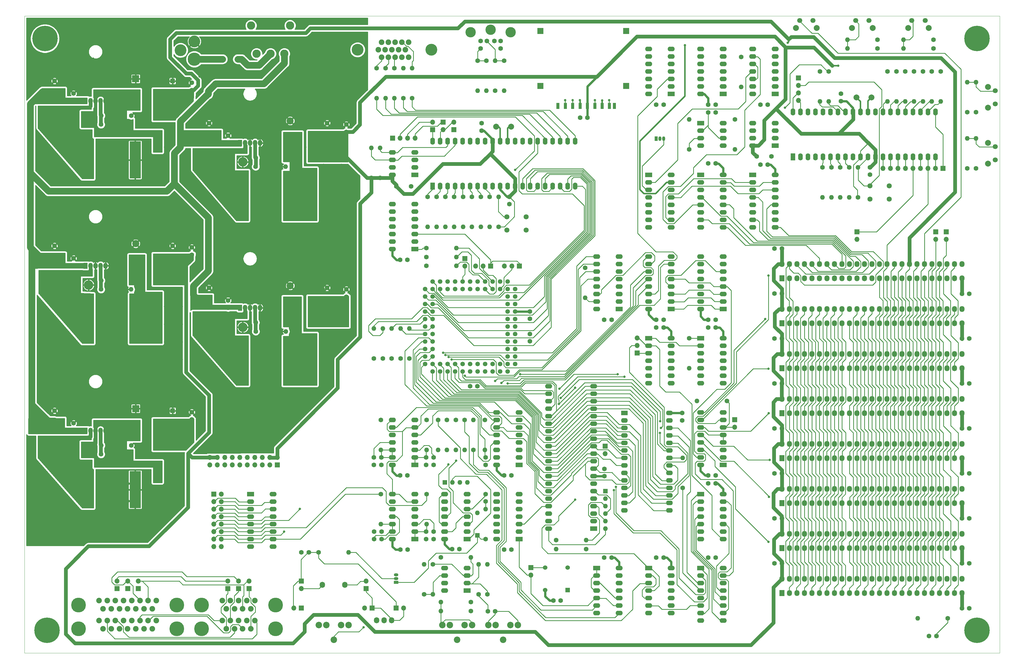
<source format=gbr>
G04 #@! TF.GenerationSoftware,KiCad,Pcbnew,(5.1.2)-1*
G04 #@! TF.CreationDate,2019-08-06T08:10:53-07:00*
G04 #@! TF.ProjectId,retroii,72657472-6f69-4692-9e6b-696361645f70,rev?*
G04 #@! TF.SameCoordinates,Original*
G04 #@! TF.FileFunction,Copper,L1,Top*
G04 #@! TF.FilePolarity,Positive*
%FSLAX46Y46*%
G04 Gerber Fmt 4.6, Leading zero omitted, Abs format (unit mm)*
G04 Created by KiCad (PCBNEW (5.1.2)-1) date 2019-08-06 08:10:53*
%MOMM*%
%LPD*%
G04 APERTURE LIST*
G04 #@! TA.AperFunction,NonConductor*
%ADD10C,0.050000*%
G04 #@! TD*
G04 #@! TA.AperFunction,ComponentPad*
%ADD11R,2.400000X1.600000*%
G04 #@! TD*
G04 #@! TA.AperFunction,ComponentPad*
%ADD12O,2.400000X1.600000*%
G04 #@! TD*
G04 #@! TA.AperFunction,ComponentPad*
%ADD13C,1.600000*%
G04 #@! TD*
G04 #@! TA.AperFunction,ComponentPad*
%ADD14R,1.600000X1.600000*%
G04 #@! TD*
G04 #@! TA.AperFunction,ComponentPad*
%ADD15R,2.400000X2.400000*%
G04 #@! TD*
G04 #@! TA.AperFunction,ComponentPad*
%ADD16C,2.400000*%
G04 #@! TD*
G04 #@! TA.AperFunction,SMDPad,CuDef*
%ADD17R,2.000000X2.000000*%
G04 #@! TD*
G04 #@! TA.AperFunction,SMDPad,CuDef*
%ADD18R,1.100000X2.000000*%
G04 #@! TD*
G04 #@! TA.AperFunction,ComponentPad*
%ADD19O,1.600000X1.600000*%
G04 #@! TD*
G04 #@! TA.AperFunction,ComponentPad*
%ADD20O,3.200000X3.200000*%
G04 #@! TD*
G04 #@! TA.AperFunction,ComponentPad*
%ADD21R,3.200000X3.200000*%
G04 #@! TD*
G04 #@! TA.AperFunction,ComponentPad*
%ADD22C,4.000000*%
G04 #@! TD*
G04 #@! TA.AperFunction,ComponentPad*
%ADD23C,1.900000*%
G04 #@! TD*
G04 #@! TA.AperFunction,ComponentPad*
%ADD24C,2.200000*%
G04 #@! TD*
G04 #@! TA.AperFunction,ComponentPad*
%ADD25O,1.700000X1.700000*%
G04 #@! TD*
G04 #@! TA.AperFunction,ComponentPad*
%ADD26R,1.700000X1.700000*%
G04 #@! TD*
G04 #@! TA.AperFunction,ComponentPad*
%ADD27C,4.500000*%
G04 #@! TD*
G04 #@! TA.AperFunction,ComponentPad*
%ADD28O,1.727200X2.032000*%
G04 #@! TD*
G04 #@! TA.AperFunction,ComponentPad*
%ADD29R,1.727200X2.032000*%
G04 #@! TD*
G04 #@! TA.AperFunction,ComponentPad*
%ADD30C,3.500000*%
G04 #@! TD*
G04 #@! TA.AperFunction,SMDPad,CuDef*
%ADD31R,3.850000X12.500000*%
G04 #@! TD*
G04 #@! TA.AperFunction,SMDPad,CuDef*
%ADD32R,3.000000X3.700000*%
G04 #@! TD*
G04 #@! TA.AperFunction,ComponentPad*
%ADD33O,1.800000X2.100000*%
G04 #@! TD*
G04 #@! TA.AperFunction,ComponentPad*
%ADD34O,1.500000X1.050000*%
G04 #@! TD*
G04 #@! TA.AperFunction,ComponentPad*
%ADD35R,1.500000X1.050000*%
G04 #@! TD*
G04 #@! TA.AperFunction,ComponentPad*
%ADD36R,1.050000X1.500000*%
G04 #@! TD*
G04 #@! TA.AperFunction,ComponentPad*
%ADD37O,1.050000X1.500000*%
G04 #@! TD*
G04 #@! TA.AperFunction,ComponentPad*
%ADD38C,1.724000*%
G04 #@! TD*
G04 #@! TA.AperFunction,ComponentPad*
%ADD39C,2.800000*%
G04 #@! TD*
G04 #@! TA.AperFunction,ComponentPad*
%ADD40C,2.000000*%
G04 #@! TD*
G04 #@! TA.AperFunction,ComponentPad*
%ADD41C,1.700000*%
G04 #@! TD*
G04 #@! TA.AperFunction,ComponentPad*
%ADD42R,1.600000X2.400000*%
G04 #@! TD*
G04 #@! TA.AperFunction,ComponentPad*
%ADD43O,1.600000X2.400000*%
G04 #@! TD*
G04 #@! TA.AperFunction,ComponentPad*
%ADD44R,2.300000X1.600000*%
G04 #@! TD*
G04 #@! TA.AperFunction,ComponentPad*
%ADD45O,2.300000X1.600000*%
G04 #@! TD*
G04 #@! TA.AperFunction,ComponentPad*
%ADD46C,1.554000*%
G04 #@! TD*
G04 #@! TA.AperFunction,ComponentPad*
%ADD47R,1.450000X2.000000*%
G04 #@! TD*
G04 #@! TA.AperFunction,ComponentPad*
%ADD48O,1.450000X2.000000*%
G04 #@! TD*
G04 #@! TA.AperFunction,ComponentPad*
%ADD49C,1.998980*%
G04 #@! TD*
G04 #@! TA.AperFunction,ComponentPad*
%ADD50R,1.524000X1.524000*%
G04 #@! TD*
G04 #@! TA.AperFunction,ComponentPad*
%ADD51C,1.524000*%
G04 #@! TD*
G04 #@! TA.AperFunction,ComponentPad*
%ADD52C,5.000000*%
G04 #@! TD*
G04 #@! TA.AperFunction,ComponentPad*
%ADD53C,8.600000*%
G04 #@! TD*
G04 #@! TA.AperFunction,ComponentPad*
%ADD54C,0.900000*%
G04 #@! TD*
G04 #@! TA.AperFunction,ComponentPad*
%ADD55C,1.824000*%
G04 #@! TD*
G04 #@! TA.AperFunction,ViaPad*
%ADD56C,0.800000*%
G04 #@! TD*
G04 #@! TA.AperFunction,Conductor*
%ADD57C,0.254000*%
G04 #@! TD*
G04 #@! TA.AperFunction,Conductor*
%ADD58C,0.508000*%
G04 #@! TD*
G04 #@! TA.AperFunction,Conductor*
%ADD59C,1.270000*%
G04 #@! TD*
G04 #@! TA.AperFunction,Conductor*
%ADD60C,0.762000*%
G04 #@! TD*
G04 #@! TA.AperFunction,Conductor*
%ADD61C,2.286000*%
G04 #@! TD*
G04 APERTURE END LIST*
D10*
X91720000Y-108940000D02*
X421920000Y-108940000D01*
X421920000Y-324840000D02*
X91720000Y-324840000D01*
X91720000Y-324840000D02*
X91720000Y-108940000D01*
X421920000Y-324840000D02*
X421920000Y-108940000D01*
D11*
G04 #@! TO.P,B6,1*
G04 #@! TO.N,GND*
X338310000Y-162780000D03*
D12*
G04 #@! TO.P,B6,9*
G04 #@! TO.N,/CPU_RAM_ROM/D0*
X345930000Y-180560000D03*
G04 #@! TO.P,B6,2*
G04 #@! TO.N,/SD_Card_And_Keyboard/K2*
X338310000Y-165320000D03*
G04 #@! TO.P,B6,10*
G04 #@! TO.N,Net-(B6-Pad10)*
X345930000Y-178020000D03*
G04 #@! TO.P,B6,3*
G04 #@! TO.N,Net-(B6-Pad3)*
X338310000Y-167860000D03*
G04 #@! TO.P,B6,11*
G04 #@! TO.N,/SD_Card_And_Keyboard/K0*
X345930000Y-175480000D03*
G04 #@! TO.P,B6,4*
G04 #@! TO.N,/CPU_RAM_ROM/D2*
X338310000Y-170400000D03*
G04 #@! TO.P,B6,12*
G04 #@! TO.N,/CPU_RAM_ROM/D1*
X345930000Y-172940000D03*
G04 #@! TO.P,B6,5*
G04 #@! TO.N,/SD_Card_And_Keyboard/K3*
X338310000Y-172940000D03*
G04 #@! TO.P,B6,13*
G04 #@! TO.N,Net-(B6-Pad13)*
X345930000Y-170400000D03*
G04 #@! TO.P,B6,6*
G04 #@! TO.N,Net-(B6-Pad6)*
X338310000Y-175480000D03*
G04 #@! TO.P,B6,14*
G04 #@! TO.N,/SD_Card_And_Keyboard/K1*
X345930000Y-167860000D03*
G04 #@! TO.P,B6,7*
G04 #@! TO.N,/CPU_RAM_ROM/D3*
X338310000Y-178020000D03*
G04 #@! TO.P,B6,15*
G04 #@! TO.N,/Address_Decoding/C00X_Keyboard_Read*
X345930000Y-165320000D03*
G04 #@! TO.P,B6,8*
G04 #@! TO.N,GND*
X338310000Y-180560000D03*
G04 #@! TO.P,B6,16*
G04 #@! TO.N,/Address_Decoding/+5V*
X345930000Y-162780000D03*
G04 #@! TD*
D13*
G04 #@! TO.P,C79,2*
G04 #@! TO.N,/Address_Decoding/+5V*
X218900000Y-264690000D03*
G04 #@! TO.P,C79,1*
G04 #@! TO.N,GND*
X221400000Y-264690000D03*
G04 #@! TD*
D11*
G04 #@! TO.P,A7,1*
G04 #@! TO.N,/Address_Decoding/+5V*
X303070000Y-162780000D03*
D12*
G04 #@! TO.P,A7,9*
G04 #@! TO.N,Net-(A7-Pad9)*
X310690000Y-180560000D03*
G04 #@! TO.P,A7,2*
G04 #@! TO.N,/SD_Card_And_Keyboard/Strobe*
X303070000Y-165320000D03*
G04 #@! TO.P,A7,10*
G04 #@! TO.N,/SD_Card_And_Keyboard/K2*
X310690000Y-178020000D03*
G04 #@! TO.P,A7,3*
G04 #@! TO.N,/CPU_RAM_ROM/RESB*
X303070000Y-167860000D03*
G04 #@! TO.P,A7,11*
G04 #@! TO.N,/SD_Card_And_Keyboard/K3*
X310690000Y-175480000D03*
G04 #@! TO.P,A7,4*
G04 #@! TO.N,Net-(A7-Pad4)*
X303070000Y-170400000D03*
G04 #@! TO.P,A7,12*
G04 #@! TO.N,/SD_Card_And_Keyboard/K0*
X310690000Y-172940000D03*
G04 #@! TO.P,A7,5*
G04 #@! TO.N,/SD_Card_And_Keyboard/K5*
X303070000Y-172940000D03*
G04 #@! TO.P,A7,13*
G04 #@! TO.N,/SD_Card_And_Keyboard/K1*
X310690000Y-170400000D03*
G04 #@! TO.P,A7,6*
G04 #@! TO.N,/SD_Card_And_Keyboard/K4*
X303070000Y-175480000D03*
G04 #@! TO.P,A7,14*
G04 #@! TO.N,Net-(A7-Pad14)*
X310690000Y-167860000D03*
G04 #@! TO.P,A7,7*
G04 #@! TO.N,/SD_Card_And_Keyboard/K6*
X303070000Y-178020000D03*
G04 #@! TO.P,A7,15*
G04 #@! TO.N,/Peripheral_IO/-12V*
X310690000Y-165320000D03*
G04 #@! TO.P,A7,8*
G04 #@! TO.N,GND*
X303070000Y-180560000D03*
G04 #@! TO.P,A7,16*
G04 #@! TO.N,Net-(A7-Pad16)*
X310690000Y-162780000D03*
G04 #@! TD*
D11*
G04 #@! TO.P,A12,1*
G04 #@! TO.N,Net-(A12-Pad1)*
X328310000Y-135360000D03*
D12*
G04 #@! TO.P,A12,8*
G04 #@! TO.N,N/C*
X320690000Y-120120000D03*
G04 #@! TO.P,A12,2*
G04 #@! TO.N,Net-(A12-Pad2)*
X328310000Y-132820000D03*
G04 #@! TO.P,A12,9*
G04 #@! TO.N,N/C*
X320690000Y-122660000D03*
G04 #@! TO.P,A12,3*
G04 #@! TO.N,Net-(A12-Pad3)*
X328310000Y-130280000D03*
G04 #@! TO.P,A12,10*
G04 #@! TO.N,N/C*
X320690000Y-125200000D03*
G04 #@! TO.P,A12,4*
X328310000Y-127740000D03*
G04 #@! TO.P,A12,11*
X320690000Y-127740000D03*
G04 #@! TO.P,A12,5*
X328310000Y-125200000D03*
G04 #@! TO.P,A12,12*
X320690000Y-130280000D03*
G04 #@! TO.P,A12,6*
X328310000Y-122660000D03*
G04 #@! TO.P,A12,13*
X320690000Y-132820000D03*
G04 #@! TO.P,A12,7*
G04 #@! TO.N,GND*
X328310000Y-120120000D03*
G04 #@! TO.P,A12,14*
G04 #@! TO.N,/Address_Decoding/+5V*
X320690000Y-135360000D03*
G04 #@! TD*
G04 #@! TO.P,A13,8*
G04 #@! TO.N,/Address_Decoding/+5V*
X328310000Y-145260000D03*
G04 #@! TO.P,A13,4*
X320690000Y-152880000D03*
G04 #@! TO.P,A13,7*
G04 #@! TO.N,Net-(A13-Pad7)*
X328310000Y-147800000D03*
G04 #@! TO.P,A13,3*
G04 #@! TO.N,Net-(A12-Pad3)*
X320690000Y-150340000D03*
G04 #@! TO.P,A13,6*
G04 #@! TO.N,Net-(A13-Pad2)*
X328310000Y-150340000D03*
G04 #@! TO.P,A13,2*
X320690000Y-147800000D03*
G04 #@! TO.P,A13,5*
G04 #@! TO.N,Net-(A13-Pad5)*
X328310000Y-152880000D03*
D11*
G04 #@! TO.P,A13,1*
G04 #@! TO.N,GND*
X320690000Y-145260000D03*
G04 #@! TD*
G04 #@! TO.P,B7,1*
G04 #@! TO.N,GND*
X320690000Y-162780000D03*
D12*
G04 #@! TO.P,B7,9*
G04 #@! TO.N,/CPU_RAM_ROM/D4*
X328310000Y-180560000D03*
G04 #@! TO.P,B7,2*
G04 #@! TO.N,/SD_Card_And_Keyboard/K6*
X320690000Y-165320000D03*
G04 #@! TO.P,B7,10*
G04 #@! TO.N,Net-(B7-Pad10)*
X328310000Y-178020000D03*
G04 #@! TO.P,B7,3*
G04 #@! TO.N,Net-(B7-Pad3)*
X320690000Y-167860000D03*
G04 #@! TO.P,B7,11*
G04 #@! TO.N,/SD_Card_And_Keyboard/K4*
X328310000Y-175480000D03*
G04 #@! TO.P,B7,4*
G04 #@! TO.N,/CPU_RAM_ROM/D6*
X320690000Y-170400000D03*
G04 #@! TO.P,B7,12*
G04 #@! TO.N,/CPU_RAM_ROM/D5*
X328310000Y-172940000D03*
G04 #@! TO.P,B7,5*
G04 #@! TO.N,/SD_Card_And_Keyboard/K7*
X320690000Y-172940000D03*
G04 #@! TO.P,B7,13*
G04 #@! TO.N,Net-(B7-Pad13)*
X328310000Y-170400000D03*
G04 #@! TO.P,B7,6*
G04 #@! TO.N,Net-(B7-Pad6)*
X320690000Y-175480000D03*
G04 #@! TO.P,B7,14*
G04 #@! TO.N,/SD_Card_And_Keyboard/K5*
X328310000Y-167860000D03*
G04 #@! TO.P,B7,7*
G04 #@! TO.N,/CPU_RAM_ROM/D7*
X320690000Y-178020000D03*
G04 #@! TO.P,B7,15*
G04 #@! TO.N,/Address_Decoding/C00X_Keyboard_Read*
X328310000Y-165320000D03*
G04 #@! TO.P,B7,8*
G04 #@! TO.N,GND*
X320690000Y-180560000D03*
G04 #@! TO.P,B7,16*
G04 #@! TO.N,/Address_Decoding/+5V*
X328310000Y-162780000D03*
G04 #@! TD*
G04 #@! TO.P,B10,14*
G04 #@! TO.N,/Address_Decoding/+5V*
X338310000Y-135360000D03*
G04 #@! TO.P,B10,7*
G04 #@! TO.N,GND*
X345930000Y-120120000D03*
G04 #@! TO.P,B10,13*
G04 #@! TO.N,Net-(A12-Pad1)*
X338310000Y-132820000D03*
G04 #@! TO.P,B10,6*
G04 #@! TO.N,N/C*
X345930000Y-122660000D03*
G04 #@! TO.P,B10,12*
G04 #@! TO.N,Net-(B10-Pad10)*
X338310000Y-130280000D03*
G04 #@! TO.P,B10,5*
G04 #@! TO.N,N/C*
X345930000Y-125200000D03*
G04 #@! TO.P,B10,11*
G04 #@! TO.N,/SD_Card_And_Keyboard/Strobe*
X338310000Y-127740000D03*
G04 #@! TO.P,B10,4*
G04 #@! TO.N,N/C*
X345930000Y-127740000D03*
G04 #@! TO.P,B10,10*
G04 #@! TO.N,Net-(B10-Pad10)*
X338310000Y-125200000D03*
G04 #@! TO.P,B10,3*
G04 #@! TO.N,N/C*
X345930000Y-130280000D03*
G04 #@! TO.P,B10,9*
G04 #@! TO.N,/SD_Card_And_Keyboard/K7*
X338310000Y-122660000D03*
G04 #@! TO.P,B10,2*
G04 #@! TO.N,N/C*
X345930000Y-132820000D03*
G04 #@! TO.P,B10,8*
G04 #@! TO.N,Net-(B10-Pad8)*
X338310000Y-120120000D03*
D11*
G04 #@! TO.P,B10,1*
G04 #@! TO.N,N/C*
X345930000Y-135360000D03*
G04 #@! TD*
D12*
G04 #@! TO.P,B11,14*
G04 #@! TO.N,/Address_Decoding/+5V*
X251560000Y-286200000D03*
G04 #@! TO.P,B11,7*
G04 #@! TO.N,GND*
X259180000Y-270960000D03*
G04 #@! TO.P,B11,13*
G04 #@! TO.N,N/C*
X251560000Y-283660000D03*
G04 #@! TO.P,B11,6*
X259180000Y-273500000D03*
G04 #@! TO.P,B11,12*
X251560000Y-281120000D03*
G04 #@! TO.P,B11,5*
X259180000Y-276040000D03*
G04 #@! TO.P,B11,11*
X251560000Y-278580000D03*
G04 #@! TO.P,B11,4*
X259180000Y-278580000D03*
G04 #@! TO.P,B11,10*
X251560000Y-276040000D03*
G04 #@! TO.P,B11,3*
G04 #@! TO.N,Net-(B11-Pad3)*
X259180000Y-281120000D03*
G04 #@! TO.P,B11,9*
G04 #@! TO.N,N/C*
X251560000Y-273500000D03*
G04 #@! TO.P,B11,2*
G04 #@! TO.N,/CPU_RAM_ROM/DMA*
X259180000Y-283660000D03*
G04 #@! TO.P,B11,8*
G04 #@! TO.N,N/C*
X251560000Y-270960000D03*
D11*
G04 #@! TO.P,B11,1*
G04 #@! TO.N,/Address_Decoding/PHI2*
X259180000Y-286200000D03*
G04 #@! TD*
D13*
G04 #@! TO.P,C1,2*
G04 #@! TO.N,/Power_Supply/+3V3*
X255930000Y-170220000D03*
G04 #@! TO.P,C1,1*
G04 #@! TO.N,GND*
X255930000Y-172720000D03*
G04 #@! TD*
G04 #@! TO.P,C2,1*
G04 #@! TO.N,GND*
X246500000Y-145300000D03*
G04 #@! TO.P,C2,2*
G04 #@! TO.N,/Power_Supply/+3V3*
X246500000Y-147800000D03*
G04 #@! TD*
G04 #@! TO.P,C3,1*
G04 #@! TO.N,GND*
X222630000Y-166710000D03*
G04 #@! TO.P,C3,2*
G04 #@! TO.N,/Power_Supply/+3V3*
X217630000Y-166710000D03*
G04 #@! TD*
G04 #@! TO.P,C4,2*
G04 #@! TO.N,GND*
X325750000Y-141630000D03*
G04 #@! TO.P,C4,1*
G04 #@! TO.N,Net-(A13-Pad2)*
X323250000Y-141630000D03*
G04 #@! TD*
G04 #@! TO.P,C5,2*
G04 #@! TO.N,GND*
X210090000Y-283700000D03*
G04 #@! TO.P,C5,1*
G04 #@! TO.N,Net-(C5-Pad1)*
X210090000Y-286200000D03*
G04 #@! TD*
G04 #@! TO.P,C6,1*
G04 #@! TO.N,Net-(C6-Pad1)*
X227670000Y-258560000D03*
G04 #@! TO.P,C6,2*
G04 #@! TO.N,GND*
X227670000Y-261060000D03*
G04 #@! TD*
G04 #@! TO.P,C7,2*
G04 #@! TO.N,GND*
X212590000Y-261060000D03*
G04 #@! TO.P,C7,1*
G04 #@! TO.N,Net-(C7-Pad1)*
X212590000Y-258560000D03*
G04 #@! TD*
G04 #@! TO.P,C8,1*
G04 #@! TO.N,Net-(C8-Pad1)*
X227670000Y-283700000D03*
G04 #@! TO.P,C8,2*
G04 #@! TO.N,GND*
X227670000Y-286200000D03*
G04 #@! TD*
G04 #@! TO.P,C9,1*
G04 #@! TO.N,GND*
X221480000Y-289830000D03*
G04 #@! TO.P,C9,2*
G04 #@! TO.N,/Address_Decoding/+5V*
X218980000Y-289830000D03*
G04 #@! TD*
G04 #@! TO.P,C10,2*
G04 #@! TO.N,Net-(C10-Pad2)*
X251120000Y-310730000D03*
G04 #@! TO.P,C10,1*
G04 #@! TO.N,Net-(C10-Pad1)*
X248620000Y-310730000D03*
G04 #@! TD*
D11*
G04 #@! TO.P,C11,1*
G04 #@! TO.N,N/C*
X310690000Y-135360000D03*
D12*
G04 #@! TO.P,C11,8*
X303070000Y-120120000D03*
G04 #@! TO.P,C11,2*
X310690000Y-132820000D03*
G04 #@! TO.P,C11,9*
X303070000Y-122660000D03*
G04 #@! TO.P,C11,3*
G04 #@! TO.N,/Address_Decoding/C01X_Keyboard_Strobe*
X310690000Y-130280000D03*
G04 #@! TO.P,C11,10*
G04 #@! TO.N,N/C*
X303070000Y-125200000D03*
G04 #@! TO.P,C11,4*
G04 #@! TO.N,Net-(A12-Pad2)*
X310690000Y-127740000D03*
G04 #@! TO.P,C11,11*
G04 #@! TO.N,N/C*
X303070000Y-127740000D03*
G04 #@! TO.P,C11,5*
X310690000Y-125200000D03*
G04 #@! TO.P,C11,12*
X303070000Y-130280000D03*
G04 #@! TO.P,C11,6*
X310690000Y-122660000D03*
G04 #@! TO.P,C11,13*
X303070000Y-132820000D03*
G04 #@! TO.P,C11,7*
G04 #@! TO.N,GND*
X310690000Y-120120000D03*
G04 #@! TO.P,C11,14*
G04 #@! TO.N,/Address_Decoding/+5V*
X303070000Y-135360000D03*
G04 #@! TD*
D13*
G04 #@! TO.P,C12,1*
G04 #@! TO.N,Net-(C12-Pad1)*
X187970000Y-290720000D03*
G04 #@! TO.P,C12,2*
G04 #@! TO.N,GND*
X185470000Y-290720000D03*
G04 #@! TD*
G04 #@! TO.P,C13,2*
G04 #@! TO.N,GND*
X288100000Y-262435000D03*
G04 #@! TO.P,C13,1*
G04 #@! TO.N,/Address_Decoding/+5V*
X288100000Y-264935000D03*
G04 #@! TD*
G04 #@! TO.P,C14,1*
G04 #@! TO.N,/Address_Decoding/+5V*
X270780000Y-307090000D03*
G04 #@! TO.P,C14,2*
G04 #@! TO.N,GND*
X273280000Y-307090000D03*
G04 #@! TD*
G04 #@! TO.P,C15,1*
G04 #@! TO.N,GND*
X314370000Y-245980000D03*
G04 #@! TO.P,C15,2*
G04 #@! TO.N,/Address_Decoding/+5V*
X314370000Y-243480000D03*
G04 #@! TD*
G04 #@! TO.P,C16,2*
G04 #@! TO.N,GND*
X262860000Y-211580000D03*
G04 #@! TO.P,C16,1*
G04 #@! TO.N,/Address_Decoding/+5V*
X262860000Y-209080000D03*
G04 #@! TD*
G04 #@! TO.P,C17,1*
G04 #@! TO.N,/Address_Decoding/+5V*
X262860000Y-216700000D03*
G04 #@! TO.P,C17,2*
G04 #@! TO.N,GND*
X262860000Y-219200000D03*
G04 #@! TD*
G04 #@! TO.P,C18,2*
G04 #@! TO.N,GND*
X245070000Y-234440000D03*
G04 #@! TO.P,C18,1*
G04 #@! TO.N,/Address_Decoding/+5V*
X242570000Y-234440000D03*
G04 #@! TD*
G04 #@! TO.P,C19,2*
G04 #@! TO.N,GND*
X101870000Y-130980000D03*
D14*
G04 #@! TO.P,C19,1*
G04 #@! TO.N,/Power_Supply/+VIN*
X101870000Y-134480000D03*
G04 #@! TD*
D13*
G04 #@! TO.P,C20,2*
G04 #@! TO.N,GND*
X154180000Y-201100000D03*
D14*
G04 #@! TO.P,C20,1*
G04 #@! TO.N,/Power_Supply/+VIN*
X154180000Y-204600000D03*
G04 #@! TD*
G04 #@! TO.P,C21,1*
G04 #@! TO.N,/Power_Supply/+VIN*
X101870000Y-190355000D03*
D13*
G04 #@! TO.P,C21,2*
G04 #@! TO.N,GND*
X101870000Y-186855000D03*
G04 #@! TD*
D15*
G04 #@! TO.P,C22,1*
G04 #@! TO.N,GND*
X129350000Y-130230000D03*
D16*
G04 #@! TO.P,C22,2*
G04 #@! TO.N,Net-(C22-Pad2)*
X129350000Y-135230000D03*
G04 #@! TD*
G04 #@! TO.P,C23,2*
G04 #@! TO.N,GND*
X181680000Y-200350000D03*
D15*
G04 #@! TO.P,C23,1*
G04 #@! TO.N,Net-(C23-Pad1)*
X181680000Y-205350000D03*
G04 #@! TD*
D16*
G04 #@! TO.P,C24,2*
G04 #@! TO.N,GND*
X129370000Y-186105000D03*
D15*
G04 #@! TO.P,C24,1*
G04 #@! TO.N,Net-(C24-Pad1)*
X129370000Y-191105000D03*
G04 #@! TD*
D14*
G04 #@! TO.P,C25,1*
G04 #@! TO.N,GND*
X141870000Y-130960000D03*
D13*
G04 #@! TO.P,C25,2*
G04 #@! TO.N,/Peripheral_IO/-12V*
X141870000Y-134460000D03*
G04 #@! TD*
D14*
G04 #@! TO.P,C26,1*
G04 #@! TO.N,/Address_Decoding/+5V*
X194180000Y-204600000D03*
D13*
G04 #@! TO.P,C26,2*
G04 #@! TO.N,GND*
X194180000Y-201100000D03*
G04 #@! TD*
G04 #@! TO.P,C27,2*
G04 #@! TO.N,GND*
X141870000Y-186855000D03*
D14*
G04 #@! TO.P,C27,1*
G04 #@! TO.N,/Peripheral_IO/+12V*
X141870000Y-190355000D03*
G04 #@! TD*
G04 #@! TO.P,C28,1*
G04 #@! TO.N,/Power_Supply/+VIN*
X154180000Y-148730000D03*
D13*
G04 #@! TO.P,C28,2*
G04 #@! TO.N,GND*
X154180000Y-145230000D03*
G04 #@! TD*
D14*
G04 #@! TO.P,C29,1*
G04 #@! TO.N,/Power_Supply/+VIN*
X101870000Y-246230000D03*
D13*
G04 #@! TO.P,C29,2*
G04 #@! TO.N,GND*
X101870000Y-242730000D03*
G04 #@! TD*
D15*
G04 #@! TO.P,C30,1*
G04 #@! TO.N,Net-(C30-Pad1)*
X181680000Y-149480000D03*
D16*
G04 #@! TO.P,C30,2*
G04 #@! TO.N,GND*
X181680000Y-144480000D03*
G04 #@! TD*
D15*
G04 #@! TO.P,C31,1*
G04 #@! TO.N,GND*
X129390000Y-242000000D03*
D16*
G04 #@! TO.P,C31,2*
G04 #@! TO.N,Net-(C31-Pad2)*
X129390000Y-247000000D03*
G04 #@! TD*
D13*
G04 #@! TO.P,C32,2*
G04 #@! TO.N,GND*
X194180000Y-145230000D03*
D14*
G04 #@! TO.P,C32,1*
G04 #@! TO.N,/Power_Supply/+3V3*
X194180000Y-148730000D03*
G04 #@! TD*
D13*
G04 #@! TO.P,C33,2*
G04 #@! TO.N,/Peripheral_IO/-5V*
X141900000Y-246220000D03*
D14*
G04 #@! TO.P,C33,1*
G04 #@! TO.N,GND*
X141900000Y-242720000D03*
G04 #@! TD*
D13*
G04 #@! TO.P,C34,2*
G04 #@! TO.N,GND*
X279830000Y-143430000D03*
G04 #@! TO.P,C34,1*
G04 #@! TO.N,/Power_Supply/+3V3*
X282330000Y-143430000D03*
G04 #@! TD*
G04 #@! TO.P,C35,1*
G04 #@! TO.N,GND*
X378030000Y-162720000D03*
G04 #@! TO.P,C35,2*
G04 #@! TO.N,/Power_Supply/+3V3*
X378030000Y-160220000D03*
G04 #@! TD*
G04 #@! TO.P,C36,2*
G04 #@! TO.N,/Power_Supply/+3V3*
X368130000Y-137800000D03*
G04 #@! TO.P,C36,1*
G04 #@! TO.N,GND*
X368130000Y-135300000D03*
G04 #@! TD*
G04 #@! TO.P,C37,2*
G04 #@! TO.N,/Power_Supply/+3V3*
X339620000Y-156560000D03*
G04 #@! TO.P,C37,1*
G04 #@! TO.N,GND*
X344620000Y-156560000D03*
G04 #@! TD*
G04 #@! TO.P,C38,2*
G04 #@! TO.N,Net-(C38-Pad2)*
X247880000Y-273460000D03*
G04 #@! TO.P,C38,1*
G04 #@! TO.N,Net-(C38-Pad1)*
X247880000Y-270960000D03*
G04 #@! TD*
G04 #@! TO.P,C39,1*
G04 #@! TO.N,/Address_Decoding/+5V*
X308130000Y-214510000D03*
G04 #@! TO.P,C39,2*
G04 #@! TO.N,GND*
X305630000Y-214510000D03*
G04 #@! TD*
G04 #@! TO.P,C40,2*
G04 #@! TO.N,GND*
X323250000Y-214510000D03*
G04 #@! TO.P,C40,1*
G04 #@! TO.N,/Address_Decoding/+5V*
X325750000Y-214510000D03*
G04 #@! TD*
G04 #@! TO.P,C41,1*
G04 #@! TO.N,/Address_Decoding/+5V*
X254120000Y-289830000D03*
G04 #@! TO.P,C41,2*
G04 #@! TO.N,GND*
X256620000Y-289830000D03*
G04 #@! TD*
G04 #@! TO.P,C42,1*
G04 #@! TO.N,GND*
X239000000Y-289630000D03*
G04 #@! TO.P,C42,2*
G04 #@! TO.N,/Address_Decoding/+5V*
X236500000Y-289630000D03*
G04 #@! TD*
G04 #@! TO.P,C43,1*
G04 #@! TO.N,GND*
X256620000Y-264690000D03*
G04 #@! TO.P,C43,2*
G04 #@! TO.N,/Address_Decoding/+5V*
X254120000Y-264690000D03*
G04 #@! TD*
G04 #@! TO.P,C44,1*
G04 #@! TO.N,GND*
X343370000Y-139010000D03*
G04 #@! TO.P,C44,2*
G04 #@! TO.N,/Address_Decoding/+5V*
X340870000Y-139010000D03*
G04 #@! TD*
G04 #@! TO.P,C45,1*
G04 #@! TO.N,/Address_Decoding/+5V*
X325750000Y-158900000D03*
G04 #@! TO.P,C45,2*
G04 #@! TO.N,GND*
X323250000Y-158900000D03*
G04 #@! TD*
G04 #@! TO.P,C46,2*
G04 #@! TO.N,GND*
X340870000Y-159350000D03*
G04 #@! TO.P,C46,1*
G04 #@! TO.N,/Address_Decoding/+5V*
X343370000Y-159350000D03*
G04 #@! TD*
G04 #@! TO.P,C47,2*
G04 #@! TO.N,GND*
X288010000Y-292470000D03*
G04 #@! TO.P,C47,1*
G04 #@! TO.N,/Address_Decoding/+5V*
X290510000Y-292470000D03*
G04 #@! TD*
G04 #@! TO.P,C48,1*
G04 #@! TO.N,/Address_Decoding/+5V*
X308130000Y-292470000D03*
G04 #@! TO.P,C48,2*
G04 #@! TO.N,GND*
X305630000Y-292470000D03*
G04 #@! TD*
G04 #@! TO.P,C49,2*
G04 #@! TO.N,GND*
X323250000Y-267330000D03*
G04 #@! TO.P,C49,1*
G04 #@! TO.N,/Address_Decoding/+5V*
X325750000Y-267330000D03*
G04 #@! TD*
G04 #@! TO.P,C50,2*
G04 #@! TO.N,GND*
X325750000Y-264690000D03*
G04 #@! TO.P,C50,1*
G04 #@! TO.N,/Address_Decoding/+5V*
X323250000Y-264690000D03*
G04 #@! TD*
G04 #@! TO.P,C51,1*
G04 #@! TO.N,/Address_Decoding/+5V*
X305630000Y-211870000D03*
G04 #@! TO.P,C51,2*
G04 #@! TO.N,GND*
X308130000Y-211870000D03*
G04 #@! TD*
G04 #@! TO.P,C52,1*
G04 #@! TO.N,/Address_Decoding/+5V*
X325750000Y-292470000D03*
G04 #@! TO.P,C52,2*
G04 #@! TO.N,GND*
X323250000Y-292470000D03*
G04 #@! TD*
G04 #@! TO.P,C53,1*
G04 #@! TO.N,/Address_Decoding/+5V*
X288010000Y-211870000D03*
G04 #@! TO.P,C53,2*
G04 #@! TO.N,GND*
X290510000Y-211870000D03*
G04 #@! TD*
G04 #@! TO.P,C54,2*
G04 #@! TO.N,GND*
X325750000Y-211870000D03*
G04 #@! TO.P,C54,1*
G04 #@! TO.N,/Address_Decoding/+5V*
X323250000Y-211870000D03*
G04 #@! TD*
G04 #@! TO.P,C55,2*
G04 #@! TO.N,GND*
X221380000Y-191610000D03*
G04 #@! TO.P,C55,1*
G04 #@! TO.N,/Address_Decoding/+5V*
X218880000Y-191610000D03*
G04 #@! TD*
G04 #@! TO.P,C56,1*
G04 #@! TO.N,GND*
X308135000Y-139000000D03*
G04 #@! TO.P,C56,2*
G04 #@! TO.N,/Address_Decoding/+5V*
X305635000Y-139000000D03*
G04 #@! TD*
G04 #@! TO.P,C57,2*
G04 #@! TO.N,/Address_Decoding/+5V*
X323250000Y-139010000D03*
G04 #@! TO.P,C57,1*
G04 #@! TO.N,GND*
X325750000Y-139010000D03*
G04 #@! TD*
G04 #@! TO.P,C58,1*
G04 #@! TO.N,/Address_Decoding/+5V*
X409140000Y-309730000D03*
G04 #@! TO.P,C58,2*
G04 #@! TO.N,GND*
X411640000Y-309730000D03*
G04 #@! TD*
G04 #@! TO.P,C59,2*
G04 #@! TO.N,GND*
X411640000Y-279250000D03*
G04 #@! TO.P,C59,1*
G04 #@! TO.N,/Address_Decoding/+5V*
X409140000Y-279250000D03*
G04 #@! TD*
G04 #@! TO.P,C60,1*
G04 #@! TO.N,/Address_Decoding/+5V*
X409140000Y-263990000D03*
G04 #@! TO.P,C60,2*
G04 #@! TO.N,GND*
X411640000Y-263990000D03*
G04 #@! TD*
G04 #@! TO.P,C61,2*
G04 #@! TO.N,GND*
X411640000Y-203060000D03*
G04 #@! TO.P,C61,1*
G04 #@! TO.N,/Address_Decoding/+5V*
X409140000Y-203060000D03*
G04 #@! TD*
G04 #@! TO.P,C62,1*
G04 #@! TO.N,/Address_Decoding/+5V*
X409140000Y-218290000D03*
G04 #@! TO.P,C62,2*
G04 #@! TO.N,GND*
X411640000Y-218290000D03*
G04 #@! TD*
G04 #@! TO.P,C63,2*
G04 #@! TO.N,GND*
X411640000Y-233530000D03*
G04 #@! TO.P,C63,1*
G04 #@! TO.N,/Address_Decoding/+5V*
X409140000Y-233530000D03*
G04 #@! TD*
G04 #@! TO.P,C64,1*
G04 #@! TO.N,/Address_Decoding/+5V*
X409140000Y-248760000D03*
G04 #@! TO.P,C64,2*
G04 #@! TO.N,GND*
X411640000Y-248760000D03*
G04 #@! TD*
G04 #@! TO.P,C65,2*
G04 #@! TO.N,GND*
X411640000Y-294490000D03*
G04 #@! TO.P,C65,1*
G04 #@! TO.N,/Address_Decoding/+5V*
X409140000Y-294490000D03*
G04 #@! TD*
G04 #@! TO.P,C66,1*
G04 #@! TO.N,/Peripheral_IO/+12V*
X348170000Y-233530000D03*
G04 #@! TO.P,C66,2*
G04 #@! TO.N,GND*
X345670000Y-233530000D03*
G04 #@! TD*
G04 #@! TO.P,C67,2*
G04 #@! TO.N,GND*
X345670000Y-294490000D03*
G04 #@! TO.P,C67,1*
G04 #@! TO.N,/Peripheral_IO/+12V*
X348170000Y-294490000D03*
G04 #@! TD*
G04 #@! TO.P,C68,1*
G04 #@! TO.N,/Peripheral_IO/+12V*
X348170000Y-203050000D03*
G04 #@! TO.P,C68,2*
G04 #@! TO.N,GND*
X345670000Y-203050000D03*
G04 #@! TD*
G04 #@! TO.P,C69,2*
G04 #@! TO.N,GND*
X345670000Y-248760000D03*
G04 #@! TO.P,C69,1*
G04 #@! TO.N,/Peripheral_IO/+12V*
X348170000Y-248760000D03*
G04 #@! TD*
G04 #@! TO.P,C70,1*
G04 #@! TO.N,/Peripheral_IO/+12V*
X348170000Y-218270000D03*
G04 #@! TO.P,C70,2*
G04 #@! TO.N,GND*
X345670000Y-218270000D03*
G04 #@! TD*
G04 #@! TO.P,C71,2*
G04 #@! TO.N,GND*
X345670000Y-279230000D03*
G04 #@! TO.P,C71,1*
G04 #@! TO.N,/Peripheral_IO/+12V*
X348170000Y-279230000D03*
G04 #@! TD*
G04 #@! TO.P,C72,2*
G04 #@! TO.N,GND*
X345670000Y-264000000D03*
G04 #@! TO.P,C72,1*
G04 #@! TO.N,/Peripheral_IO/+12V*
X348170000Y-264000000D03*
G04 #@! TD*
G04 #@! TO.P,C73,1*
G04 #@! TO.N,/Peripheral_IO/+12V*
X348170000Y-187800000D03*
G04 #@! TO.P,C73,2*
G04 #@! TO.N,GND*
X345670000Y-187800000D03*
G04 #@! TD*
G04 #@! TO.P,C74,2*
G04 #@! TO.N,Net-(C74-Pad2)*
X247880000Y-258560000D03*
G04 #@! TO.P,C74,1*
G04 #@! TO.N,/Address_Decoding/C07X_Timer_Trigger*
X247880000Y-261060000D03*
G04 #@! TD*
G04 #@! TO.P,C75,2*
G04 #@! TO.N,Net-(C75-Pad2)*
X230260000Y-283700000D03*
G04 #@! TO.P,C75,1*
G04 #@! TO.N,GND*
X230260000Y-286200000D03*
G04 #@! TD*
G04 #@! TO.P,C76,1*
G04 #@! TO.N,GND*
X212640000Y-283700000D03*
G04 #@! TO.P,C76,2*
G04 #@! TO.N,Net-(C76-Pad2)*
X212640000Y-286200000D03*
G04 #@! TD*
G04 #@! TO.P,C77,2*
G04 #@! TO.N,Net-(C77-Pad2)*
X230220000Y-258560000D03*
G04 #@! TO.P,C77,1*
G04 #@! TO.N,GND*
X230220000Y-261060000D03*
G04 #@! TD*
G04 #@! TO.P,C78,1*
G04 #@! TO.N,GND*
X210040000Y-261060000D03*
G04 #@! TO.P,C78,2*
G04 #@! TO.N,Net-(C78-Pad2)*
X210040000Y-258560000D03*
G04 #@! TD*
D17*
G04 #@! TO.P,CON1,*
G04 #@! TO.N,*
X295405000Y-114030000D03*
X295405000Y-132680000D03*
X266405000Y-114030000D03*
X266405000Y-132680000D03*
D18*
G04 #@! TO.P,CON1,7*
G04 #@! TO.N,Net-(CON1-Pad7)*
X289755000Y-139430000D03*
G04 #@! TO.P,CON1,8*
G04 #@! TO.N,Net-(CON1-Pad8)*
X291455000Y-139430000D03*
G04 #@! TO.P,CON1,6*
G04 #@! TO.N,GND*
X287330000Y-139430000D03*
G04 #@! TO.P,CON1,5*
G04 #@! TO.N,Net-(CON1-Pad5)*
X284830000Y-139430000D03*
G04 #@! TO.P,CON1,4*
G04 #@! TO.N,/Power_Supply/+3V3*
X282330000Y-139430000D03*
G04 #@! TO.P,CON1,3*
G04 #@! TO.N,GND*
X279830000Y-139430000D03*
G04 #@! TO.P,CON1,2*
G04 #@! TO.N,Net-(CON1-Pad2)*
X277330000Y-139430000D03*
G04 #@! TO.P,CON1,1*
G04 #@! TO.N,Net-(CON1-Pad1)*
X274830000Y-139430000D03*
G04 #@! TO.P,CON1,9*
G04 #@! TO.N,Net-(CON1-Pad9)*
X272330000Y-139430000D03*
G04 #@! TD*
D14*
G04 #@! TO.P,CR1,1*
G04 #@! TO.N,Net-(CR1-Pad1)*
X245040000Y-284930000D03*
D19*
G04 #@! TO.P,CR1,2*
G04 #@! TO.N,GND*
X245040000Y-277310000D03*
G04 #@! TD*
D20*
G04 #@! TO.P,D1,2*
G04 #@! TO.N,Net-(C22-Pad2)*
X113440000Y-144230000D03*
D21*
G04 #@! TO.P,D1,1*
G04 #@! TO.N,Net-(D1-Pad1)*
X98200000Y-144230000D03*
G04 #@! TD*
G04 #@! TO.P,D2,1*
G04 #@! TO.N,Net-(D2-Pad1)*
X150400000Y-214400000D03*
D20*
G04 #@! TO.P,D2,2*
G04 #@! TO.N,GND*
X165640000Y-214400000D03*
G04 #@! TD*
D21*
G04 #@! TO.P,D3,1*
G04 #@! TO.N,Net-(D3-Pad1)*
X98200000Y-200105000D03*
D20*
G04 #@! TO.P,D3,2*
G04 #@! TO.N,GND*
X113440000Y-200105000D03*
G04 #@! TD*
G04 #@! TO.P,D4,2*
G04 #@! TO.N,GND*
X165640000Y-158400000D03*
D21*
G04 #@! TO.P,D4,1*
G04 #@! TO.N,Net-(D4-Pad1)*
X150400000Y-158400000D03*
G04 #@! TD*
G04 #@! TO.P,D5,1*
G04 #@! TO.N,Net-(D5-Pad1)*
X98160000Y-255980000D03*
D20*
G04 #@! TO.P,D5,2*
G04 #@! TO.N,Net-(C31-Pad2)*
X113400000Y-255980000D03*
G04 #@! TD*
D12*
G04 #@! TO.P,F12,16*
G04 #@! TO.N,/Address_Decoding/+5V*
X328310000Y-296100000D03*
G04 #@! TO.P,F12,8*
G04 #@! TO.N,GND*
X320690000Y-313880000D03*
G04 #@! TO.P,F12,15*
G04 #@! TO.N,Net-(F12-Pad15)*
X328310000Y-298640000D03*
G04 #@! TO.P,F12,7*
G04 #@! TO.N,Net-(F12-Pad7)*
X320690000Y-311340000D03*
G04 #@! TO.P,F12,14*
G04 #@! TO.N,/Address_Decoding/IO_Strobe*
X328310000Y-301180000D03*
G04 #@! TO.P,F12,6*
G04 #@! TO.N,Net-(F12-Pad6)*
X320690000Y-308800000D03*
G04 #@! TO.P,F12,13*
G04 #@! TO.N,Net-(F12-Pad13)*
X328310000Y-303720000D03*
G04 #@! TO.P,F12,5*
G04 #@! TO.N,/Address_Decoding/OE*
X320690000Y-306260000D03*
G04 #@! TO.P,F12,12*
G04 #@! TO.N,Net-(F12-Pad12)*
X328310000Y-306260000D03*
G04 #@! TO.P,F12,4*
G04 #@! TO.N,/Address_Decoding/OE*
X320690000Y-303720000D03*
G04 #@! TO.P,F12,11*
G04 #@! TO.N,Net-(F12-Pad11)*
X328310000Y-308800000D03*
G04 #@! TO.P,F12,3*
G04 #@! TO.N,/Address_Decoding/A13*
X320690000Y-301180000D03*
G04 #@! TO.P,F12,10*
G04 #@! TO.N,Net-(F12-Pad10)*
X328310000Y-311340000D03*
G04 #@! TO.P,F12,2*
G04 #@! TO.N,/Address_Decoding/A12*
X320690000Y-298640000D03*
G04 #@! TO.P,F12,9*
G04 #@! TO.N,Net-(F12-Pad9)*
X328310000Y-313880000D03*
D11*
G04 #@! TO.P,F12,1*
G04 #@! TO.N,/Address_Decoding/A11*
X320690000Y-296100000D03*
G04 #@! TD*
G04 #@! TO.P,F13,1*
G04 #@! TO.N,/Address_Decoding/A4*
X310690000Y-208240000D03*
D12*
G04 #@! TO.P,F13,9*
G04 #@! TO.N,/Address_Decoding/C06X_Serial*
X303070000Y-190460000D03*
G04 #@! TO.P,F13,2*
G04 #@! TO.N,/Address_Decoding/A5*
X310690000Y-205700000D03*
G04 #@! TO.P,F13,10*
G04 #@! TO.N,Net-(F13-Pad10)*
X303070000Y-193000000D03*
G04 #@! TO.P,F13,3*
G04 #@! TO.N,/Address_Decoding/A6*
X310690000Y-203160000D03*
G04 #@! TO.P,F13,11*
G04 #@! TO.N,/Address_Decoding/C040_Strobe*
X303070000Y-195540000D03*
G04 #@! TO.P,F13,4*
G04 #@! TO.N,/Address_Decoding/A7*
X310690000Y-200620000D03*
G04 #@! TO.P,F13,12*
G04 #@! TO.N,/Address_Decoding/C03X_Speaker*
X303070000Y-198080000D03*
G04 #@! TO.P,F13,5*
G04 #@! TO.N,Net-(F13-Pad5)*
X310690000Y-198080000D03*
G04 #@! TO.P,F13,13*
G04 #@! TO.N,/Address_Decoding/C02X_Cassette*
X303070000Y-200620000D03*
G04 #@! TO.P,F13,6*
G04 #@! TO.N,/Address_Decoding/+5V*
X310690000Y-195540000D03*
G04 #@! TO.P,F13,14*
G04 #@! TO.N,/Address_Decoding/C01X_Keyboard_Strobe*
X303070000Y-203160000D03*
G04 #@! TO.P,F13,7*
G04 #@! TO.N,/Address_Decoding/C07X_Timer_Trigger*
X310690000Y-193000000D03*
G04 #@! TO.P,F13,15*
G04 #@! TO.N,/Address_Decoding/C00X_Keyboard_Read*
X303070000Y-205700000D03*
G04 #@! TO.P,F13,8*
G04 #@! TO.N,GND*
X310690000Y-190460000D03*
G04 #@! TO.P,F13,16*
G04 #@! TO.N,/Address_Decoding/+5V*
X303070000Y-208240000D03*
G04 #@! TD*
D11*
G04 #@! TO.P,F14,1*
G04 #@! TO.N,/Address_Decoding/A1*
X293070000Y-208240000D03*
D12*
G04 #@! TO.P,F14,9*
G04 #@! TO.N,/Address_Decoding/SS_AN0_OFF_ON*
X285450000Y-190460000D03*
G04 #@! TO.P,F14,2*
G04 #@! TO.N,/Address_Decoding/A2*
X293070000Y-205700000D03*
G04 #@! TO.P,F14,10*
G04 #@! TO.N,/Address_Decoding/SS_AN1_OFF_ON*
X285450000Y-193000000D03*
G04 #@! TO.P,F14,3*
G04 #@! TO.N,/Address_Decoding/A3*
X293070000Y-203160000D03*
G04 #@! TO.P,F14,11*
G04 #@! TO.N,/Address_Decoding/SS_AN2_OFF_ON*
X285450000Y-195540000D03*
G04 #@! TO.P,F14,4*
G04 #@! TO.N,/Address_Decoding/SS_GRAPHICS_TEXT*
X293070000Y-200620000D03*
G04 #@! TO.P,F14,12*
G04 #@! TO.N,/Address_Decoding/SS_AN3_OFF_ON*
X285450000Y-198080000D03*
G04 #@! TO.P,F14,5*
G04 #@! TO.N,/Address_Decoding/SS_NOMIX_MIX*
X293070000Y-198080000D03*
G04 #@! TO.P,F14,13*
G04 #@! TO.N,/Address_Decoding/A0*
X285450000Y-200620000D03*
G04 #@! TO.P,F14,6*
G04 #@! TO.N,/Address_Decoding/SS_PAGE1_PAGE2*
X293070000Y-195540000D03*
G04 #@! TO.P,F14,14*
G04 #@! TO.N,Net-(F13-Pad10)*
X285450000Y-203160000D03*
G04 #@! TO.P,F14,7*
G04 #@! TO.N,/Address_Decoding/SS_LORES_HIRES*
X293070000Y-193000000D03*
G04 #@! TO.P,F14,15*
G04 #@! TO.N,Net-(F14-Pad15)*
X285450000Y-205700000D03*
G04 #@! TO.P,F14,8*
G04 #@! TO.N,GND*
X293070000Y-190460000D03*
G04 #@! TO.P,F14,16*
G04 #@! TO.N,/Address_Decoding/+5V*
X285450000Y-208240000D03*
G04 #@! TD*
G04 #@! TO.P,H1,14*
G04 #@! TO.N,/Address_Decoding/+5V*
X310690000Y-296100000D03*
G04 #@! TO.P,H1,7*
G04 #@! TO.N,GND*
X303070000Y-311340000D03*
G04 #@! TO.P,H1,13*
G04 #@! TO.N,N/C*
X310690000Y-298640000D03*
G04 #@! TO.P,H1,6*
G04 #@! TO.N,Net-(F12-Pad6)*
X303070000Y-308800000D03*
G04 #@! TO.P,H1,12*
G04 #@! TO.N,N/C*
X310690000Y-301180000D03*
G04 #@! TO.P,H1,5*
G04 #@! TO.N,/Address_Decoding/A15*
X303070000Y-306260000D03*
G04 #@! TO.P,H1,11*
G04 #@! TO.N,N/C*
X310690000Y-303720000D03*
G04 #@! TO.P,H1,4*
G04 #@! TO.N,/Address_Decoding/A14*
X303070000Y-303720000D03*
G04 #@! TO.P,H1,10*
G04 #@! TO.N,N/C*
X310690000Y-306260000D03*
G04 #@! TO.P,H1,3*
G04 #@! TO.N,/Address_Decoding/RAM_Enable*
X303070000Y-301180000D03*
G04 #@! TO.P,H1,9*
G04 #@! TO.N,N/C*
X310690000Y-308800000D03*
G04 #@! TO.P,H1,2*
G04 #@! TO.N,/Address_Decoding/A15*
X303070000Y-298640000D03*
G04 #@! TO.P,H1,8*
G04 #@! TO.N,N/C*
X310690000Y-311340000D03*
D11*
G04 #@! TO.P,H1,1*
G04 #@! TO.N,/Address_Decoding/A14*
X303070000Y-296100000D03*
G04 #@! TD*
D12*
G04 #@! TO.P,H2,16*
G04 #@! TO.N,/Address_Decoding/+5V*
X320690000Y-208240000D03*
G04 #@! TO.P,H2,8*
G04 #@! TO.N,GND*
X328310000Y-190460000D03*
G04 #@! TO.P,H2,15*
G04 #@! TO.N,/Address_Decoding/C08X_Device_Select_0*
X320690000Y-205700000D03*
G04 #@! TO.P,H2,7*
G04 #@! TO.N,/Address_Decoding/C0FX_Device_Select_7*
X328310000Y-193000000D03*
G04 #@! TO.P,H2,14*
G04 #@! TO.N,/Address_Decoding/C09X_Device_Select_1*
X320690000Y-203160000D03*
G04 #@! TO.P,H2,6*
G04 #@! TO.N,/Address_Decoding/A7*
X328310000Y-195540000D03*
G04 #@! TO.P,H2,13*
G04 #@! TO.N,/Address_Decoding/C0AX_Device_Select_2*
X320690000Y-200620000D03*
G04 #@! TO.P,H2,5*
G04 #@! TO.N,GND*
X328310000Y-198080000D03*
G04 #@! TO.P,H2,12*
G04 #@! TO.N,/Address_Decoding/C0BX_Device_Select_3*
X320690000Y-198080000D03*
G04 #@! TO.P,H2,4*
G04 #@! TO.N,Net-(F13-Pad5)*
X328310000Y-200620000D03*
G04 #@! TO.P,H2,11*
G04 #@! TO.N,/Address_Decoding/C0CX_Device_Select_4*
X320690000Y-195540000D03*
G04 #@! TO.P,H2,3*
G04 #@! TO.N,/Address_Decoding/A6*
X328310000Y-203160000D03*
G04 #@! TO.P,H2,10*
G04 #@! TO.N,/Address_Decoding/C0DX_Device_Select_5*
X320690000Y-193000000D03*
G04 #@! TO.P,H2,2*
G04 #@! TO.N,/Address_Decoding/A5*
X328310000Y-205700000D03*
G04 #@! TO.P,H2,9*
G04 #@! TO.N,/Address_Decoding/C0EX_Device_Select_6*
X320690000Y-190460000D03*
D11*
G04 #@! TO.P,H2,1*
G04 #@! TO.N,/Address_Decoding/A4*
X328310000Y-208240000D03*
G04 #@! TD*
D12*
G04 #@! TO.P,H7,40*
G04 #@! TO.N,/CPU_RAM_ROM/RESB*
X269180000Y-282715000D03*
G04 #@! TO.P,H7,20*
G04 #@! TO.N,/Address_Decoding/A11*
X284420000Y-234455000D03*
G04 #@! TO.P,H7,39*
G04 #@! TO.N,Net-(H7-Pad39)*
X269180000Y-280175000D03*
G04 #@! TO.P,H7,19*
G04 #@! TO.N,/Address_Decoding/A10*
X284420000Y-236995000D03*
G04 #@! TO.P,H7,38*
G04 #@! TO.N,GND*
X269180000Y-277635000D03*
G04 #@! TO.P,H7,18*
G04 #@! TO.N,/Address_Decoding/A9*
X284420000Y-239535000D03*
G04 #@! TO.P,H7,37*
G04 #@! TO.N,Net-(B11-Pad3)*
X269180000Y-275095000D03*
G04 #@! TO.P,H7,17*
G04 #@! TO.N,/Address_Decoding/A8*
X284420000Y-242075000D03*
G04 #@! TO.P,H7,36*
G04 #@! TO.N,/CPU_RAM_ROM/DMA*
X269180000Y-272555000D03*
G04 #@! TO.P,H7,16*
G04 #@! TO.N,/Address_Decoding/A7*
X284420000Y-244615000D03*
G04 #@! TO.P,H7,35*
G04 #@! TO.N,Net-(H7-Pad35)*
X269180000Y-270015000D03*
G04 #@! TO.P,H7,15*
G04 #@! TO.N,/Address_Decoding/A6*
X284420000Y-247155000D03*
G04 #@! TO.P,H7,34*
G04 #@! TO.N,/Address_Decoding/RW*
X269180000Y-267475000D03*
G04 #@! TO.P,H7,14*
G04 #@! TO.N,/Address_Decoding/A5*
X284420000Y-249695000D03*
G04 #@! TO.P,H7,33*
G04 #@! TO.N,/CPU_RAM_ROM/D0*
X269180000Y-264935000D03*
G04 #@! TO.P,H7,13*
G04 #@! TO.N,/Address_Decoding/A4*
X284420000Y-252235000D03*
G04 #@! TO.P,H7,32*
G04 #@! TO.N,/CPU_RAM_ROM/D1*
X269180000Y-262395000D03*
G04 #@! TO.P,H7,12*
G04 #@! TO.N,/Address_Decoding/A3*
X284420000Y-254775000D03*
G04 #@! TO.P,H7,31*
G04 #@! TO.N,/CPU_RAM_ROM/D2*
X269180000Y-259855000D03*
G04 #@! TO.P,H7,11*
G04 #@! TO.N,/Address_Decoding/A2*
X284420000Y-257315000D03*
G04 #@! TO.P,H7,30*
G04 #@! TO.N,/CPU_RAM_ROM/D3*
X269180000Y-257315000D03*
G04 #@! TO.P,H7,10*
G04 #@! TO.N,/Address_Decoding/A1*
X284420000Y-259855000D03*
G04 #@! TO.P,H7,29*
G04 #@! TO.N,/CPU_RAM_ROM/D4*
X269180000Y-254775000D03*
G04 #@! TO.P,H7,9*
G04 #@! TO.N,/Address_Decoding/A0*
X284420000Y-262395000D03*
G04 #@! TO.P,H7,28*
G04 #@! TO.N,/CPU_RAM_ROM/D5*
X269180000Y-252235000D03*
G04 #@! TO.P,H7,8*
G04 #@! TO.N,/Address_Decoding/+5V*
X284420000Y-264935000D03*
G04 #@! TO.P,H7,27*
G04 #@! TO.N,/CPU_RAM_ROM/D6*
X269180000Y-249695000D03*
G04 #@! TO.P,H7,7*
G04 #@! TO.N,Net-(H7-Pad7)*
X284420000Y-267475000D03*
G04 #@! TO.P,H7,26*
G04 #@! TO.N,/CPU_RAM_ROM/D7*
X269180000Y-247155000D03*
G04 #@! TO.P,H7,6*
G04 #@! TO.N,/CPU_RAM_ROM/NMIB*
X284420000Y-270015000D03*
G04 #@! TO.P,H7,25*
G04 #@! TO.N,/Address_Decoding/A15*
X269180000Y-244615000D03*
G04 #@! TO.P,H7,5*
G04 #@! TO.N,Net-(H7-Pad5)*
X284420000Y-272555000D03*
G04 #@! TO.P,H7,24*
G04 #@! TO.N,/Address_Decoding/A14*
X269180000Y-242075000D03*
G04 #@! TO.P,H7,4*
G04 #@! TO.N,/CPU_RAM_ROM/IRQB*
X284420000Y-275095000D03*
G04 #@! TO.P,H7,23*
G04 #@! TO.N,/Address_Decoding/A13*
X269180000Y-239535000D03*
G04 #@! TO.P,H7,3*
G04 #@! TO.N,/CPU_RAM_ROM/PHI1O*
X284420000Y-277635000D03*
G04 #@! TO.P,H7,22*
G04 #@! TO.N,/Address_Decoding/A12*
X269180000Y-236995000D03*
G04 #@! TO.P,H7,2*
G04 #@! TO.N,Net-(H7-Pad2)*
X284420000Y-280175000D03*
G04 #@! TO.P,H7,21*
G04 #@! TO.N,GND*
X269180000Y-234455000D03*
D11*
G04 #@! TO.P,H7,1*
G04 #@! TO.N,Net-(H7-Pad1)*
X284420000Y-282715000D03*
G04 #@! TD*
D12*
G04 #@! TO.P,H12,16*
G04 #@! TO.N,/Address_Decoding/+5V*
X320690000Y-261060000D03*
G04 #@! TO.P,H12,8*
G04 #@! TO.N,GND*
X328310000Y-243280000D03*
G04 #@! TO.P,H12,15*
G04 #@! TO.N,Net-(F13-Pad5)*
X320690000Y-258520000D03*
G04 #@! TO.P,H12,7*
G04 #@! TO.N,/Address_Decoding/C7XX_IO_7*
X328310000Y-245820000D03*
G04 #@! TO.P,H12,14*
G04 #@! TO.N,/Address_Decoding/C1XX_IO_1*
X320690000Y-255980000D03*
G04 #@! TO.P,H12,6*
G04 #@! TO.N,Net-(H12-Pad6)*
X328310000Y-248360000D03*
G04 #@! TO.P,H12,13*
G04 #@! TO.N,/Address_Decoding/C2XX_IO_2*
X320690000Y-253440000D03*
G04 #@! TO.P,H12,5*
G04 #@! TO.N,Net-(F12-Pad15)*
X328310000Y-250900000D03*
G04 #@! TO.P,H12,12*
G04 #@! TO.N,/Address_Decoding/C3XX_IO_3*
X320690000Y-250900000D03*
G04 #@! TO.P,H12,4*
G04 #@! TO.N,Net-(F12-Pad15)*
X328310000Y-253440000D03*
G04 #@! TO.P,H12,11*
G04 #@! TO.N,/Address_Decoding/C4XX_IO_4*
X320690000Y-248360000D03*
G04 #@! TO.P,H12,3*
G04 #@! TO.N,/Address_Decoding/A10*
X328310000Y-255980000D03*
G04 #@! TO.P,H12,10*
G04 #@! TO.N,/Address_Decoding/C5XX_IO_5*
X320690000Y-245820000D03*
G04 #@! TO.P,H12,2*
G04 #@! TO.N,/Address_Decoding/A9*
X328310000Y-258520000D03*
G04 #@! TO.P,H12,9*
G04 #@! TO.N,/Address_Decoding/C6XX_IO_6*
X320690000Y-243280000D03*
D11*
G04 #@! TO.P,H12,1*
G04 #@! TO.N,/Address_Decoding/A8*
X328310000Y-261060000D03*
G04 #@! TD*
D12*
G04 #@! TO.P,H14,16*
G04 #@! TO.N,/Address_Decoding/+5V*
X251560000Y-261060000D03*
G04 #@! TO.P,H14,8*
G04 #@! TO.N,GND*
X259180000Y-243280000D03*
G04 #@! TO.P,H14,15*
G04 #@! TO.N,Net-(H131-Pad5)*
X251560000Y-258520000D03*
G04 #@! TO.P,H14,7*
G04 #@! TO.N,/Address_Decoding/C06X_Serial*
X259180000Y-245820000D03*
G04 #@! TO.P,H14,14*
G04 #@! TO.N,Net-(H131-Pad9)*
X251560000Y-255980000D03*
G04 #@! TO.P,H14,6*
G04 #@! TO.N,Net-(H14-Pad6)*
X259180000Y-248360000D03*
G04 #@! TO.P,H14,13*
G04 #@! TO.N,Net-(H132-Pad5)*
X251560000Y-253440000D03*
G04 #@! TO.P,H14,5*
G04 #@! TO.N,/CPU_RAM_ROM/D7*
X259180000Y-250900000D03*
G04 #@! TO.P,H14,12*
G04 #@! TO.N,Net-(H132-Pad9)*
X251560000Y-250900000D03*
G04 #@! TO.P,H14,4*
G04 #@! TO.N,Net-(H14-Pad4)*
X259180000Y-253440000D03*
G04 #@! TO.P,H14,11*
G04 #@! TO.N,/Address_Decoding/A0*
X251560000Y-248360000D03*
G04 #@! TO.P,H14,3*
G04 #@! TO.N,/Serial_IO_Audio/PB0*
X259180000Y-255980000D03*
G04 #@! TO.P,H14,10*
G04 #@! TO.N,/Address_Decoding/A1*
X251560000Y-245820000D03*
G04 #@! TO.P,H14,2*
G04 #@! TO.N,/Serial_IO_Audio/PB1*
X259180000Y-258520000D03*
G04 #@! TO.P,H14,9*
G04 #@! TO.N,/Address_Decoding/A2*
X251560000Y-243280000D03*
D11*
G04 #@! TO.P,H14,1*
G04 #@! TO.N,/Serial_IO_Audio/PB2*
X259180000Y-261060000D03*
G04 #@! TD*
G04 #@! TO.P,H131,1*
G04 #@! TO.N,Net-(C8-Pad1)*
X223940000Y-286200000D03*
D12*
G04 #@! TO.P,H131,8*
G04 #@! TO.N,Net-(C74-Pad2)*
X216320000Y-270960000D03*
G04 #@! TO.P,H131,2*
G04 #@! TO.N,Net-(C8-Pad1)*
X223940000Y-283660000D03*
G04 #@! TO.P,H131,9*
G04 #@! TO.N,Net-(H131-Pad9)*
X216320000Y-273500000D03*
G04 #@! TO.P,H131,3*
G04 #@! TO.N,Net-(C75-Pad2)*
X223940000Y-281120000D03*
G04 #@! TO.P,H131,10*
G04 #@! TO.N,/Address_Decoding/+5V*
X216320000Y-276040000D03*
G04 #@! TO.P,H131,4*
X223940000Y-278580000D03*
G04 #@! TO.P,H131,11*
G04 #@! TO.N,Net-(C76-Pad2)*
X216320000Y-278580000D03*
G04 #@! TO.P,H131,5*
G04 #@! TO.N,Net-(H131-Pad5)*
X223940000Y-276040000D03*
G04 #@! TO.P,H131,12*
G04 #@! TO.N,Net-(C5-Pad1)*
X216320000Y-281120000D03*
G04 #@! TO.P,H131,6*
G04 #@! TO.N,Net-(C74-Pad2)*
X223940000Y-273500000D03*
G04 #@! TO.P,H131,13*
G04 #@! TO.N,Net-(C5-Pad1)*
X216320000Y-283660000D03*
G04 #@! TO.P,H131,7*
G04 #@! TO.N,GND*
X223940000Y-270960000D03*
G04 #@! TO.P,H131,14*
G04 #@! TO.N,/Address_Decoding/+5V*
X216320000Y-286200000D03*
G04 #@! TD*
G04 #@! TO.P,H132,14*
G04 #@! TO.N,/Address_Decoding/+5V*
X216320000Y-261060000D03*
G04 #@! TO.P,H132,7*
G04 #@! TO.N,GND*
X223940000Y-245820000D03*
G04 #@! TO.P,H132,13*
G04 #@! TO.N,Net-(C7-Pad1)*
X216320000Y-258520000D03*
G04 #@! TO.P,H132,6*
G04 #@! TO.N,Net-(C74-Pad2)*
X223940000Y-248360000D03*
G04 #@! TO.P,H132,12*
G04 #@! TO.N,Net-(C7-Pad1)*
X216320000Y-255980000D03*
G04 #@! TO.P,H132,5*
G04 #@! TO.N,Net-(H132-Pad5)*
X223940000Y-250900000D03*
G04 #@! TO.P,H132,11*
G04 #@! TO.N,Net-(C78-Pad2)*
X216320000Y-253440000D03*
G04 #@! TO.P,H132,4*
G04 #@! TO.N,/Address_Decoding/+5V*
X223940000Y-253440000D03*
G04 #@! TO.P,H132,10*
X216320000Y-250900000D03*
G04 #@! TO.P,H132,3*
G04 #@! TO.N,Net-(C77-Pad2)*
X223940000Y-255980000D03*
G04 #@! TO.P,H132,9*
G04 #@! TO.N,Net-(H132-Pad9)*
X216320000Y-248360000D03*
G04 #@! TO.P,H132,2*
G04 #@! TO.N,Net-(C6-Pad1)*
X223940000Y-258520000D03*
G04 #@! TO.P,H132,8*
G04 #@! TO.N,Net-(C74-Pad2)*
X216320000Y-245820000D03*
D11*
G04 #@! TO.P,H132,1*
G04 #@! TO.N,Net-(C6-Pad1)*
X223940000Y-261060000D03*
G04 #@! TD*
D22*
G04 #@! TO.P,J1,*
G04 #@! TO.N,*
X204480000Y-120390000D03*
X229470000Y-120390000D03*
D23*
G04 #@! TO.P,J1,15*
G04 #@! TO.N,Net-(J1-Pad15)*
X221790000Y-117850000D03*
G04 #@! TO.P,J1,14*
G04 #@! TO.N,Net-(J1-Pad14)*
X219510000Y-117850000D03*
G04 #@! TO.P,J1,13*
G04 #@! TO.N,Net-(J1-Pad13)*
X217230000Y-117850000D03*
G04 #@! TO.P,J1,12*
G04 #@! TO.N,Net-(J1-Pad12)*
X214950000Y-117850000D03*
G04 #@! TO.P,J1,11*
G04 #@! TO.N,Net-(J1-Pad11)*
X212670000Y-117850000D03*
G04 #@! TO.P,J1,7*
G04 #@! TO.N,GND*
X213810000Y-120390000D03*
G04 #@! TO.P,J1,8*
X216090000Y-120390000D03*
G04 #@! TO.P,J1,9*
G04 #@! TO.N,/Address_Decoding/+5V*
X218370000Y-120390000D03*
G04 #@! TO.P,J1,10*
G04 #@! TO.N,GND*
X220650000Y-120390000D03*
G04 #@! TO.P,J1,6*
X211530000Y-120390000D03*
G04 #@! TO.P,J1,5*
X221790000Y-122930000D03*
G04 #@! TO.P,J1,4*
G04 #@! TO.N,Net-(J1-Pad4)*
X219510000Y-122930000D03*
G04 #@! TO.P,J1,3*
G04 #@! TO.N,Net-(J1-Pad3)*
X217230000Y-122930000D03*
G04 #@! TO.P,J1,2*
G04 #@! TO.N,Net-(J1-Pad2)*
X214950000Y-122930000D03*
G04 #@! TO.P,J1,1*
G04 #@! TO.N,Net-(J1-Pad1)*
X212670000Y-122930000D03*
G04 #@! TD*
D24*
G04 #@! TO.P,J7,5*
G04 #@! TO.N,N/C*
X251270000Y-315330000D03*
G04 #@! TO.P,J7,4*
X256270000Y-315330000D03*
G04 #@! TO.P,J7,3*
G04 #@! TO.N,Net-(C10-Pad2)*
X248770000Y-315330000D03*
G04 #@! TO.P,J7,2*
X258770000Y-315330000D03*
G04 #@! TO.P,J7,1*
G04 #@! TO.N,GND*
X253770000Y-320330000D03*
G04 #@! TD*
G04 #@! TO.P,J8,1*
G04 #@! TO.N,GND*
X238250000Y-320330000D03*
G04 #@! TO.P,J8,2*
G04 #@! TO.N,Net-(J8-Pad2)*
X243250000Y-315330000D03*
G04 #@! TO.P,J8,3*
X233250000Y-315330000D03*
G04 #@! TO.P,J8,4*
G04 #@! TO.N,N/C*
X240750000Y-315330000D03*
G04 #@! TO.P,J8,5*
X235750000Y-315330000D03*
G04 #@! TD*
D25*
G04 #@! TO.P,J9,2*
G04 #@! TO.N,Net-(J9-Pad2)*
X220120000Y-309610000D03*
D26*
G04 #@! TO.P,J9,1*
G04 #@! TO.N,Net-(C12-Pad1)*
X217580000Y-309610000D03*
G04 #@! TD*
D27*
G04 #@! TO.P,J10,1*
G04 #@! TO.N,Net-(F1-Pad2)*
X149240000Y-123576000D03*
D22*
G04 #@! TO.P,J10,2*
G04 #@! TO.N,GND*
X149240000Y-117576000D03*
G04 #@! TO.P,J10,3*
G04 #@! TO.N,Net-(J10-Pad3)*
X144540000Y-120576000D03*
G04 #@! TD*
D26*
G04 #@! TO.P,J11,1*
G04 #@! TO.N,GND*
X177330000Y-261120000D03*
D25*
G04 #@! TO.P,J11,2*
G04 #@! TO.N,/Power_Supply/+3V3*
X177330000Y-258580000D03*
G04 #@! TO.P,J11,3*
G04 #@! TO.N,GND*
X174790000Y-261120000D03*
G04 #@! TO.P,J11,4*
G04 #@! TO.N,/Power_Supply/+3V3*
X174790000Y-258580000D03*
G04 #@! TO.P,J11,5*
G04 #@! TO.N,GND*
X172250000Y-261120000D03*
G04 #@! TO.P,J11,6*
G04 #@! TO.N,/Peripheral_IO/-12V*
X172250000Y-258580000D03*
G04 #@! TO.P,J11,7*
G04 #@! TO.N,GND*
X169710000Y-261120000D03*
G04 #@! TO.P,J11,8*
G04 #@! TO.N,/Peripheral_IO/-12V*
X169710000Y-258580000D03*
G04 #@! TO.P,J11,9*
G04 #@! TO.N,GND*
X167170000Y-261120000D03*
G04 #@! TO.P,J11,10*
G04 #@! TO.N,/Address_Decoding/+5V*
X167170000Y-258580000D03*
G04 #@! TO.P,J11,11*
G04 #@! TO.N,GND*
X164630000Y-261120000D03*
G04 #@! TO.P,J11,12*
G04 #@! TO.N,/Address_Decoding/+5V*
X164630000Y-258580000D03*
G04 #@! TO.P,J11,13*
G04 #@! TO.N,GND*
X162090000Y-261120000D03*
G04 #@! TO.P,J11,14*
G04 #@! TO.N,/Peripheral_IO/-5V*
X162090000Y-258580000D03*
G04 #@! TO.P,J11,15*
G04 #@! TO.N,GND*
X159550000Y-261120000D03*
G04 #@! TO.P,J11,16*
G04 #@! TO.N,/Peripheral_IO/-5V*
X159550000Y-258580000D03*
G04 #@! TO.P,J11,17*
G04 #@! TO.N,GND*
X157010000Y-261120000D03*
G04 #@! TO.P,J11,18*
G04 #@! TO.N,/Peripheral_IO/+12V*
X157010000Y-258580000D03*
G04 #@! TO.P,J11,19*
G04 #@! TO.N,GND*
X154470000Y-261120000D03*
G04 #@! TO.P,J11,20*
G04 #@! TO.N,/Peripheral_IO/+12V*
X154470000Y-258580000D03*
G04 #@! TD*
D28*
G04 #@! TO.P,J12,50*
G04 #@! TO.N,/Peripheral_IO/+12V*
X348170000Y-299720000D03*
G04 #@! TO.P,J12,49*
G04 #@! TO.N,/CPU_RAM_ROM/D0*
X350710000Y-299720000D03*
G04 #@! TO.P,J12,48*
G04 #@! TO.N,/CPU_RAM_ROM/D1*
X353250000Y-299720000D03*
G04 #@! TO.P,J12,47*
G04 #@! TO.N,/CPU_RAM_ROM/D2*
X355790000Y-299720000D03*
G04 #@! TO.P,J12,46*
G04 #@! TO.N,/CPU_RAM_ROM/D3*
X358330000Y-299720000D03*
G04 #@! TO.P,J12,45*
G04 #@! TO.N,/CPU_RAM_ROM/D4*
X360870000Y-299720000D03*
G04 #@! TO.P,J12,44*
G04 #@! TO.N,/CPU_RAM_ROM/D5*
X363410000Y-299720000D03*
G04 #@! TO.P,J12,43*
G04 #@! TO.N,/CPU_RAM_ROM/D6*
X365950000Y-299720000D03*
G04 #@! TO.P,J12,42*
G04 #@! TO.N,/CPU_RAM_ROM/D7*
X368490000Y-299720000D03*
G04 #@! TO.P,J12,41*
G04 #@! TO.N,/Address_Decoding/C08X_Device_Select_0*
X371030000Y-299720000D03*
G04 #@! TO.P,J12,40*
G04 #@! TO.N,/Address_Decoding/PHI2*
X373570000Y-299720000D03*
G04 #@! TO.P,J12,39*
G04 #@! TO.N,/Address_Decoding/User_1*
X376110000Y-299720000D03*
G04 #@! TO.P,J12,38*
G04 #@! TO.N,/CPU_RAM_ROM/PHI1O*
X378650000Y-299720000D03*
G04 #@! TO.P,J12,37*
G04 #@! TO.N,/Peripheral_IO/Prop_Q3*
X381190000Y-299720000D03*
G04 #@! TO.P,J12,36*
G04 #@! TO.N,/Peripheral_IO/Prop_7M*
X383730000Y-299720000D03*
G04 #@! TO.P,J12,35*
G04 #@! TO.N,/Peripheral_IO/Pin35*
X386270000Y-299720000D03*
G04 #@! TO.P,J12,34*
G04 #@! TO.N,/Peripheral_IO/-5V*
X388810000Y-299720000D03*
G04 #@! TO.P,J12,33*
G04 #@! TO.N,/Peripheral_IO/-12V*
X391350000Y-299720000D03*
G04 #@! TO.P,J12,32*
G04 #@! TO.N,/CPU_RAM_ROM/~INH*
X393890000Y-299720000D03*
G04 #@! TO.P,J12,31*
G04 #@! TO.N,/CPU_RAM_ROM/RESB*
X396430000Y-299720000D03*
G04 #@! TO.P,J12,30*
G04 #@! TO.N,/CPU_RAM_ROM/IRQB*
X398970000Y-299720000D03*
G04 #@! TO.P,J12,29*
G04 #@! TO.N,/CPU_RAM_ROM/NMIB*
X401530000Y-299680000D03*
G04 #@! TO.P,J12,28*
G04 #@! TO.N,Net-(J12-Pad28)*
X404070000Y-299680000D03*
G04 #@! TO.P,J12,27*
G04 #@! TO.N,Net-(J12-Pad27)*
X406610000Y-299680000D03*
G04 #@! TO.P,J12,26*
G04 #@! TO.N,GND*
X409150000Y-299680000D03*
G04 #@! TO.P,J12,25*
G04 #@! TO.N,/Address_Decoding/+5V*
X409150000Y-304530000D03*
G04 #@! TO.P,J12,24*
G04 #@! TO.N,Net-(J12-Pad24)*
X406610000Y-304530000D03*
G04 #@! TO.P,J12,23*
G04 #@! TO.N,Net-(J12-Pad23)*
X404070000Y-304530000D03*
G04 #@! TO.P,J12,22*
G04 #@! TO.N,/CPU_RAM_ROM/DMA*
X401530000Y-304530000D03*
G04 #@! TO.P,J12,21*
G04 #@! TO.N,/CPU_RAM_ROM/RDY*
X398990000Y-304530000D03*
G04 #@! TO.P,J12,20*
G04 #@! TO.N,/Address_Decoding/IO_Strobe*
X396450000Y-304530000D03*
G04 #@! TO.P,J12,19*
G04 #@! TO.N,/Peripheral_IO/Pin19*
X393910000Y-304530000D03*
G04 #@! TO.P,J12,18*
G04 #@! TO.N,/Address_Decoding/RW*
X391370000Y-304530000D03*
G04 #@! TO.P,J12,17*
G04 #@! TO.N,/Address_Decoding/A15*
X388830000Y-304530000D03*
G04 #@! TO.P,J12,16*
G04 #@! TO.N,/Address_Decoding/A14*
X386290000Y-304530000D03*
G04 #@! TO.P,J12,15*
G04 #@! TO.N,/Address_Decoding/A13*
X383750000Y-304530000D03*
G04 #@! TO.P,J12,14*
G04 #@! TO.N,/Address_Decoding/A12*
X381210000Y-304530000D03*
G04 #@! TO.P,J12,13*
G04 #@! TO.N,/Address_Decoding/A11*
X378670000Y-304530000D03*
G04 #@! TO.P,J12,12*
G04 #@! TO.N,/Address_Decoding/A10*
X376130000Y-304530000D03*
G04 #@! TO.P,J12,11*
G04 #@! TO.N,/Address_Decoding/A9*
X373590000Y-304530000D03*
G04 #@! TO.P,J12,10*
G04 #@! TO.N,/Address_Decoding/A8*
X371050000Y-304530000D03*
G04 #@! TO.P,J12,9*
G04 #@! TO.N,/Address_Decoding/A7*
X368510000Y-304530000D03*
G04 #@! TO.P,J12,8*
G04 #@! TO.N,/Address_Decoding/A6*
X365970000Y-304530000D03*
G04 #@! TO.P,J12,7*
G04 #@! TO.N,/Address_Decoding/A5*
X363430000Y-304530000D03*
G04 #@! TO.P,J12,6*
G04 #@! TO.N,/Address_Decoding/A4*
X360890000Y-304530000D03*
G04 #@! TO.P,J12,5*
G04 #@! TO.N,/Address_Decoding/A3*
X358350000Y-304530000D03*
G04 #@! TO.P,J12,4*
G04 #@! TO.N,/Address_Decoding/A2*
X355810000Y-304530000D03*
G04 #@! TO.P,J12,3*
G04 #@! TO.N,/Address_Decoding/A1*
X353270000Y-304530000D03*
G04 #@! TO.P,J12,2*
G04 #@! TO.N,/Address_Decoding/A0*
X350730000Y-304530000D03*
D29*
G04 #@! TO.P,J12,1*
G04 #@! TO.N,Net-(J12-Pad1)*
X348190000Y-304530000D03*
G04 #@! TD*
D12*
G04 #@! TO.P,J13,14*
G04 #@! TO.N,/Address_Decoding/+5V*
X233940000Y-286200000D03*
G04 #@! TO.P,J13,7*
G04 #@! TO.N,GND*
X241560000Y-270960000D03*
G04 #@! TO.P,J13,13*
G04 #@! TO.N,Net-(J13-Pad13)*
X233940000Y-283660000D03*
G04 #@! TO.P,J13,6*
G04 #@! TO.N,Net-(J13-Pad2)*
X241560000Y-273500000D03*
G04 #@! TO.P,J13,12*
G04 #@! TO.N,Net-(J13-Pad12)*
X233940000Y-281120000D03*
G04 #@! TO.P,J13,5*
G04 #@! TO.N,Net-(C38-Pad1)*
X241560000Y-276040000D03*
G04 #@! TO.P,J13,11*
G04 #@! TO.N,/Address_Decoding/C02X_Cassette*
X233940000Y-278580000D03*
G04 #@! TO.P,J13,4*
G04 #@! TO.N,Net-(J13-Pad13)*
X241560000Y-278580000D03*
G04 #@! TO.P,J13,10*
G04 #@! TO.N,Net-(J13-Pad10)*
X233940000Y-276040000D03*
G04 #@! TO.P,J13,3*
G04 #@! TO.N,/Address_Decoding/C03X_Speaker*
X241560000Y-281120000D03*
G04 #@! TO.P,J13,9*
G04 #@! TO.N,Net-(J13-Pad9)*
X233940000Y-273500000D03*
G04 #@! TO.P,J13,2*
G04 #@! TO.N,Net-(J13-Pad2)*
X241560000Y-283660000D03*
G04 #@! TO.P,J13,8*
G04 #@! TO.N,Net-(J13-Pad12)*
X233940000Y-270960000D03*
D11*
G04 #@! TO.P,J13,1*
G04 #@! TO.N,Net-(J13-Pad1)*
X241560000Y-286200000D03*
G04 #@! TD*
D12*
G04 #@! TO.P,J14,16*
G04 #@! TO.N,Net-(J14-Pad16)*
X175870000Y-270960000D03*
G04 #@! TO.P,J14,8*
G04 #@! TO.N,GND*
X168250000Y-288740000D03*
G04 #@! TO.P,J14,15*
G04 #@! TO.N,/Address_Decoding/SS_AN0_OFF_ON*
X175870000Y-273500000D03*
G04 #@! TO.P,J14,7*
G04 #@! TO.N,/Serial_IO_Audio/PDL2*
X168250000Y-286200000D03*
G04 #@! TO.P,J14,14*
G04 #@! TO.N,/Address_Decoding/SS_AN1_OFF_ON*
X175870000Y-276040000D03*
G04 #@! TO.P,J14,6*
G04 #@! TO.N,/Serial_IO_Audio/PDL0*
X168250000Y-283660000D03*
G04 #@! TO.P,J14,13*
G04 #@! TO.N,/Address_Decoding/SS_AN2_OFF_ON*
X175870000Y-278580000D03*
G04 #@! TO.P,J14,5*
G04 #@! TO.N,/Address_Decoding/C040_Strobe*
X168250000Y-281120000D03*
G04 #@! TO.P,J14,12*
G04 #@! TO.N,/Address_Decoding/SS_AN3_OFF_ON*
X175870000Y-281120000D03*
G04 #@! TO.P,J14,4*
G04 #@! TO.N,/Serial_IO_Audio/PB2*
X168250000Y-278580000D03*
G04 #@! TO.P,J14,11*
G04 #@! TO.N,/Serial_IO_Audio/PDL3*
X175870000Y-283660000D03*
G04 #@! TO.P,J14,3*
G04 #@! TO.N,/Serial_IO_Audio/PB1*
X168250000Y-276040000D03*
G04 #@! TO.P,J14,10*
G04 #@! TO.N,/Serial_IO_Audio/PDL1*
X175870000Y-286200000D03*
G04 #@! TO.P,J14,2*
G04 #@! TO.N,/Serial_IO_Audio/PB0*
X168250000Y-273500000D03*
G04 #@! TO.P,J14,9*
G04 #@! TO.N,Net-(J14-Pad9)*
X175870000Y-288740000D03*
D11*
G04 #@! TO.P,J14,1*
G04 #@! TO.N,/Address_Decoding/+5V*
X168250000Y-270960000D03*
G04 #@! TD*
D28*
G04 #@! TO.P,J15,50*
G04 #@! TO.N,/Peripheral_IO/+12V*
X348170000Y-238760000D03*
G04 #@! TO.P,J15,49*
G04 #@! TO.N,/CPU_RAM_ROM/D0*
X350710000Y-238760000D03*
G04 #@! TO.P,J15,48*
G04 #@! TO.N,/CPU_RAM_ROM/D1*
X353250000Y-238760000D03*
G04 #@! TO.P,J15,47*
G04 #@! TO.N,/CPU_RAM_ROM/D2*
X355790000Y-238760000D03*
G04 #@! TO.P,J15,46*
G04 #@! TO.N,/CPU_RAM_ROM/D3*
X358330000Y-238760000D03*
G04 #@! TO.P,J15,45*
G04 #@! TO.N,/CPU_RAM_ROM/D4*
X360870000Y-238760000D03*
G04 #@! TO.P,J15,44*
G04 #@! TO.N,/CPU_RAM_ROM/D5*
X363410000Y-238760000D03*
G04 #@! TO.P,J15,43*
G04 #@! TO.N,/CPU_RAM_ROM/D6*
X365950000Y-238760000D03*
G04 #@! TO.P,J15,42*
G04 #@! TO.N,/CPU_RAM_ROM/D7*
X368490000Y-238760000D03*
G04 #@! TO.P,J15,41*
G04 #@! TO.N,/Address_Decoding/C0CX_Device_Select_4*
X371030000Y-238760000D03*
G04 #@! TO.P,J15,40*
G04 #@! TO.N,/Address_Decoding/PHI2*
X373570000Y-238760000D03*
G04 #@! TO.P,J15,39*
G04 #@! TO.N,/Address_Decoding/User_1*
X376110000Y-238760000D03*
G04 #@! TO.P,J15,38*
G04 #@! TO.N,/CPU_RAM_ROM/PHI1O*
X378650000Y-238760000D03*
G04 #@! TO.P,J15,37*
G04 #@! TO.N,/Peripheral_IO/Prop_Q3*
X381190000Y-238760000D03*
G04 #@! TO.P,J15,36*
G04 #@! TO.N,/Peripheral_IO/Prop_7M*
X383730000Y-238760000D03*
G04 #@! TO.P,J15,35*
G04 #@! TO.N,/Peripheral_IO/Pin35*
X386270000Y-238760000D03*
G04 #@! TO.P,J15,34*
G04 #@! TO.N,/Peripheral_IO/-5V*
X388810000Y-238760000D03*
G04 #@! TO.P,J15,33*
G04 #@! TO.N,/Peripheral_IO/-12V*
X391350000Y-238760000D03*
G04 #@! TO.P,J15,32*
G04 #@! TO.N,/CPU_RAM_ROM/~INH*
X393890000Y-238760000D03*
G04 #@! TO.P,J15,31*
G04 #@! TO.N,/CPU_RAM_ROM/RESB*
X396430000Y-238760000D03*
G04 #@! TO.P,J15,30*
G04 #@! TO.N,/CPU_RAM_ROM/IRQB*
X398970000Y-238760000D03*
G04 #@! TO.P,J15,29*
G04 #@! TO.N,/CPU_RAM_ROM/NMIB*
X401530000Y-238720000D03*
G04 #@! TO.P,J15,28*
G04 #@! TO.N,Net-(J15-Pad28)*
X404070000Y-238720000D03*
G04 #@! TO.P,J15,27*
G04 #@! TO.N,Net-(J15-Pad27)*
X406610000Y-238720000D03*
G04 #@! TO.P,J15,26*
G04 #@! TO.N,GND*
X409150000Y-238720000D03*
G04 #@! TO.P,J15,25*
G04 #@! TO.N,/Address_Decoding/+5V*
X409150000Y-243570000D03*
G04 #@! TO.P,J15,24*
G04 #@! TO.N,Net-(J15-Pad24)*
X406610000Y-243570000D03*
G04 #@! TO.P,J15,23*
G04 #@! TO.N,Net-(J15-Pad23)*
X404070000Y-243570000D03*
G04 #@! TO.P,J15,22*
G04 #@! TO.N,/CPU_RAM_ROM/DMA*
X401530000Y-243570000D03*
G04 #@! TO.P,J15,21*
G04 #@! TO.N,/CPU_RAM_ROM/RDY*
X398990000Y-243570000D03*
G04 #@! TO.P,J15,20*
G04 #@! TO.N,/Address_Decoding/IO_Strobe*
X396450000Y-243570000D03*
G04 #@! TO.P,J15,19*
G04 #@! TO.N,/Peripheral_IO/Pin19*
X393910000Y-243570000D03*
G04 #@! TO.P,J15,18*
G04 #@! TO.N,/Address_Decoding/RW*
X391370000Y-243570000D03*
G04 #@! TO.P,J15,17*
G04 #@! TO.N,/Address_Decoding/A15*
X388830000Y-243570000D03*
G04 #@! TO.P,J15,16*
G04 #@! TO.N,/Address_Decoding/A14*
X386290000Y-243570000D03*
G04 #@! TO.P,J15,15*
G04 #@! TO.N,/Address_Decoding/A13*
X383750000Y-243570000D03*
G04 #@! TO.P,J15,14*
G04 #@! TO.N,/Address_Decoding/A12*
X381210000Y-243570000D03*
G04 #@! TO.P,J15,13*
G04 #@! TO.N,/Address_Decoding/A11*
X378670000Y-243570000D03*
G04 #@! TO.P,J15,12*
G04 #@! TO.N,/Address_Decoding/A10*
X376130000Y-243570000D03*
G04 #@! TO.P,J15,11*
G04 #@! TO.N,/Address_Decoding/A9*
X373590000Y-243570000D03*
G04 #@! TO.P,J15,10*
G04 #@! TO.N,/Address_Decoding/A8*
X371050000Y-243570000D03*
G04 #@! TO.P,J15,9*
G04 #@! TO.N,/Address_Decoding/A7*
X368510000Y-243570000D03*
G04 #@! TO.P,J15,8*
G04 #@! TO.N,/Address_Decoding/A6*
X365970000Y-243570000D03*
G04 #@! TO.P,J15,7*
G04 #@! TO.N,/Address_Decoding/A5*
X363430000Y-243570000D03*
G04 #@! TO.P,J15,6*
G04 #@! TO.N,/Address_Decoding/A4*
X360890000Y-243570000D03*
G04 #@! TO.P,J15,5*
G04 #@! TO.N,/Address_Decoding/A3*
X358350000Y-243570000D03*
G04 #@! TO.P,J15,4*
G04 #@! TO.N,/Address_Decoding/A2*
X355810000Y-243570000D03*
G04 #@! TO.P,J15,3*
G04 #@! TO.N,/Address_Decoding/A1*
X353270000Y-243570000D03*
G04 #@! TO.P,J15,2*
G04 #@! TO.N,/Address_Decoding/A0*
X350730000Y-243570000D03*
D29*
G04 #@! TO.P,J15,1*
G04 #@! TO.N,/Address_Decoding/C4XX_IO_4*
X348190000Y-243570000D03*
G04 #@! TD*
G04 #@! TO.P,J16,1*
G04 #@! TO.N,/Address_Decoding/C1XX_IO_1*
X348190000Y-289290000D03*
D28*
G04 #@! TO.P,J16,2*
G04 #@! TO.N,/Address_Decoding/A0*
X350730000Y-289290000D03*
G04 #@! TO.P,J16,3*
G04 #@! TO.N,/Address_Decoding/A1*
X353270000Y-289290000D03*
G04 #@! TO.P,J16,4*
G04 #@! TO.N,/Address_Decoding/A2*
X355810000Y-289290000D03*
G04 #@! TO.P,J16,5*
G04 #@! TO.N,/Address_Decoding/A3*
X358350000Y-289290000D03*
G04 #@! TO.P,J16,6*
G04 #@! TO.N,/Address_Decoding/A4*
X360890000Y-289290000D03*
G04 #@! TO.P,J16,7*
G04 #@! TO.N,/Address_Decoding/A5*
X363430000Y-289290000D03*
G04 #@! TO.P,J16,8*
G04 #@! TO.N,/Address_Decoding/A6*
X365970000Y-289290000D03*
G04 #@! TO.P,J16,9*
G04 #@! TO.N,/Address_Decoding/A7*
X368510000Y-289290000D03*
G04 #@! TO.P,J16,10*
G04 #@! TO.N,/Address_Decoding/A8*
X371050000Y-289290000D03*
G04 #@! TO.P,J16,11*
G04 #@! TO.N,/Address_Decoding/A9*
X373590000Y-289290000D03*
G04 #@! TO.P,J16,12*
G04 #@! TO.N,/Address_Decoding/A10*
X376130000Y-289290000D03*
G04 #@! TO.P,J16,13*
G04 #@! TO.N,/Address_Decoding/A11*
X378670000Y-289290000D03*
G04 #@! TO.P,J16,14*
G04 #@! TO.N,/Address_Decoding/A12*
X381210000Y-289290000D03*
G04 #@! TO.P,J16,15*
G04 #@! TO.N,/Address_Decoding/A13*
X383750000Y-289290000D03*
G04 #@! TO.P,J16,16*
G04 #@! TO.N,/Address_Decoding/A14*
X386290000Y-289290000D03*
G04 #@! TO.P,J16,17*
G04 #@! TO.N,/Address_Decoding/A15*
X388830000Y-289290000D03*
G04 #@! TO.P,J16,18*
G04 #@! TO.N,/Address_Decoding/RW*
X391370000Y-289290000D03*
G04 #@! TO.P,J16,19*
G04 #@! TO.N,/Peripheral_IO/Pin19*
X393910000Y-289290000D03*
G04 #@! TO.P,J16,20*
G04 #@! TO.N,/Address_Decoding/IO_Strobe*
X396450000Y-289290000D03*
G04 #@! TO.P,J16,21*
G04 #@! TO.N,/CPU_RAM_ROM/RDY*
X398990000Y-289290000D03*
G04 #@! TO.P,J16,22*
G04 #@! TO.N,/CPU_RAM_ROM/DMA*
X401530000Y-289290000D03*
G04 #@! TO.P,J16,23*
G04 #@! TO.N,Net-(J16-Pad23)*
X404070000Y-289290000D03*
G04 #@! TO.P,J16,24*
G04 #@! TO.N,Net-(J16-Pad24)*
X406610000Y-289290000D03*
G04 #@! TO.P,J16,25*
G04 #@! TO.N,/Address_Decoding/+5V*
X409150000Y-289290000D03*
G04 #@! TO.P,J16,26*
G04 #@! TO.N,GND*
X409150000Y-284440000D03*
G04 #@! TO.P,J16,27*
G04 #@! TO.N,Net-(J12-Pad24)*
X406610000Y-284440000D03*
G04 #@! TO.P,J16,28*
G04 #@! TO.N,Net-(J12-Pad23)*
X404070000Y-284440000D03*
G04 #@! TO.P,J16,29*
G04 #@! TO.N,/CPU_RAM_ROM/NMIB*
X401530000Y-284440000D03*
G04 #@! TO.P,J16,30*
G04 #@! TO.N,/CPU_RAM_ROM/IRQB*
X398970000Y-284480000D03*
G04 #@! TO.P,J16,31*
G04 #@! TO.N,/CPU_RAM_ROM/RESB*
X396430000Y-284480000D03*
G04 #@! TO.P,J16,32*
G04 #@! TO.N,/CPU_RAM_ROM/~INH*
X393890000Y-284480000D03*
G04 #@! TO.P,J16,33*
G04 #@! TO.N,/Peripheral_IO/-12V*
X391350000Y-284480000D03*
G04 #@! TO.P,J16,34*
G04 #@! TO.N,/Peripheral_IO/-5V*
X388810000Y-284480000D03*
G04 #@! TO.P,J16,35*
G04 #@! TO.N,/Peripheral_IO/Pin35*
X386270000Y-284480000D03*
G04 #@! TO.P,J16,36*
G04 #@! TO.N,/Peripheral_IO/Prop_7M*
X383730000Y-284480000D03*
G04 #@! TO.P,J16,37*
G04 #@! TO.N,/Peripheral_IO/Prop_Q3*
X381190000Y-284480000D03*
G04 #@! TO.P,J16,38*
G04 #@! TO.N,/CPU_RAM_ROM/PHI1O*
X378650000Y-284480000D03*
G04 #@! TO.P,J16,39*
G04 #@! TO.N,/Address_Decoding/User_1*
X376110000Y-284480000D03*
G04 #@! TO.P,J16,40*
G04 #@! TO.N,/Address_Decoding/PHI2*
X373570000Y-284480000D03*
G04 #@! TO.P,J16,41*
G04 #@! TO.N,/Address_Decoding/C09X_Device_Select_1*
X371030000Y-284480000D03*
G04 #@! TO.P,J16,42*
G04 #@! TO.N,/CPU_RAM_ROM/D7*
X368490000Y-284480000D03*
G04 #@! TO.P,J16,43*
G04 #@! TO.N,/CPU_RAM_ROM/D6*
X365950000Y-284480000D03*
G04 #@! TO.P,J16,44*
G04 #@! TO.N,/CPU_RAM_ROM/D5*
X363410000Y-284480000D03*
G04 #@! TO.P,J16,45*
G04 #@! TO.N,/CPU_RAM_ROM/D4*
X360870000Y-284480000D03*
G04 #@! TO.P,J16,46*
G04 #@! TO.N,/CPU_RAM_ROM/D3*
X358330000Y-284480000D03*
G04 #@! TO.P,J16,47*
G04 #@! TO.N,/CPU_RAM_ROM/D2*
X355790000Y-284480000D03*
G04 #@! TO.P,J16,48*
G04 #@! TO.N,/CPU_RAM_ROM/D1*
X353250000Y-284480000D03*
G04 #@! TO.P,J16,49*
G04 #@! TO.N,/CPU_RAM_ROM/D0*
X350710000Y-284480000D03*
G04 #@! TO.P,J16,50*
G04 #@! TO.N,/Peripheral_IO/+12V*
X348170000Y-284480000D03*
G04 #@! TD*
D29*
G04 #@! TO.P,J17,1*
G04 #@! TO.N,/Address_Decoding/C5XX_IO_5*
X348190000Y-228330000D03*
D28*
G04 #@! TO.P,J17,2*
G04 #@! TO.N,/Address_Decoding/A0*
X350730000Y-228330000D03*
G04 #@! TO.P,J17,3*
G04 #@! TO.N,/Address_Decoding/A1*
X353270000Y-228330000D03*
G04 #@! TO.P,J17,4*
G04 #@! TO.N,/Address_Decoding/A2*
X355810000Y-228330000D03*
G04 #@! TO.P,J17,5*
G04 #@! TO.N,/Address_Decoding/A3*
X358350000Y-228330000D03*
G04 #@! TO.P,J17,6*
G04 #@! TO.N,/Address_Decoding/A4*
X360890000Y-228330000D03*
G04 #@! TO.P,J17,7*
G04 #@! TO.N,/Address_Decoding/A5*
X363430000Y-228330000D03*
G04 #@! TO.P,J17,8*
G04 #@! TO.N,/Address_Decoding/A6*
X365970000Y-228330000D03*
G04 #@! TO.P,J17,9*
G04 #@! TO.N,/Address_Decoding/A7*
X368510000Y-228330000D03*
G04 #@! TO.P,J17,10*
G04 #@! TO.N,/Address_Decoding/A8*
X371050000Y-228330000D03*
G04 #@! TO.P,J17,11*
G04 #@! TO.N,/Address_Decoding/A9*
X373590000Y-228330000D03*
G04 #@! TO.P,J17,12*
G04 #@! TO.N,/Address_Decoding/A10*
X376130000Y-228330000D03*
G04 #@! TO.P,J17,13*
G04 #@! TO.N,/Address_Decoding/A11*
X378670000Y-228330000D03*
G04 #@! TO.P,J17,14*
G04 #@! TO.N,/Address_Decoding/A12*
X381210000Y-228330000D03*
G04 #@! TO.P,J17,15*
G04 #@! TO.N,/Address_Decoding/A13*
X383750000Y-228330000D03*
G04 #@! TO.P,J17,16*
G04 #@! TO.N,/Address_Decoding/A14*
X386290000Y-228330000D03*
G04 #@! TO.P,J17,17*
G04 #@! TO.N,/Address_Decoding/A15*
X388830000Y-228330000D03*
G04 #@! TO.P,J17,18*
G04 #@! TO.N,/Address_Decoding/RW*
X391370000Y-228330000D03*
G04 #@! TO.P,J17,19*
G04 #@! TO.N,/Peripheral_IO/Pin19*
X393910000Y-228330000D03*
G04 #@! TO.P,J17,20*
G04 #@! TO.N,/Address_Decoding/IO_Strobe*
X396450000Y-228330000D03*
G04 #@! TO.P,J17,21*
G04 #@! TO.N,/CPU_RAM_ROM/RDY*
X398990000Y-228330000D03*
G04 #@! TO.P,J17,22*
G04 #@! TO.N,/CPU_RAM_ROM/DMA*
X401530000Y-228330000D03*
G04 #@! TO.P,J17,23*
G04 #@! TO.N,Net-(J17-Pad23)*
X404070000Y-228330000D03*
G04 #@! TO.P,J17,24*
G04 #@! TO.N,Net-(J17-Pad24)*
X406610000Y-228330000D03*
G04 #@! TO.P,J17,25*
G04 #@! TO.N,/Address_Decoding/+5V*
X409150000Y-228330000D03*
G04 #@! TO.P,J17,26*
G04 #@! TO.N,GND*
X409150000Y-223480000D03*
G04 #@! TO.P,J17,27*
G04 #@! TO.N,Net-(J15-Pad24)*
X406610000Y-223480000D03*
G04 #@! TO.P,J17,28*
G04 #@! TO.N,Net-(J15-Pad23)*
X404070000Y-223480000D03*
G04 #@! TO.P,J17,29*
G04 #@! TO.N,/CPU_RAM_ROM/NMIB*
X401530000Y-223480000D03*
G04 #@! TO.P,J17,30*
G04 #@! TO.N,/CPU_RAM_ROM/IRQB*
X398970000Y-223520000D03*
G04 #@! TO.P,J17,31*
G04 #@! TO.N,/CPU_RAM_ROM/RESB*
X396430000Y-223520000D03*
G04 #@! TO.P,J17,32*
G04 #@! TO.N,/CPU_RAM_ROM/~INH*
X393890000Y-223520000D03*
G04 #@! TO.P,J17,33*
G04 #@! TO.N,/Peripheral_IO/-12V*
X391350000Y-223520000D03*
G04 #@! TO.P,J17,34*
G04 #@! TO.N,/Peripheral_IO/-5V*
X388810000Y-223520000D03*
G04 #@! TO.P,J17,35*
G04 #@! TO.N,/Peripheral_IO/Pin35*
X386270000Y-223520000D03*
G04 #@! TO.P,J17,36*
G04 #@! TO.N,/Peripheral_IO/Prop_7M*
X383730000Y-223520000D03*
G04 #@! TO.P,J17,37*
G04 #@! TO.N,/Peripheral_IO/Prop_Q3*
X381190000Y-223520000D03*
G04 #@! TO.P,J17,38*
G04 #@! TO.N,/CPU_RAM_ROM/PHI1O*
X378650000Y-223520000D03*
G04 #@! TO.P,J17,39*
G04 #@! TO.N,/Address_Decoding/User_1*
X376110000Y-223520000D03*
G04 #@! TO.P,J17,40*
G04 #@! TO.N,/Address_Decoding/PHI2*
X373570000Y-223520000D03*
G04 #@! TO.P,J17,41*
G04 #@! TO.N,/Address_Decoding/C0DX_Device_Select_5*
X371030000Y-223520000D03*
G04 #@! TO.P,J17,42*
G04 #@! TO.N,/CPU_RAM_ROM/D7*
X368490000Y-223520000D03*
G04 #@! TO.P,J17,43*
G04 #@! TO.N,/CPU_RAM_ROM/D6*
X365950000Y-223520000D03*
G04 #@! TO.P,J17,44*
G04 #@! TO.N,/CPU_RAM_ROM/D5*
X363410000Y-223520000D03*
G04 #@! TO.P,J17,45*
G04 #@! TO.N,/CPU_RAM_ROM/D4*
X360870000Y-223520000D03*
G04 #@! TO.P,J17,46*
G04 #@! TO.N,/CPU_RAM_ROM/D3*
X358330000Y-223520000D03*
G04 #@! TO.P,J17,47*
G04 #@! TO.N,/CPU_RAM_ROM/D2*
X355790000Y-223520000D03*
G04 #@! TO.P,J17,48*
G04 #@! TO.N,/CPU_RAM_ROM/D1*
X353250000Y-223520000D03*
G04 #@! TO.P,J17,49*
G04 #@! TO.N,/CPU_RAM_ROM/D0*
X350710000Y-223520000D03*
G04 #@! TO.P,J17,50*
G04 #@! TO.N,/Peripheral_IO/+12V*
X348170000Y-223520000D03*
G04 #@! TD*
G04 #@! TO.P,J18,50*
G04 #@! TO.N,/Peripheral_IO/+12V*
X348170000Y-269240000D03*
G04 #@! TO.P,J18,49*
G04 #@! TO.N,/CPU_RAM_ROM/D0*
X350710000Y-269240000D03*
G04 #@! TO.P,J18,48*
G04 #@! TO.N,/CPU_RAM_ROM/D1*
X353250000Y-269240000D03*
G04 #@! TO.P,J18,47*
G04 #@! TO.N,/CPU_RAM_ROM/D2*
X355790000Y-269240000D03*
G04 #@! TO.P,J18,46*
G04 #@! TO.N,/CPU_RAM_ROM/D3*
X358330000Y-269240000D03*
G04 #@! TO.P,J18,45*
G04 #@! TO.N,/CPU_RAM_ROM/D4*
X360870000Y-269240000D03*
G04 #@! TO.P,J18,44*
G04 #@! TO.N,/CPU_RAM_ROM/D5*
X363410000Y-269240000D03*
G04 #@! TO.P,J18,43*
G04 #@! TO.N,/CPU_RAM_ROM/D6*
X365950000Y-269240000D03*
G04 #@! TO.P,J18,42*
G04 #@! TO.N,/CPU_RAM_ROM/D7*
X368490000Y-269240000D03*
G04 #@! TO.P,J18,41*
G04 #@! TO.N,/Address_Decoding/C0AX_Device_Select_2*
X371030000Y-269240000D03*
G04 #@! TO.P,J18,40*
G04 #@! TO.N,/Address_Decoding/PHI2*
X373570000Y-269240000D03*
G04 #@! TO.P,J18,39*
G04 #@! TO.N,/Address_Decoding/User_1*
X376110000Y-269240000D03*
G04 #@! TO.P,J18,38*
G04 #@! TO.N,/CPU_RAM_ROM/PHI1O*
X378650000Y-269240000D03*
G04 #@! TO.P,J18,37*
G04 #@! TO.N,/Peripheral_IO/Prop_Q3*
X381190000Y-269240000D03*
G04 #@! TO.P,J18,36*
G04 #@! TO.N,/Peripheral_IO/Prop_7M*
X383730000Y-269240000D03*
G04 #@! TO.P,J18,35*
G04 #@! TO.N,/Peripheral_IO/Pin35*
X386270000Y-269240000D03*
G04 #@! TO.P,J18,34*
G04 #@! TO.N,/Peripheral_IO/-5V*
X388810000Y-269240000D03*
G04 #@! TO.P,J18,33*
G04 #@! TO.N,/Peripheral_IO/-12V*
X391350000Y-269240000D03*
G04 #@! TO.P,J18,32*
G04 #@! TO.N,/CPU_RAM_ROM/~INH*
X393890000Y-269240000D03*
G04 #@! TO.P,J18,31*
G04 #@! TO.N,/CPU_RAM_ROM/RESB*
X396430000Y-269240000D03*
G04 #@! TO.P,J18,30*
G04 #@! TO.N,/CPU_RAM_ROM/IRQB*
X398970000Y-269240000D03*
G04 #@! TO.P,J18,29*
G04 #@! TO.N,/CPU_RAM_ROM/NMIB*
X401530000Y-269200000D03*
G04 #@! TO.P,J18,28*
G04 #@! TO.N,Net-(J16-Pad23)*
X404070000Y-269200000D03*
G04 #@! TO.P,J18,27*
G04 #@! TO.N,Net-(J16-Pad24)*
X406610000Y-269200000D03*
G04 #@! TO.P,J18,26*
G04 #@! TO.N,GND*
X409150000Y-269200000D03*
G04 #@! TO.P,J18,25*
G04 #@! TO.N,/Address_Decoding/+5V*
X409150000Y-274050000D03*
G04 #@! TO.P,J18,24*
G04 #@! TO.N,Net-(J18-Pad24)*
X406610000Y-274050000D03*
G04 #@! TO.P,J18,23*
G04 #@! TO.N,Net-(J18-Pad23)*
X404070000Y-274050000D03*
G04 #@! TO.P,J18,22*
G04 #@! TO.N,/CPU_RAM_ROM/DMA*
X401530000Y-274050000D03*
G04 #@! TO.P,J18,21*
G04 #@! TO.N,/CPU_RAM_ROM/RDY*
X398990000Y-274050000D03*
G04 #@! TO.P,J18,20*
G04 #@! TO.N,/Address_Decoding/IO_Strobe*
X396450000Y-274050000D03*
G04 #@! TO.P,J18,19*
G04 #@! TO.N,/Peripheral_IO/Pin19*
X393910000Y-274050000D03*
G04 #@! TO.P,J18,18*
G04 #@! TO.N,/Address_Decoding/RW*
X391370000Y-274050000D03*
G04 #@! TO.P,J18,17*
G04 #@! TO.N,/Address_Decoding/A15*
X388830000Y-274050000D03*
G04 #@! TO.P,J18,16*
G04 #@! TO.N,/Address_Decoding/A14*
X386290000Y-274050000D03*
G04 #@! TO.P,J18,15*
G04 #@! TO.N,/Address_Decoding/A13*
X383750000Y-274050000D03*
G04 #@! TO.P,J18,14*
G04 #@! TO.N,/Address_Decoding/A12*
X381210000Y-274050000D03*
G04 #@! TO.P,J18,13*
G04 #@! TO.N,/Address_Decoding/A11*
X378670000Y-274050000D03*
G04 #@! TO.P,J18,12*
G04 #@! TO.N,/Address_Decoding/A10*
X376130000Y-274050000D03*
G04 #@! TO.P,J18,11*
G04 #@! TO.N,/Address_Decoding/A9*
X373590000Y-274050000D03*
G04 #@! TO.P,J18,10*
G04 #@! TO.N,/Address_Decoding/A8*
X371050000Y-274050000D03*
G04 #@! TO.P,J18,9*
G04 #@! TO.N,/Address_Decoding/A7*
X368510000Y-274050000D03*
G04 #@! TO.P,J18,8*
G04 #@! TO.N,/Address_Decoding/A6*
X365970000Y-274050000D03*
G04 #@! TO.P,J18,7*
G04 #@! TO.N,/Address_Decoding/A5*
X363430000Y-274050000D03*
G04 #@! TO.P,J18,6*
G04 #@! TO.N,/Address_Decoding/A4*
X360890000Y-274050000D03*
G04 #@! TO.P,J18,5*
G04 #@! TO.N,/Address_Decoding/A3*
X358350000Y-274050000D03*
G04 #@! TO.P,J18,4*
G04 #@! TO.N,/Address_Decoding/A2*
X355810000Y-274050000D03*
G04 #@! TO.P,J18,3*
G04 #@! TO.N,/Address_Decoding/A1*
X353270000Y-274050000D03*
G04 #@! TO.P,J18,2*
G04 #@! TO.N,/Address_Decoding/A0*
X350730000Y-274050000D03*
D29*
G04 #@! TO.P,J18,1*
G04 #@! TO.N,/Address_Decoding/C2XX_IO_2*
X348190000Y-274050000D03*
G04 #@! TD*
D28*
G04 #@! TO.P,J19,50*
G04 #@! TO.N,/Peripheral_IO/+12V*
X348170000Y-208280000D03*
G04 #@! TO.P,J19,49*
G04 #@! TO.N,/CPU_RAM_ROM/D0*
X350710000Y-208280000D03*
G04 #@! TO.P,J19,48*
G04 #@! TO.N,/CPU_RAM_ROM/D1*
X353250000Y-208280000D03*
G04 #@! TO.P,J19,47*
G04 #@! TO.N,/CPU_RAM_ROM/D2*
X355790000Y-208280000D03*
G04 #@! TO.P,J19,46*
G04 #@! TO.N,/CPU_RAM_ROM/D3*
X358330000Y-208280000D03*
G04 #@! TO.P,J19,45*
G04 #@! TO.N,/CPU_RAM_ROM/D4*
X360870000Y-208280000D03*
G04 #@! TO.P,J19,44*
G04 #@! TO.N,/CPU_RAM_ROM/D5*
X363410000Y-208280000D03*
G04 #@! TO.P,J19,43*
G04 #@! TO.N,/CPU_RAM_ROM/D6*
X365950000Y-208280000D03*
G04 #@! TO.P,J19,42*
G04 #@! TO.N,/CPU_RAM_ROM/D7*
X368490000Y-208280000D03*
G04 #@! TO.P,J19,41*
G04 #@! TO.N,/Address_Decoding/C0EX_Device_Select_6*
X371030000Y-208280000D03*
G04 #@! TO.P,J19,40*
G04 #@! TO.N,/Address_Decoding/PHI2*
X373570000Y-208280000D03*
G04 #@! TO.P,J19,39*
G04 #@! TO.N,/Address_Decoding/User_1*
X376110000Y-208280000D03*
G04 #@! TO.P,J19,38*
G04 #@! TO.N,/CPU_RAM_ROM/PHI1O*
X378650000Y-208280000D03*
G04 #@! TO.P,J19,37*
G04 #@! TO.N,/Peripheral_IO/Prop_Q3*
X381190000Y-208280000D03*
G04 #@! TO.P,J19,36*
G04 #@! TO.N,/Peripheral_IO/Prop_7M*
X383730000Y-208280000D03*
G04 #@! TO.P,J19,35*
G04 #@! TO.N,/Peripheral_IO/Pin35*
X386270000Y-208280000D03*
G04 #@! TO.P,J19,34*
G04 #@! TO.N,/Peripheral_IO/-5V*
X388810000Y-208280000D03*
G04 #@! TO.P,J19,33*
G04 #@! TO.N,/Peripheral_IO/-12V*
X391350000Y-208280000D03*
G04 #@! TO.P,J19,32*
G04 #@! TO.N,/CPU_RAM_ROM/~INH*
X393890000Y-208280000D03*
G04 #@! TO.P,J19,31*
G04 #@! TO.N,/CPU_RAM_ROM/RESB*
X396430000Y-208280000D03*
G04 #@! TO.P,J19,30*
G04 #@! TO.N,/CPU_RAM_ROM/IRQB*
X398970000Y-208280000D03*
G04 #@! TO.P,J19,29*
G04 #@! TO.N,/CPU_RAM_ROM/NMIB*
X401530000Y-208240000D03*
G04 #@! TO.P,J19,28*
G04 #@! TO.N,Net-(J17-Pad23)*
X404070000Y-208240000D03*
G04 #@! TO.P,J19,27*
G04 #@! TO.N,Net-(J17-Pad24)*
X406610000Y-208240000D03*
G04 #@! TO.P,J19,26*
G04 #@! TO.N,GND*
X409150000Y-208240000D03*
G04 #@! TO.P,J19,25*
G04 #@! TO.N,/Address_Decoding/+5V*
X409150000Y-213090000D03*
G04 #@! TO.P,J19,24*
G04 #@! TO.N,Net-(J19-Pad24)*
X406610000Y-213090000D03*
G04 #@! TO.P,J19,23*
G04 #@! TO.N,Net-(J19-Pad23)*
X404070000Y-213090000D03*
G04 #@! TO.P,J19,22*
G04 #@! TO.N,/CPU_RAM_ROM/DMA*
X401530000Y-213090000D03*
G04 #@! TO.P,J19,21*
G04 #@! TO.N,/CPU_RAM_ROM/RDY*
X398990000Y-213090000D03*
G04 #@! TO.P,J19,20*
G04 #@! TO.N,/Address_Decoding/IO_Strobe*
X396450000Y-213090000D03*
G04 #@! TO.P,J19,19*
G04 #@! TO.N,/Peripheral_IO/Pin19*
X393910000Y-213090000D03*
G04 #@! TO.P,J19,18*
G04 #@! TO.N,/Address_Decoding/RW*
X391370000Y-213090000D03*
G04 #@! TO.P,J19,17*
G04 #@! TO.N,/Address_Decoding/A15*
X388830000Y-213090000D03*
G04 #@! TO.P,J19,16*
G04 #@! TO.N,/Address_Decoding/A14*
X386290000Y-213090000D03*
G04 #@! TO.P,J19,15*
G04 #@! TO.N,/Address_Decoding/A13*
X383750000Y-213090000D03*
G04 #@! TO.P,J19,14*
G04 #@! TO.N,/Address_Decoding/A12*
X381210000Y-213090000D03*
G04 #@! TO.P,J19,13*
G04 #@! TO.N,/Address_Decoding/A11*
X378670000Y-213090000D03*
G04 #@! TO.P,J19,12*
G04 #@! TO.N,/Address_Decoding/A10*
X376130000Y-213090000D03*
G04 #@! TO.P,J19,11*
G04 #@! TO.N,/Address_Decoding/A9*
X373590000Y-213090000D03*
G04 #@! TO.P,J19,10*
G04 #@! TO.N,/Address_Decoding/A8*
X371050000Y-213090000D03*
G04 #@! TO.P,J19,9*
G04 #@! TO.N,/Address_Decoding/A7*
X368510000Y-213090000D03*
G04 #@! TO.P,J19,8*
G04 #@! TO.N,/Address_Decoding/A6*
X365970000Y-213090000D03*
G04 #@! TO.P,J19,7*
G04 #@! TO.N,/Address_Decoding/A5*
X363430000Y-213090000D03*
G04 #@! TO.P,J19,6*
G04 #@! TO.N,/Address_Decoding/A4*
X360890000Y-213090000D03*
G04 #@! TO.P,J19,5*
G04 #@! TO.N,/Address_Decoding/A3*
X358350000Y-213090000D03*
G04 #@! TO.P,J19,4*
G04 #@! TO.N,/Address_Decoding/A2*
X355810000Y-213090000D03*
G04 #@! TO.P,J19,3*
G04 #@! TO.N,/Address_Decoding/A1*
X353270000Y-213090000D03*
G04 #@! TO.P,J19,2*
G04 #@! TO.N,/Address_Decoding/A0*
X350730000Y-213090000D03*
D29*
G04 #@! TO.P,J19,1*
G04 #@! TO.N,/Address_Decoding/C6XX_IO_6*
X348190000Y-213090000D03*
G04 #@! TD*
G04 #@! TO.P,J20,1*
G04 #@! TO.N,/Address_Decoding/C3XX_IO_3*
X348190000Y-258810000D03*
D28*
G04 #@! TO.P,J20,2*
G04 #@! TO.N,/Address_Decoding/A0*
X350730000Y-258810000D03*
G04 #@! TO.P,J20,3*
G04 #@! TO.N,/Address_Decoding/A1*
X353270000Y-258810000D03*
G04 #@! TO.P,J20,4*
G04 #@! TO.N,/Address_Decoding/A2*
X355810000Y-258810000D03*
G04 #@! TO.P,J20,5*
G04 #@! TO.N,/Address_Decoding/A3*
X358350000Y-258810000D03*
G04 #@! TO.P,J20,6*
G04 #@! TO.N,/Address_Decoding/A4*
X360890000Y-258810000D03*
G04 #@! TO.P,J20,7*
G04 #@! TO.N,/Address_Decoding/A5*
X363430000Y-258810000D03*
G04 #@! TO.P,J20,8*
G04 #@! TO.N,/Address_Decoding/A6*
X365970000Y-258810000D03*
G04 #@! TO.P,J20,9*
G04 #@! TO.N,/Address_Decoding/A7*
X368510000Y-258810000D03*
G04 #@! TO.P,J20,10*
G04 #@! TO.N,/Address_Decoding/A8*
X371050000Y-258810000D03*
G04 #@! TO.P,J20,11*
G04 #@! TO.N,/Address_Decoding/A9*
X373590000Y-258810000D03*
G04 #@! TO.P,J20,12*
G04 #@! TO.N,/Address_Decoding/A10*
X376130000Y-258810000D03*
G04 #@! TO.P,J20,13*
G04 #@! TO.N,/Address_Decoding/A11*
X378670000Y-258810000D03*
G04 #@! TO.P,J20,14*
G04 #@! TO.N,/Address_Decoding/A12*
X381210000Y-258810000D03*
G04 #@! TO.P,J20,15*
G04 #@! TO.N,/Address_Decoding/A13*
X383750000Y-258810000D03*
G04 #@! TO.P,J20,16*
G04 #@! TO.N,/Address_Decoding/A14*
X386290000Y-258810000D03*
G04 #@! TO.P,J20,17*
G04 #@! TO.N,/Address_Decoding/A15*
X388830000Y-258810000D03*
G04 #@! TO.P,J20,18*
G04 #@! TO.N,/Address_Decoding/RW*
X391370000Y-258810000D03*
G04 #@! TO.P,J20,19*
G04 #@! TO.N,/Peripheral_IO/Pin19*
X393910000Y-258810000D03*
G04 #@! TO.P,J20,20*
G04 #@! TO.N,/Address_Decoding/IO_Strobe*
X396450000Y-258810000D03*
G04 #@! TO.P,J20,21*
G04 #@! TO.N,/CPU_RAM_ROM/RDY*
X398990000Y-258810000D03*
G04 #@! TO.P,J20,22*
G04 #@! TO.N,/CPU_RAM_ROM/DMA*
X401530000Y-258810000D03*
G04 #@! TO.P,J20,23*
G04 #@! TO.N,Net-(J15-Pad28)*
X404070000Y-258810000D03*
G04 #@! TO.P,J20,24*
G04 #@! TO.N,Net-(J15-Pad27)*
X406610000Y-258810000D03*
G04 #@! TO.P,J20,25*
G04 #@! TO.N,/Address_Decoding/+5V*
X409150000Y-258810000D03*
G04 #@! TO.P,J20,26*
G04 #@! TO.N,GND*
X409150000Y-253960000D03*
G04 #@! TO.P,J20,27*
G04 #@! TO.N,Net-(J18-Pad24)*
X406610000Y-253960000D03*
G04 #@! TO.P,J20,28*
G04 #@! TO.N,Net-(J18-Pad23)*
X404070000Y-253960000D03*
G04 #@! TO.P,J20,29*
G04 #@! TO.N,/CPU_RAM_ROM/NMIB*
X401530000Y-253960000D03*
G04 #@! TO.P,J20,30*
G04 #@! TO.N,/CPU_RAM_ROM/IRQB*
X398970000Y-254000000D03*
G04 #@! TO.P,J20,31*
G04 #@! TO.N,/CPU_RAM_ROM/RESB*
X396430000Y-254000000D03*
G04 #@! TO.P,J20,32*
G04 #@! TO.N,/CPU_RAM_ROM/~INH*
X393890000Y-254000000D03*
G04 #@! TO.P,J20,33*
G04 #@! TO.N,/Peripheral_IO/-12V*
X391350000Y-254000000D03*
G04 #@! TO.P,J20,34*
G04 #@! TO.N,/Peripheral_IO/-5V*
X388810000Y-254000000D03*
G04 #@! TO.P,J20,35*
G04 #@! TO.N,/Peripheral_IO/Pin35*
X386270000Y-254000000D03*
G04 #@! TO.P,J20,36*
G04 #@! TO.N,/Peripheral_IO/Prop_7M*
X383730000Y-254000000D03*
G04 #@! TO.P,J20,37*
G04 #@! TO.N,/Peripheral_IO/Prop_Q3*
X381190000Y-254000000D03*
G04 #@! TO.P,J20,38*
G04 #@! TO.N,/CPU_RAM_ROM/PHI1O*
X378650000Y-254000000D03*
G04 #@! TO.P,J20,39*
G04 #@! TO.N,/Address_Decoding/User_1*
X376110000Y-254000000D03*
G04 #@! TO.P,J20,40*
G04 #@! TO.N,/Address_Decoding/PHI2*
X373570000Y-254000000D03*
G04 #@! TO.P,J20,41*
G04 #@! TO.N,/Address_Decoding/C0BX_Device_Select_3*
X371030000Y-254000000D03*
G04 #@! TO.P,J20,42*
G04 #@! TO.N,/CPU_RAM_ROM/D7*
X368490000Y-254000000D03*
G04 #@! TO.P,J20,43*
G04 #@! TO.N,/CPU_RAM_ROM/D6*
X365950000Y-254000000D03*
G04 #@! TO.P,J20,44*
G04 #@! TO.N,/CPU_RAM_ROM/D5*
X363410000Y-254000000D03*
G04 #@! TO.P,J20,45*
G04 #@! TO.N,/CPU_RAM_ROM/D4*
X360870000Y-254000000D03*
G04 #@! TO.P,J20,46*
G04 #@! TO.N,/CPU_RAM_ROM/D3*
X358330000Y-254000000D03*
G04 #@! TO.P,J20,47*
G04 #@! TO.N,/CPU_RAM_ROM/D2*
X355790000Y-254000000D03*
G04 #@! TO.P,J20,48*
G04 #@! TO.N,/CPU_RAM_ROM/D1*
X353250000Y-254000000D03*
G04 #@! TO.P,J20,49*
G04 #@! TO.N,/CPU_RAM_ROM/D0*
X350710000Y-254000000D03*
G04 #@! TO.P,J20,50*
G04 #@! TO.N,/Peripheral_IO/+12V*
X348170000Y-254000000D03*
G04 #@! TD*
D29*
G04 #@! TO.P,J21,1*
G04 #@! TO.N,/Address_Decoding/C7XX_IO_7*
X348190000Y-197850000D03*
D28*
G04 #@! TO.P,J21,2*
G04 #@! TO.N,/Address_Decoding/A0*
X350730000Y-197850000D03*
G04 #@! TO.P,J21,3*
G04 #@! TO.N,/Address_Decoding/A1*
X353270000Y-197850000D03*
G04 #@! TO.P,J21,4*
G04 #@! TO.N,/Address_Decoding/A2*
X355810000Y-197850000D03*
G04 #@! TO.P,J21,5*
G04 #@! TO.N,/Address_Decoding/A3*
X358350000Y-197850000D03*
G04 #@! TO.P,J21,6*
G04 #@! TO.N,/Address_Decoding/A4*
X360890000Y-197850000D03*
G04 #@! TO.P,J21,7*
G04 #@! TO.N,/Address_Decoding/A5*
X363430000Y-197850000D03*
G04 #@! TO.P,J21,8*
G04 #@! TO.N,/Address_Decoding/A6*
X365970000Y-197850000D03*
G04 #@! TO.P,J21,9*
G04 #@! TO.N,/Address_Decoding/A7*
X368510000Y-197850000D03*
G04 #@! TO.P,J21,10*
G04 #@! TO.N,/Address_Decoding/A8*
X371050000Y-197850000D03*
G04 #@! TO.P,J21,11*
G04 #@! TO.N,/Address_Decoding/A9*
X373590000Y-197850000D03*
G04 #@! TO.P,J21,12*
G04 #@! TO.N,/Address_Decoding/A10*
X376130000Y-197850000D03*
G04 #@! TO.P,J21,13*
G04 #@! TO.N,/Address_Decoding/A11*
X378670000Y-197850000D03*
G04 #@! TO.P,J21,14*
G04 #@! TO.N,/Address_Decoding/A12*
X381210000Y-197850000D03*
G04 #@! TO.P,J21,15*
G04 #@! TO.N,/Address_Decoding/A13*
X383750000Y-197850000D03*
G04 #@! TO.P,J21,16*
G04 #@! TO.N,/Address_Decoding/A14*
X386290000Y-197850000D03*
G04 #@! TO.P,J21,17*
G04 #@! TO.N,/Address_Decoding/A15*
X388830000Y-197850000D03*
G04 #@! TO.P,J21,18*
G04 #@! TO.N,/Address_Decoding/RW*
X391370000Y-197850000D03*
G04 #@! TO.P,J21,19*
G04 #@! TO.N,/Peripheral_IO/Pin19*
X393910000Y-197850000D03*
G04 #@! TO.P,J21,20*
G04 #@! TO.N,/Address_Decoding/IO_Strobe*
X396450000Y-197850000D03*
G04 #@! TO.P,J21,21*
G04 #@! TO.N,/CPU_RAM_ROM/RDY*
X398990000Y-197850000D03*
G04 #@! TO.P,J21,22*
G04 #@! TO.N,/CPU_RAM_ROM/DMA*
X401530000Y-197850000D03*
G04 #@! TO.P,J21,23*
G04 #@! TO.N,Net-(J21-Pad23)*
X404070000Y-197850000D03*
G04 #@! TO.P,J21,24*
G04 #@! TO.N,Net-(J21-Pad24)*
X406610000Y-197850000D03*
G04 #@! TO.P,J21,25*
G04 #@! TO.N,/Address_Decoding/+5V*
X409150000Y-197850000D03*
G04 #@! TO.P,J21,26*
G04 #@! TO.N,GND*
X409150000Y-193000000D03*
G04 #@! TO.P,J21,27*
G04 #@! TO.N,Net-(J19-Pad24)*
X406610000Y-193000000D03*
G04 #@! TO.P,J21,28*
G04 #@! TO.N,Net-(J19-Pad23)*
X404070000Y-193000000D03*
G04 #@! TO.P,J21,29*
G04 #@! TO.N,/CPU_RAM_ROM/NMIB*
X401530000Y-193000000D03*
G04 #@! TO.P,J21,30*
G04 #@! TO.N,/CPU_RAM_ROM/IRQB*
X398970000Y-193040000D03*
G04 #@! TO.P,J21,31*
G04 #@! TO.N,/CPU_RAM_ROM/RESB*
X396430000Y-193040000D03*
G04 #@! TO.P,J21,32*
G04 #@! TO.N,/CPU_RAM_ROM/~INH*
X393890000Y-193040000D03*
G04 #@! TO.P,J21,33*
G04 #@! TO.N,/Peripheral_IO/-12V*
X391350000Y-193040000D03*
G04 #@! TO.P,J21,34*
G04 #@! TO.N,/Peripheral_IO/-5V*
X388810000Y-193040000D03*
G04 #@! TO.P,J21,35*
G04 #@! TO.N,/Peripheral_IO/Pin35*
X386270000Y-193040000D03*
G04 #@! TO.P,J21,36*
G04 #@! TO.N,/Peripheral_IO/Prop_7M*
X383730000Y-193040000D03*
G04 #@! TO.P,J21,37*
G04 #@! TO.N,/Peripheral_IO/Prop_Q3*
X381190000Y-193040000D03*
G04 #@! TO.P,J21,38*
G04 #@! TO.N,/CPU_RAM_ROM/PHI1O*
X378650000Y-193040000D03*
G04 #@! TO.P,J21,39*
G04 #@! TO.N,/Address_Decoding/User_1*
X376110000Y-193040000D03*
G04 #@! TO.P,J21,40*
G04 #@! TO.N,/Address_Decoding/PHI2*
X373570000Y-193040000D03*
G04 #@! TO.P,J21,41*
G04 #@! TO.N,/Address_Decoding/C0FX_Device_Select_7*
X371030000Y-193040000D03*
G04 #@! TO.P,J21,42*
G04 #@! TO.N,/CPU_RAM_ROM/D7*
X368490000Y-193040000D03*
G04 #@! TO.P,J21,43*
G04 #@! TO.N,/CPU_RAM_ROM/D6*
X365950000Y-193040000D03*
G04 #@! TO.P,J21,44*
G04 #@! TO.N,/CPU_RAM_ROM/D5*
X363410000Y-193040000D03*
G04 #@! TO.P,J21,45*
G04 #@! TO.N,/CPU_RAM_ROM/D4*
X360870000Y-193040000D03*
G04 #@! TO.P,J21,46*
G04 #@! TO.N,/CPU_RAM_ROM/D3*
X358330000Y-193040000D03*
G04 #@! TO.P,J21,47*
G04 #@! TO.N,/CPU_RAM_ROM/D2*
X355790000Y-193040000D03*
G04 #@! TO.P,J21,48*
G04 #@! TO.N,/CPU_RAM_ROM/D1*
X353250000Y-193040000D03*
G04 #@! TO.P,J21,49*
G04 #@! TO.N,/CPU_RAM_ROM/D0*
X350710000Y-193040000D03*
G04 #@! TO.P,J21,50*
G04 #@! TO.N,/Peripheral_IO/+12V*
X348170000Y-193040000D03*
G04 #@! TD*
D26*
G04 #@! TO.P,J22,1*
G04 #@! TO.N,Net-(J22-Pad1)*
X402730000Y-160570000D03*
D25*
G04 #@! TO.P,J22,2*
G04 #@! TO.N,Net-(J22-Pad2)*
X400190000Y-160570000D03*
G04 #@! TO.P,J22,3*
G04 #@! TO.N,/Peripheral_IO/Prop_7M*
X397650000Y-160570000D03*
G04 #@! TO.P,J22,4*
G04 #@! TO.N,/Peripheral_IO/Prop_Q3*
X395110000Y-160570000D03*
G04 #@! TO.P,J22,5*
G04 #@! TO.N,Net-(J22-Pad5)*
X392570000Y-160570000D03*
G04 #@! TO.P,J22,6*
G04 #@! TO.N,Net-(J22-Pad6)*
X390030000Y-160570000D03*
G04 #@! TO.P,J22,7*
G04 #@! TO.N,Net-(J22-Pad7)*
X387490000Y-160570000D03*
G04 #@! TO.P,J22,8*
G04 #@! TO.N,Net-(J22-Pad8)*
X384950000Y-160570000D03*
G04 #@! TO.P,J22,9*
G04 #@! TO.N,Net-(J22-Pad9)*
X382410000Y-160570000D03*
G04 #@! TD*
D26*
G04 #@! TO.P,J23,1*
G04 #@! TO.N,Net-(H7-Pad7)*
X288310000Y-254725000D03*
D25*
G04 #@! TO.P,J23,2*
G04 #@! TO.N,Net-(H7-Pad5)*
X288310000Y-257265000D03*
G04 #@! TD*
D24*
G04 #@! TO.P,J24,1*
G04 #@! TO.N,Net-(J24-Pad1)*
X196430000Y-320330000D03*
G04 #@! TO.P,J24,2*
G04 #@! TO.N,Net-(J24-Pad2)*
X201430000Y-315330000D03*
G04 #@! TO.P,J24,3*
X191430000Y-315330000D03*
G04 #@! TO.P,J24,4*
G04 #@! TO.N,N/C*
X198930000Y-315330000D03*
G04 #@! TO.P,J24,5*
X193930000Y-315330000D03*
G04 #@! TD*
D26*
G04 #@! TO.P,JP1,1*
G04 #@! TO.N,/Address_Decoding/User_1*
X332200000Y-245770000D03*
D25*
G04 #@! TO.P,JP1,2*
G04 #@! TO.N,Net-(H12-Pad6)*
X332200000Y-248310000D03*
G04 #@! TD*
G04 #@! TO.P,JP2,2*
G04 #@! TO.N,Net-(JP2-Pad2)*
X229880000Y-144970000D03*
D26*
G04 #@! TO.P,JP2,1*
G04 #@! TO.N,Net-(JP2-Pad1)*
X229880000Y-147510000D03*
G04 #@! TD*
D25*
G04 #@! TO.P,JP3,2*
G04 #@! TO.N,Net-(JP3-Pad2)*
X233480000Y-147500000D03*
D26*
G04 #@! TO.P,JP3,1*
G04 #@! TO.N,Net-(JP3-Pad1)*
X233480000Y-144960000D03*
G04 #@! TD*
G04 #@! TO.P,JP4,1*
G04 #@! TO.N,/CPU_RAM_ROM/VCE*
X237080000Y-147510000D03*
D25*
G04 #@! TO.P,JP4,2*
G04 #@! TO.N,Net-(JP3-Pad2)*
X237080000Y-144970000D03*
G04 #@! TD*
D26*
G04 #@! TO.P,JP5,1*
G04 #@! TO.N,Net-(JP2-Pad1)*
X240840000Y-191130000D03*
D25*
G04 #@! TO.P,JP5,2*
G04 #@! TO.N,/CPU_RAM_ROM/VA15*
X240840000Y-193670000D03*
G04 #@! TD*
G04 #@! TO.P,JP6,3*
G04 #@! TO.N,/Address_Decoding/ROM_Enable*
X299180000Y-218080000D03*
G04 #@! TO.P,JP6,2*
G04 #@! TO.N,Net-(JP6-Pad2)*
X299180000Y-220620000D03*
D26*
G04 #@! TO.P,JP6,1*
G04 #@! TO.N,/CPU_RAM_ROM/INH_Enable*
X299180000Y-223160000D03*
G04 #@! TD*
D25*
G04 #@! TO.P,JP7,3*
G04 #@! TO.N,GND*
X244450000Y-193670000D03*
G04 #@! TO.P,JP7,2*
G04 #@! TO.N,Net-(JP7-Pad2)*
X246990000Y-193670000D03*
D26*
G04 #@! TO.P,JP7,1*
G04 #@! TO.N,/CPU_RAM_ROM/VOE*
X249530000Y-193670000D03*
G04 #@! TD*
G04 #@! TO.P,JP8,1*
G04 #@! TO.N,/CPU_RAM_ROM/VOE*
X259290000Y-193670000D03*
D25*
G04 #@! TO.P,JP8,2*
G04 #@! TO.N,Net-(JP8-Pad2)*
X256750000Y-193670000D03*
G04 #@! TO.P,JP8,3*
G04 #@! TO.N,GND*
X254210000Y-193670000D03*
G04 #@! TD*
D26*
G04 #@! TO.P,JP9,1*
G04 #@! TO.N,Net-(J2-Pad18)*
X160605000Y-302990000D03*
D25*
G04 #@! TO.P,JP9,2*
G04 #@! TO.N,/Serial_IO_Audio/PDL3*
X160605000Y-300450000D03*
G04 #@! TD*
G04 #@! TO.P,JP10,2*
G04 #@! TO.N,/Serial_IO_Audio/PDL2*
X164205000Y-300450000D03*
D26*
G04 #@! TO.P,JP10,1*
G04 #@! TO.N,Net-(J2-Pad13)*
X164205000Y-302990000D03*
G04 #@! TD*
D25*
G04 #@! TO.P,JP11,2*
G04 #@! TO.N,/Serial_IO_Audio/PB2*
X167805000Y-300450000D03*
D26*
G04 #@! TO.P,JP11,1*
G04 #@! TO.N,Net-(J2-Pad15)*
X167805000Y-302990000D03*
G04 #@! TD*
G04 #@! TO.P,JP12,1*
G04 #@! TO.N,Net-(J3-Pad28)*
X123080000Y-302990000D03*
D25*
G04 #@! TO.P,JP12,2*
G04 #@! TO.N,/Serial_IO_Audio/PDL3*
X123080000Y-300450000D03*
G04 #@! TD*
G04 #@! TO.P,JP13,2*
G04 #@! TO.N,/Serial_IO_Audio/PDL2*
X126680000Y-300450000D03*
D26*
G04 #@! TO.P,JP13,1*
G04 #@! TO.N,Net-(J3-Pad26)*
X126680000Y-302990000D03*
G04 #@! TD*
G04 #@! TO.P,JP14,1*
G04 #@! TO.N,Net-(J3-Pad25)*
X130280000Y-302990000D03*
D25*
G04 #@! TO.P,JP14,2*
G04 #@! TO.N,/Serial_IO_Audio/PB2*
X130280000Y-300450000D03*
G04 #@! TD*
D26*
G04 #@! TO.P,JP16,1*
G04 #@! TO.N,Net-(J24-Pad2)*
X185420000Y-309610000D03*
D25*
G04 #@! TO.P,JP16,2*
G04 #@! TO.N,Net-(C12-Pad1)*
X182880000Y-309610000D03*
G04 #@! TD*
D26*
G04 #@! TO.P,JP17,1*
G04 #@! TO.N,Net-(J9-Pad2)*
X209400000Y-309610000D03*
D25*
G04 #@! TO.P,JP17,2*
G04 #@! TO.N,Net-(J24-Pad1)*
X206860000Y-309610000D03*
G04 #@! TD*
G04 #@! TO.P,JP18,2*
G04 #@! TO.N,Net-(JP18-Pad2)*
X207350000Y-300460000D03*
D26*
G04 #@! TO.P,JP18,1*
G04 #@! TO.N,Net-(J9-Pad2)*
X207350000Y-303000000D03*
G04 #@! TD*
D25*
G04 #@! TO.P,JP19,2*
G04 #@! TO.N,Net-(JP19-Pad2)*
X185420000Y-302990000D03*
D26*
G04 #@! TO.P,JP19,1*
G04 #@! TO.N,Net-(C12-Pad1)*
X185420000Y-300450000D03*
G04 #@! TD*
D13*
G04 #@! TO.P,K1,6*
G04 #@! TO.N,N/C*
X252960000Y-119930000D03*
G04 #@! TO.P,K1,5*
G04 #@! TO.N,Net-(K1-Pad5)*
X246160000Y-119930000D03*
G04 #@! TO.P,K1,4*
G04 #@! TO.N,/Address_Decoding/+5V*
X252960000Y-117430000D03*
G04 #@! TO.P,K1,3*
G04 #@! TO.N,GND*
X246160000Y-117430000D03*
G04 #@! TO.P,K1,1*
G04 #@! TO.N,Net-(K1-Pad1)*
X248260000Y-117430000D03*
G04 #@! TO.P,K1,2*
G04 #@! TO.N,N/C*
X250860000Y-117430000D03*
D30*
G04 #@! TO.P,K1,*
G04 #@! TO.N,*
X249560000Y-113630000D03*
X242810000Y-114430000D03*
X256310000Y-114430000D03*
G04 #@! TD*
D12*
G04 #@! TO.P,K13,8*
G04 #@! TO.N,Net-(K13-Pad8)*
X233940000Y-303720000D03*
G04 #@! TO.P,K13,4*
G04 #@! TO.N,/Peripheral_IO/-5V*
X241560000Y-296100000D03*
G04 #@! TO.P,K13,7*
G04 #@! TO.N,/Address_Decoding/+5V*
X233940000Y-301180000D03*
G04 #@! TO.P,K13,3*
G04 #@! TO.N,Net-(K13-Pad3)*
X241560000Y-298640000D03*
G04 #@! TO.P,K13,6*
G04 #@! TO.N,Net-(K13-Pad6)*
X233940000Y-298640000D03*
G04 #@! TO.P,K13,2*
G04 #@! TO.N,Net-(K13-Pad2)*
X241560000Y-301180000D03*
G04 #@! TO.P,K13,5*
G04 #@! TO.N,Net-(K13-Pad5)*
X233940000Y-296100000D03*
D11*
G04 #@! TO.P,K13,1*
G04 #@! TO.N,Net-(K13-Pad1)*
X241560000Y-303720000D03*
G04 #@! TD*
D31*
G04 #@! TO.P,L1,1*
G04 #@! TO.N,GND*
X129220000Y-157730000D03*
G04 #@! TO.P,L1,2*
G04 #@! TO.N,Net-(D1-Pad1)*
X113170000Y-157730000D03*
G04 #@! TD*
G04 #@! TO.P,L2,1*
G04 #@! TO.N,Net-(C23-Pad1)*
X181530000Y-227850000D03*
G04 #@! TO.P,L2,2*
G04 #@! TO.N,Net-(D2-Pad1)*
X165480000Y-227850000D03*
G04 #@! TD*
G04 #@! TO.P,L3,2*
G04 #@! TO.N,Net-(D3-Pad1)*
X113170000Y-213605000D03*
G04 #@! TO.P,L3,1*
G04 #@! TO.N,Net-(C24-Pad1)*
X129220000Y-213605000D03*
G04 #@! TD*
D32*
G04 #@! TO.P,L4,1*
G04 #@! TO.N,/Peripheral_IO/-12V*
X136870000Y-142380000D03*
G04 #@! TO.P,L4,2*
G04 #@! TO.N,Net-(C22-Pad2)*
X136870000Y-153380000D03*
G04 #@! TD*
G04 #@! TO.P,L5,2*
G04 #@! TO.N,Net-(C23-Pad1)*
X189180000Y-223500000D03*
G04 #@! TO.P,L5,1*
G04 #@! TO.N,/Address_Decoding/+5V*
X189180000Y-212500000D03*
G04 #@! TD*
G04 #@! TO.P,L6,2*
G04 #@! TO.N,Net-(C24-Pad1)*
X136870000Y-209255000D03*
G04 #@! TO.P,L6,1*
G04 #@! TO.N,/Peripheral_IO/+12V*
X136870000Y-198255000D03*
G04 #@! TD*
D31*
G04 #@! TO.P,L7,2*
G04 #@! TO.N,Net-(D4-Pad1)*
X165480000Y-171980000D03*
G04 #@! TO.P,L7,1*
G04 #@! TO.N,Net-(C30-Pad1)*
X181530000Y-171980000D03*
G04 #@! TD*
G04 #@! TO.P,L8,1*
G04 #@! TO.N,GND*
X129220000Y-269480000D03*
G04 #@! TO.P,L8,2*
G04 #@! TO.N,Net-(D5-Pad1)*
X113170000Y-269480000D03*
G04 #@! TD*
D32*
G04 #@! TO.P,L9,1*
G04 #@! TO.N,/Power_Supply/+3V3*
X189180000Y-156630000D03*
G04 #@! TO.P,L9,2*
G04 #@! TO.N,Net-(C30-Pad1)*
X189180000Y-167630000D03*
G04 #@! TD*
G04 #@! TO.P,L10,1*
G04 #@! TO.N,/Peripheral_IO/-5V*
X136870000Y-254130000D03*
G04 #@! TO.P,L10,2*
G04 #@! TO.N,Net-(C31-Pad2)*
X136870000Y-265130000D03*
G04 #@! TD*
D13*
G04 #@! TO.P,LED1,2*
G04 #@! TO.N,/Address_Decoding/+5V*
X397962620Y-319105000D03*
G04 #@! TO.P,LED1,1*
G04 #@! TO.N,Net-(LED1-Pad1)*
X400502620Y-319105000D03*
G04 #@! TD*
D33*
G04 #@! TO.P,LS1,1*
G04 #@! TO.N,Net-(JP18-Pad2)*
X200180000Y-301740000D03*
G04 #@! TO.P,LS1,2*
G04 #@! TO.N,Net-(JP19-Pad2)*
X192580000Y-301740000D03*
G04 #@! TD*
D26*
G04 #@! TO.P,P1,1*
G04 #@! TO.N,GND*
X216350000Y-150390000D03*
D25*
G04 #@! TO.P,P1,2*
G04 #@! TO.N,Net-(P1-Pad2)*
X218890000Y-150390000D03*
G04 #@! TO.P,P1,3*
G04 #@! TO.N,Net-(JP2-Pad2)*
X221430000Y-150390000D03*
G04 #@! TO.P,P1,4*
G04 #@! TO.N,Net-(JP3-Pad1)*
X223970000Y-150390000D03*
G04 #@! TD*
G04 #@! TO.P,P2,4*
G04 #@! TO.N,Net-(P2-Pad4)*
X353750000Y-137550000D03*
G04 #@! TO.P,P2,3*
G04 #@! TO.N,Net-(P2-Pad3)*
X353750000Y-135010000D03*
G04 #@! TO.P,P2,2*
G04 #@! TO.N,Net-(P2-Pad2)*
X353750000Y-132470000D03*
D26*
G04 #@! TO.P,P2,1*
G04 #@! TO.N,GND*
X353750000Y-129930000D03*
G04 #@! TD*
D34*
G04 #@! TO.P,Q4,2*
G04 #@! TO.N,Net-(Q4-Pad2)*
X217535000Y-299615000D03*
G04 #@! TO.P,Q4,3*
G04 #@! TO.N,GND*
X217535000Y-298345000D03*
D35*
G04 #@! TO.P,Q4,1*
G04 #@! TO.N,Net-(CR1-Pad1)*
X217535000Y-300885000D03*
G04 #@! TD*
D36*
G04 #@! TO.P,Q5,1*
G04 #@! TO.N,GND*
X305610000Y-150480000D03*
D37*
G04 #@! TO.P,Q5,3*
G04 #@! TO.N,/CPU_RAM_ROM/RESB*
X308150000Y-150480000D03*
G04 #@! TO.P,Q5,2*
G04 #@! TO.N,Net-(Q5-Pad2)*
X306880000Y-150480000D03*
G04 #@! TD*
D13*
G04 #@! TO.P,R1,1*
G04 #@! TO.N,Net-(H12-Pad6)*
X329580000Y-239400000D03*
D19*
G04 #@! TO.P,R1,2*
G04 #@! TO.N,/Address_Decoding/+5V*
X319420000Y-239400000D03*
G04 #@! TD*
D13*
G04 #@! TO.P,R2,1*
G04 #@! TO.N,/Power_Supply/+3V3*
X252230000Y-180380000D03*
D19*
G04 #@! TO.P,R2,2*
G04 #@! TO.N,Net-(P1-Pad2)*
X252230000Y-170220000D03*
G04 #@! TD*
G04 #@! TO.P,R3,2*
G04 #@! TO.N,/CPU_RAM_ROM/VD0*
X228230000Y-180380000D03*
D13*
G04 #@! TO.P,R3,1*
G04 #@! TO.N,Net-(R3-Pad1)*
X228230000Y-170220000D03*
G04 #@! TD*
G04 #@! TO.P,R4,1*
G04 #@! TO.N,Net-(R4-Pad1)*
X231230000Y-170220000D03*
D19*
G04 #@! TO.P,R4,2*
G04 #@! TO.N,/CPU_RAM_ROM/VD1*
X231230000Y-180380000D03*
G04 #@! TD*
D13*
G04 #@! TO.P,R5,1*
G04 #@! TO.N,Net-(R5-Pad1)*
X234230000Y-170220000D03*
D19*
G04 #@! TO.P,R5,2*
G04 #@! TO.N,/CPU_RAM_ROM/VD2*
X234230000Y-180380000D03*
G04 #@! TD*
D13*
G04 #@! TO.P,R6,1*
G04 #@! TO.N,Net-(R6-Pad1)*
X237230000Y-170220000D03*
D19*
G04 #@! TO.P,R6,2*
G04 #@! TO.N,/CPU_RAM_ROM/VD3*
X237230000Y-180380000D03*
G04 #@! TD*
G04 #@! TO.P,R7,2*
G04 #@! TO.N,/CPU_RAM_ROM/VD4*
X240230000Y-180380000D03*
D13*
G04 #@! TO.P,R7,1*
G04 #@! TO.N,Net-(R7-Pad1)*
X240230000Y-170220000D03*
G04 #@! TD*
G04 #@! TO.P,R8,1*
G04 #@! TO.N,Net-(R8-Pad1)*
X243230000Y-170220000D03*
D19*
G04 #@! TO.P,R8,2*
G04 #@! TO.N,/CPU_RAM_ROM/VD5*
X243230000Y-180380000D03*
G04 #@! TD*
G04 #@! TO.P,R9,2*
G04 #@! TO.N,/CPU_RAM_ROM/VD6*
X246230000Y-180380000D03*
D13*
G04 #@! TO.P,R9,1*
G04 #@! TO.N,Net-(R9-Pad1)*
X246230000Y-170220000D03*
G04 #@! TD*
G04 #@! TO.P,R10,1*
G04 #@! TO.N,Net-(R10-Pad1)*
X249230000Y-170220000D03*
D19*
G04 #@! TO.P,R10,2*
G04 #@! TO.N,/CPU_RAM_ROM/VD7*
X249230000Y-180380000D03*
G04 #@! TD*
D13*
G04 #@! TO.P,R11,1*
G04 #@! TO.N,Net-(R11-Pad1)*
X219980000Y-136820000D03*
D19*
G04 #@! TO.P,R11,2*
G04 #@! TO.N,Net-(J1-Pad13)*
X219980000Y-126660000D03*
G04 #@! TD*
G04 #@! TO.P,R12,2*
G04 #@! TO.N,Net-(J1-Pad14)*
X222990000Y-126660000D03*
D13*
G04 #@! TO.P,R12,1*
G04 #@! TO.N,Net-(R12-Pad1)*
X222990000Y-136820000D03*
G04 #@! TD*
D19*
G04 #@! TO.P,R13,2*
G04 #@! TO.N,Net-(R13-Pad2)*
X216980000Y-136820000D03*
D13*
G04 #@! TO.P,R13,1*
G04 #@! TO.N,Net-(J1-Pad3)*
X216980000Y-126660000D03*
G04 #@! TD*
G04 #@! TO.P,R14,1*
G04 #@! TO.N,Net-(A12-Pad3)*
X316760000Y-154150000D03*
D19*
G04 #@! TO.P,R14,2*
G04 #@! TO.N,Net-(Q5-Pad2)*
X316760000Y-143990000D03*
G04 #@! TD*
D13*
G04 #@! TO.P,R15,1*
G04 #@! TO.N,Net-(K13-Pad3)*
X230010000Y-294830000D03*
D19*
G04 #@! TO.P,R15,2*
G04 #@! TO.N,Net-(K13-Pad6)*
X230010000Y-304990000D03*
G04 #@! TD*
G04 #@! TO.P,R16,2*
G04 #@! TO.N,Net-(K13-Pad3)*
X242830000Y-292420000D03*
D13*
G04 #@! TO.P,R16,1*
G04 #@! TO.N,GND*
X232670000Y-292420000D03*
G04 #@! TD*
D19*
G04 #@! TO.P,R17,2*
G04 #@! TO.N,GND*
X248490000Y-294830000D03*
D13*
G04 #@! TO.P,R17,1*
G04 #@! TO.N,Net-(K13-Pad2)*
X248490000Y-304990000D03*
G04 #@! TD*
D19*
G04 #@! TO.P,R18,2*
G04 #@! TO.N,Net-(J8-Pad2)*
X232670000Y-310600000D03*
D13*
G04 #@! TO.P,R18,1*
G04 #@! TO.N,GND*
X242830000Y-310600000D03*
G04 #@! TD*
G04 #@! TO.P,R19,1*
G04 #@! TO.N,Net-(J13-Pad12)*
X242830000Y-307600000D03*
D19*
G04 #@! TO.P,R19,2*
G04 #@! TO.N,Net-(J8-Pad2)*
X232670000Y-307600000D03*
G04 #@! TD*
G04 #@! TO.P,R20,2*
G04 #@! TO.N,Net-(C8-Pad1)*
X227870000Y-281120000D03*
D13*
G04 #@! TO.P,R20,1*
G04 #@! TO.N,/Serial_IO_Audio/PDL0*
X227870000Y-270960000D03*
G04 #@! TD*
D19*
G04 #@! TO.P,R21,2*
G04 #@! TO.N,Net-(C5-Pad1)*
X212390000Y-281120000D03*
D13*
G04 #@! TO.P,R21,1*
G04 #@! TO.N,/Serial_IO_Audio/PDL1*
X212390000Y-270960000D03*
G04 #@! TD*
G04 #@! TO.P,R22,1*
G04 #@! TO.N,/Serial_IO_Audio/PDL2*
X227870000Y-245820000D03*
D19*
G04 #@! TO.P,R22,2*
G04 #@! TO.N,Net-(C6-Pad1)*
X227870000Y-255980000D03*
G04 #@! TD*
D13*
G04 #@! TO.P,R23,1*
G04 #@! TO.N,/Serial_IO_Audio/PDL3*
X212390000Y-245820000D03*
D19*
G04 #@! TO.P,R23,2*
G04 #@! TO.N,Net-(C7-Pad1)*
X212390000Y-255980000D03*
G04 #@! TD*
D13*
G04 #@! TO.P,R24,1*
G04 #@! TO.N,Net-(CR1-Pad1)*
X247830000Y-286200000D03*
D19*
G04 #@! TO.P,R24,2*
G04 #@! TO.N,Net-(C38-Pad2)*
X247830000Y-276040000D03*
G04 #@! TD*
G04 #@! TO.P,R25,2*
G04 #@! TO.N,Net-(Q4-Pad2)*
X201460000Y-290720000D03*
D13*
G04 #@! TO.P,R25,1*
G04 #@! TO.N,Net-(C12-Pad1)*
X191300000Y-290720000D03*
G04 #@! TD*
D19*
G04 #@! TO.P,R26,2*
G04 #@! TO.N,Net-(A13-Pad2)*
X332240000Y-154150000D03*
D13*
G04 #@! TO.P,R26,1*
G04 #@! TO.N,/Address_Decoding/+5V*
X332240000Y-143990000D03*
G04 #@! TD*
D19*
G04 #@! TO.P,R27,2*
G04 #@! TO.N,Net-(R27-Pad2)*
X213980000Y-136820000D03*
D13*
G04 #@! TO.P,R27,1*
G04 #@! TO.N,Net-(J1-Pad2)*
X213980000Y-126660000D03*
G04 #@! TD*
D19*
G04 #@! TO.P,R28,2*
G04 #@! TO.N,Net-(F14-Pad15)*
X281520000Y-204430000D03*
D13*
G04 #@! TO.P,R28,1*
G04 #@! TO.N,/Address_Decoding/+5V*
X281520000Y-194270000D03*
G04 #@! TD*
D19*
G04 #@! TO.P,R29,2*
G04 #@! TO.N,Net-(H14-Pad4)*
X227010000Y-294830000D03*
D13*
G04 #@! TO.P,R29,1*
G04 #@! TO.N,Net-(K13-Pad6)*
X227010000Y-304990000D03*
G04 #@! TD*
G04 #@! TO.P,R30,1*
G04 #@! TO.N,Net-(C10-Pad1)*
X245490000Y-304990000D03*
D19*
G04 #@! TO.P,R30,2*
G04 #@! TO.N,Net-(K13-Pad2)*
X245490000Y-294830000D03*
G04 #@! TD*
D13*
G04 #@! TO.P,R31,1*
G04 #@! TO.N,Net-(J1-Pad1)*
X210980000Y-126660000D03*
D19*
G04 #@! TO.P,R31,2*
G04 #@! TO.N,Net-(R31-Pad2)*
X210980000Y-136820000D03*
G04 #@! TD*
G04 #@! TO.P,R32,2*
G04 #@! TO.N,/SD_Card_And_Keyboard/SCL*
X209140000Y-153610000D03*
D13*
G04 #@! TO.P,R32,1*
G04 #@! TO.N,/Power_Supply/+3V3*
X209140000Y-163770000D03*
G04 #@! TD*
D19*
G04 #@! TO.P,R33,2*
G04 #@! TO.N,/SD_Card_And_Keyboard/SDA*
X212170000Y-153610000D03*
D13*
G04 #@! TO.P,R33,1*
G04 #@! TO.N,/Power_Supply/+3V3*
X212170000Y-163770000D03*
G04 #@! TD*
G04 #@! TO.P,R34,1*
G04 #@! TO.N,/Address_Decoding/OE*
X314620000Y-268880000D03*
D19*
G04 #@! TO.P,R34,2*
G04 #@! TO.N,Net-(R34-Pad2)*
X314620000Y-258720000D03*
G04 #@! TD*
G04 #@! TO.P,R35,2*
G04 #@! TO.N,Net-(R35-Pad2)*
X231750000Y-255980000D03*
D13*
G04 #@! TO.P,R35,1*
G04 #@! TO.N,/Address_Decoding/RAM_Enable*
X231750000Y-245820000D03*
G04 #@! TD*
G04 #@! TO.P,R36,1*
G04 #@! TO.N,/Address_Decoding/+5V*
X234750000Y-245820000D03*
D19*
G04 #@! TO.P,R36,2*
G04 #@! TO.N,Net-(R36-Pad2)*
X234750000Y-255980000D03*
G04 #@! TD*
G04 #@! TO.P,R37,2*
G04 #@! TO.N,Net-(R37-Pad2)*
X237750000Y-255980000D03*
D13*
G04 #@! TO.P,R37,1*
G04 #@! TO.N,/Address_Decoding/+5V*
X237750000Y-245820000D03*
G04 #@! TD*
G04 #@! TO.P,R38,1*
G04 #@! TO.N,/Address_Decoding/WE*
X240750000Y-245820000D03*
D19*
G04 #@! TO.P,R38,2*
G04 #@! TO.N,Net-(R38-Pad2)*
X240750000Y-255980000D03*
G04 #@! TD*
G04 #@! TO.P,R39,2*
G04 #@! TO.N,Net-(R39-Pad2)*
X243750000Y-245820000D03*
D13*
G04 #@! TO.P,R39,1*
G04 #@! TO.N,/Address_Decoding/OE*
X243750000Y-255980000D03*
G04 #@! TD*
G04 #@! TO.P,R40,1*
G04 #@! TO.N,/Address_Decoding/+5V*
X222050000Y-225060000D03*
D19*
G04 #@! TO.P,R40,2*
G04 #@! TO.N,Net-(R40-Pad2)*
X222050000Y-214900000D03*
G04 #@! TD*
G04 #@! TO.P,R41,2*
G04 #@! TO.N,Net-(R41-Pad2)*
X219050000Y-214900000D03*
D13*
G04 #@! TO.P,R41,1*
G04 #@! TO.N,/Address_Decoding/+5V*
X219050000Y-225060000D03*
G04 #@! TD*
G04 #@! TO.P,R42,1*
G04 #@! TO.N,/CPU_RAM_ROM/~INH*
X316760000Y-218140000D03*
D19*
G04 #@! TO.P,R42,2*
G04 #@! TO.N,/Address_Decoding/+5V*
X316760000Y-228300000D03*
G04 #@! TD*
D13*
G04 #@! TO.P,R43,1*
G04 #@! TO.N,/Address_Decoding/+5V*
X227780000Y-193630000D03*
D19*
G04 #@! TO.P,R43,2*
G04 #@! TO.N,Net-(R43-Pad2)*
X237940000Y-193630000D03*
G04 #@! TD*
D13*
G04 #@! TO.P,R44,1*
G04 #@! TO.N,/Address_Decoding/+5V*
X227780000Y-190630000D03*
D19*
G04 #@! TO.P,R44,2*
G04 #@! TO.N,Net-(R44-Pad2)*
X237940000Y-190630000D03*
G04 #@! TD*
D13*
G04 #@! TO.P,R45,1*
G04 #@! TO.N,/CPU_RAM_ROM/VCE*
X227780000Y-187630000D03*
D19*
G04 #@! TO.P,R45,2*
G04 #@! TO.N,Net-(R45-Pad2)*
X237940000Y-187630000D03*
G04 #@! TD*
G04 #@! TO.P,R46,2*
G04 #@! TO.N,Net-(R46-Pad2)*
X216050000Y-214900000D03*
D13*
G04 #@! TO.P,R46,1*
G04 #@! TO.N,/Address_Decoding/+5V*
X216050000Y-225060000D03*
G04 #@! TD*
D19*
G04 #@! TO.P,R47,2*
G04 #@! TO.N,Net-(R47-Pad2)*
X213050000Y-214900000D03*
D13*
G04 #@! TO.P,R47,1*
G04 #@! TO.N,/Address_Decoding/+5V*
X213050000Y-225060000D03*
G04 #@! TD*
D19*
G04 #@! TO.P,R48,2*
G04 #@! TO.N,Net-(R48-Pad2)*
X210050000Y-214900000D03*
D13*
G04 #@! TO.P,R48,1*
G04 #@! TO.N,GND*
X210050000Y-225060000D03*
G04 #@! TD*
D19*
G04 #@! TO.P,R49,2*
G04 #@! TO.N,GND*
X394145000Y-313045000D03*
D13*
G04 #@! TO.P,R49,1*
G04 #@! TO.N,Net-(LED1-Pad1)*
X404305000Y-313045000D03*
G04 #@! TD*
G04 #@! TO.P,R50,1*
G04 #@! TO.N,/Power_Supply/+3V3*
X373930000Y-170420000D03*
D19*
G04 #@! TO.P,R50,2*
G04 #@! TO.N,Net-(P2-Pad2)*
X373930000Y-160260000D03*
G04 #@! TD*
G04 #@! TO.P,R51,2*
G04 #@! TO.N,Net-(R51-Pad2)*
X245110000Y-134250000D03*
D13*
G04 #@! TO.P,R51,1*
G04 #@! TO.N,Net-(K1-Pad5)*
X245110000Y-124090000D03*
G04 #@! TD*
D19*
G04 #@! TO.P,R52,2*
G04 #@! TO.N,Net-(R52-Pad2)*
X254110000Y-134250000D03*
D13*
G04 #@! TO.P,R52,1*
G04 #@! TO.N,Net-(K1-Pad1)*
X254110000Y-124090000D03*
G04 #@! TD*
G04 #@! TO.P,R53,1*
G04 #@! TO.N,Net-(K1-Pad5)*
X248110000Y-124090000D03*
D19*
G04 #@! TO.P,R53,2*
G04 #@! TO.N,/Address_Decoding/+5V*
X248110000Y-134250000D03*
G04 #@! TD*
G04 #@! TO.P,R54,2*
G04 #@! TO.N,Net-(K1-Pad1)*
X251110000Y-124090000D03*
D13*
G04 #@! TO.P,R54,1*
G04 #@! TO.N,/Address_Decoding/+5V*
X251110000Y-134250000D03*
G04 #@! TD*
G04 #@! TO.P,R55,1*
G04 #@! TO.N,Net-(H7-Pad1)*
X281880000Y-289595000D03*
D19*
G04 #@! TO.P,R55,2*
G04 #@! TO.N,GND*
X271720000Y-289595000D03*
G04 #@! TD*
D13*
G04 #@! TO.P,R58,1*
G04 #@! TO.N,Net-(B10-Pad10)*
X334380000Y-122870000D03*
D19*
G04 #@! TO.P,R58,2*
G04 #@! TO.N,/Address_Decoding/+5V*
X334380000Y-133030000D03*
G04 #@! TD*
G04 #@! TO.P,R59,2*
G04 #@! TO.N,Net-(R59-Pad2)*
X370370000Y-116980000D03*
D13*
G04 #@! TO.P,R59,1*
G04 #@! TO.N,GND*
X380530000Y-116980000D03*
G04 #@! TD*
D19*
G04 #@! TO.P,R60,2*
G04 #@! TO.N,Net-(R60-Pad2)*
X389370000Y-116980000D03*
D13*
G04 #@! TO.P,R60,1*
G04 #@! TO.N,GND*
X399530000Y-116980000D03*
G04 #@! TD*
G04 #@! TO.P,R61,1*
G04 #@! TO.N,GND*
X413930000Y-141580000D03*
D19*
G04 #@! TO.P,R61,2*
G04 #@! TO.N,Net-(R61-Pad2)*
X413930000Y-131420000D03*
G04 #@! TD*
D13*
G04 #@! TO.P,R62,1*
G04 #@! TO.N,GND*
X413930000Y-160580000D03*
D19*
G04 #@! TO.P,R62,2*
G04 #@! TO.N,Net-(R62-Pad2)*
X413930000Y-150420000D03*
G04 #@! TD*
D13*
G04 #@! TO.P,R63,1*
G04 #@! TO.N,Net-(J22-Pad9)*
X380530000Y-119980000D03*
D19*
G04 #@! TO.P,R63,2*
G04 #@! TO.N,Net-(R59-Pad2)*
X370370000Y-119980000D03*
G04 #@! TD*
G04 #@! TO.P,R64,2*
G04 #@! TO.N,Net-(R60-Pad2)*
X389370000Y-119980000D03*
D13*
G04 #@! TO.P,R64,1*
G04 #@! TO.N,Net-(J22-Pad8)*
X399530000Y-119980000D03*
G04 #@! TD*
G04 #@! TO.P,R65,1*
G04 #@! TO.N,Net-(J22-Pad7)*
X410930000Y-141580000D03*
D19*
G04 #@! TO.P,R65,2*
G04 #@! TO.N,Net-(R61-Pad2)*
X410930000Y-131420000D03*
G04 #@! TD*
G04 #@! TO.P,R66,2*
G04 #@! TO.N,Net-(R62-Pad2)*
X410930000Y-150420000D03*
D13*
G04 #@! TO.P,R66,1*
G04 #@! TO.N,Net-(J22-Pad6)*
X410930000Y-160580000D03*
G04 #@! TD*
G04 #@! TO.P,R68,1*
G04 #@! TO.N,/Address_Decoding/+5V*
X247630000Y-245820000D03*
D19*
G04 #@! TO.P,R68,2*
G04 #@! TO.N,Net-(C74-Pad2)*
X247630000Y-255980000D03*
G04 #@! TD*
D13*
G04 #@! TO.P,R69,1*
G04 #@! TO.N,Net-(R69-Pad1)*
X361930000Y-160260000D03*
D19*
G04 #@! TO.P,R69,2*
G04 #@! TO.N,/Address_Decoding/SS_LORES_HIRES*
X361930000Y-170420000D03*
G04 #@! TD*
G04 #@! TO.P,R70,2*
G04 #@! TO.N,/Address_Decoding/SS_PAGE1_PAGE2*
X364930000Y-170420000D03*
D13*
G04 #@! TO.P,R70,1*
G04 #@! TO.N,Net-(R70-Pad1)*
X364930000Y-160260000D03*
G04 #@! TD*
D19*
G04 #@! TO.P,R71,2*
G04 #@! TO.N,/Address_Decoding/SS_NOMIX_MIX*
X367930000Y-170420000D03*
D13*
G04 #@! TO.P,R71,1*
G04 #@! TO.N,Net-(R71-Pad1)*
X367930000Y-160260000D03*
G04 #@! TD*
D19*
G04 #@! TO.P,R72,2*
G04 #@! TO.N,/Address_Decoding/SS_GRAPHICS_TEXT*
X370930000Y-170420000D03*
D13*
G04 #@! TO.P,R72,1*
G04 #@! TO.N,Net-(R72-Pad1)*
X370930000Y-160260000D03*
G04 #@! TD*
D19*
G04 #@! TO.P,R73,2*
G04 #@! TO.N,Net-(R73-Pad2)*
X361030000Y-137860000D03*
D13*
G04 #@! TO.P,R73,1*
G04 #@! TO.N,/SD_Card_And_Keyboard/Strobe*
X361030000Y-127700000D03*
G04 #@! TD*
D19*
G04 #@! TO.P,R74,2*
G04 #@! TO.N,Net-(R74-Pad2)*
X364030000Y-137860000D03*
D13*
G04 #@! TO.P,R74,1*
G04 #@! TO.N,/CPU_RAM_ROM/RESB*
X364030000Y-127700000D03*
G04 #@! TD*
D19*
G04 #@! TO.P,R75,2*
G04 #@! TO.N,Net-(R75-Pad2)*
X383930000Y-137860000D03*
D13*
G04 #@! TO.P,R75,1*
G04 #@! TO.N,/SD_Card_And_Keyboard/K6*
X383930000Y-127700000D03*
G04 #@! TD*
G04 #@! TO.P,R76,1*
G04 #@! TO.N,/SD_Card_And_Keyboard/K5*
X386930000Y-127700000D03*
D19*
G04 #@! TO.P,R76,2*
G04 #@! TO.N,Net-(R76-Pad2)*
X386930000Y-137860000D03*
G04 #@! TD*
D13*
G04 #@! TO.P,R77,1*
G04 #@! TO.N,/SD_Card_And_Keyboard/K4*
X389930000Y-127700000D03*
D19*
G04 #@! TO.P,R77,2*
G04 #@! TO.N,Net-(R77-Pad2)*
X389930000Y-137860000D03*
G04 #@! TD*
G04 #@! TO.P,R78,2*
G04 #@! TO.N,Net-(R78-Pad2)*
X392930000Y-137860000D03*
D13*
G04 #@! TO.P,R78,1*
G04 #@! TO.N,/SD_Card_And_Keyboard/K3*
X392930000Y-127700000D03*
G04 #@! TD*
D19*
G04 #@! TO.P,R79,2*
G04 #@! TO.N,Net-(R79-Pad2)*
X395930000Y-137860000D03*
D13*
G04 #@! TO.P,R79,1*
G04 #@! TO.N,/SD_Card_And_Keyboard/K2*
X395930000Y-127700000D03*
G04 #@! TD*
G04 #@! TO.P,R80,1*
G04 #@! TO.N,/SD_Card_And_Keyboard/K1*
X398930000Y-127700000D03*
D19*
G04 #@! TO.P,R80,2*
G04 #@! TO.N,Net-(R80-Pad2)*
X398930000Y-137860000D03*
G04 #@! TD*
D13*
G04 #@! TO.P,R81,1*
G04 #@! TO.N,/SD_Card_And_Keyboard/K0*
X401930000Y-127700000D03*
D19*
G04 #@! TO.P,R81,2*
G04 #@! TO.N,Net-(R81-Pad2)*
X401930000Y-137860000D03*
G04 #@! TD*
G04 #@! TO.P,R82,2*
G04 #@! TO.N,Net-(R82-Pad2)*
X117710000Y-198605000D03*
D13*
G04 #@! TO.P,R82,1*
G04 #@! TO.N,Net-(C24-Pad1)*
X127870000Y-198605000D03*
G04 #@! TD*
G04 #@! TO.P,R83,1*
G04 #@! TO.N,Net-(R82-Pad2)*
X117620000Y-201605000D03*
D19*
G04 #@! TO.P,R83,2*
G04 #@! TO.N,GND*
X127780000Y-201605000D03*
G04 #@! TD*
D13*
G04 #@! TO.P,R84,1*
G04 #@! TO.N,GND*
X127870000Y-142730000D03*
D19*
G04 #@! TO.P,R84,2*
G04 #@! TO.N,Net-(R84-Pad2)*
X117710000Y-142730000D03*
G04 #@! TD*
G04 #@! TO.P,R85,2*
G04 #@! TO.N,Net-(C22-Pad2)*
X127780000Y-145730000D03*
D13*
G04 #@! TO.P,R85,1*
G04 #@! TO.N,Net-(R84-Pad2)*
X117620000Y-145730000D03*
G04 #@! TD*
G04 #@! TO.P,R86,1*
G04 #@! TO.N,Net-(C23-Pad1)*
X180180000Y-212850000D03*
D19*
G04 #@! TO.P,R86,2*
G04 #@! TO.N,Net-(R86-Pad2)*
X170020000Y-212850000D03*
G04 #@! TD*
G04 #@! TO.P,R87,2*
G04 #@! TO.N,GND*
X180180000Y-215850000D03*
D13*
G04 #@! TO.P,R87,1*
G04 #@! TO.N,Net-(R86-Pad2)*
X170020000Y-215850000D03*
G04 #@! TD*
G04 #@! TO.P,R88,1*
G04 #@! TO.N,GND*
X127870000Y-254480000D03*
D19*
G04 #@! TO.P,R88,2*
G04 #@! TO.N,Net-(R88-Pad2)*
X117710000Y-254480000D03*
G04 #@! TD*
D13*
G04 #@! TO.P,R89,1*
G04 #@! TO.N,Net-(R88-Pad2)*
X117620000Y-257480000D03*
D19*
G04 #@! TO.P,R89,2*
G04 #@! TO.N,Net-(C31-Pad2)*
X127780000Y-257480000D03*
G04 #@! TD*
D13*
G04 #@! TO.P,R90,1*
G04 #@! TO.N,Net-(C30-Pad1)*
X180180000Y-157000000D03*
D19*
G04 #@! TO.P,R90,2*
G04 #@! TO.N,Net-(R90-Pad2)*
X170020000Y-157000000D03*
G04 #@! TD*
G04 #@! TO.P,R91,2*
G04 #@! TO.N,GND*
X180160000Y-160000000D03*
D13*
G04 #@! TO.P,R91,1*
G04 #@! TO.N,Net-(R90-Pad2)*
X170000000Y-160000000D03*
G04 #@! TD*
D14*
G04 #@! TO.P,RA1,1*
G04 #@! TO.N,/Address_Decoding/+5V*
X288380000Y-269965000D03*
D19*
G04 #@! TO.P,RA1,2*
G04 #@! TO.N,/CPU_RAM_ROM/DMA*
X288380000Y-272505000D03*
G04 #@! TO.P,RA1,3*
G04 #@! TO.N,/CPU_RAM_ROM/RDY*
X288380000Y-275045000D03*
G04 #@! TO.P,RA1,4*
G04 #@! TO.N,/CPU_RAM_ROM/NMIB*
X288380000Y-277585000D03*
G04 #@! TO.P,RA1,5*
G04 #@! TO.N,/CPU_RAM_ROM/IRQB*
X288380000Y-280125000D03*
G04 #@! TO.P,RA1,6*
G04 #@! TO.N,/CPU_RAM_ROM/RESB*
X288380000Y-282665000D03*
G04 #@! TD*
D33*
G04 #@! TO.P,RV1,3*
G04 #@! TO.N,Net-(J9-Pad2)*
X216030000Y-313730000D03*
G04 #@! TO.P,RV1,2*
G04 #@! TO.N,/Address_Decoding/+5V*
X213490000Y-313730000D03*
G04 #@! TO.P,RV1,1*
G04 #@! TO.N,Net-(RV1-Pad1)*
X210950000Y-313730000D03*
G04 #@! TD*
D38*
G04 #@! TO.P,SW1,1*
G04 #@! TO.N,GND*
X261550000Y-181540000D03*
G04 #@! TO.P,SW1,3*
G04 #@! TO.N,N/C*
X255050000Y-181540000D03*
G04 #@! TO.P,SW1,4*
G04 #@! TO.N,Net-(P1-Pad2)*
X255050000Y-177040000D03*
G04 #@! TO.P,SW1,2*
G04 #@! TO.N,N/C*
X261550000Y-177040000D03*
G04 #@! TD*
D39*
G04 #@! TO.P,SW2,4*
G04 #@! TO.N,N/C*
X168415000Y-112200000D03*
X181625000Y-112200000D03*
G04 #@! TO.P,SW2,1*
X170320000Y-121730000D03*
G04 #@! TO.P,SW2,2*
G04 #@! TO.N,Net-(F1-Pad1)*
X175020000Y-121730000D03*
G04 #@! TO.P,SW2,3*
G04 #@! TO.N,/Power_Supply/+VIN*
X179720000Y-121730000D03*
G04 #@! TD*
D40*
G04 #@! TO.P,SW3,2*
G04 #@! TO.N,N/C*
X397930000Y-112980000D03*
G04 #@! TO.P,SW3,3*
X390920000Y-112980000D03*
D41*
G04 #@! TO.P,SW3,4*
G04 #@! TO.N,Net-(R60-Pad2)*
X392175000Y-110490000D03*
G04 #@! TO.P,SW3,1*
G04 #@! TO.N,/Power_Supply/+3V3*
X396675000Y-110490000D03*
G04 #@! TD*
G04 #@! TO.P,SW4,1*
G04 #@! TO.N,/Power_Supply/+3V3*
X377675000Y-110490000D03*
G04 #@! TO.P,SW4,4*
G04 #@! TO.N,Net-(R59-Pad2)*
X373175000Y-110490000D03*
D40*
G04 #@! TO.P,SW4,3*
G04 #@! TO.N,N/C*
X371920000Y-112980000D03*
G04 #@! TO.P,SW4,2*
X378930000Y-112980000D03*
G04 #@! TD*
D38*
G04 #@! TO.P,SW5,2*
G04 #@! TO.N,N/C*
X384530000Y-166520000D03*
G04 #@! TO.P,SW5,4*
G04 #@! TO.N,Net-(P2-Pad2)*
X378030000Y-166520000D03*
G04 #@! TO.P,SW5,3*
G04 #@! TO.N,N/C*
X378030000Y-171020000D03*
G04 #@! TO.P,SW5,1*
G04 #@! TO.N,GND*
X384530000Y-171020000D03*
G04 #@! TD*
D40*
G04 #@! TO.P,SW6,2*
G04 #@! TO.N,N/C*
X359930000Y-112980000D03*
G04 #@! TO.P,SW6,3*
X352920000Y-112980000D03*
D41*
G04 #@! TO.P,SW6,4*
G04 #@! TO.N,/CPU_RAM_ROM/RESB*
X354175000Y-110490000D03*
G04 #@! TO.P,SW6,1*
G04 #@! TO.N,GND*
X358675000Y-110490000D03*
G04 #@! TD*
G04 #@! TO.P,SW7,1*
G04 #@! TO.N,/Power_Supply/+3V3*
X420420000Y-138725000D03*
G04 #@! TO.P,SW7,4*
G04 #@! TO.N,Net-(R61-Pad2)*
X420420000Y-134225000D03*
D40*
G04 #@! TO.P,SW7,3*
G04 #@! TO.N,N/C*
X417930000Y-132970000D03*
G04 #@! TO.P,SW7,2*
X417930000Y-139980000D03*
G04 #@! TD*
G04 #@! TO.P,SW8,2*
G04 #@! TO.N,N/C*
X417930000Y-158980000D03*
G04 #@! TO.P,SW8,3*
X417930000Y-151970000D03*
D41*
G04 #@! TO.P,SW8,4*
G04 #@! TO.N,Net-(R62-Pad2)*
X420420000Y-153225000D03*
G04 #@! TO.P,SW8,1*
G04 #@! TO.N,/Power_Supply/+3V3*
X420420000Y-157725000D03*
G04 #@! TD*
D11*
G04 #@! TO.P,U1,1*
G04 #@! TO.N,/Address_Decoding/RW*
X285450000Y-296100000D03*
D12*
G04 #@! TO.P,U1,8*
G04 #@! TO.N,/Address_Decoding/WE*
X293070000Y-311340000D03*
G04 #@! TO.P,U1,2*
G04 #@! TO.N,/Address_Decoding/RW*
X285450000Y-298640000D03*
G04 #@! TO.P,U1,9*
G04 #@! TO.N,/Address_Decoding/PHI2*
X293070000Y-308800000D03*
G04 #@! TO.P,U1,3*
G04 #@! TO.N,Net-(U1-Pad10)*
X285450000Y-301180000D03*
G04 #@! TO.P,U1,10*
X293070000Y-306260000D03*
G04 #@! TO.P,U1,4*
G04 #@! TO.N,/Address_Decoding/RW*
X285450000Y-303720000D03*
G04 #@! TO.P,U1,11*
G04 #@! TO.N,N/C*
X293070000Y-303720000D03*
G04 #@! TO.P,U1,5*
G04 #@! TO.N,/Address_Decoding/PHI2*
X285450000Y-306260000D03*
G04 #@! TO.P,U1,12*
G04 #@! TO.N,N/C*
X293070000Y-301180000D03*
G04 #@! TO.P,U1,6*
G04 #@! TO.N,/Address_Decoding/OE*
X285450000Y-308800000D03*
G04 #@! TO.P,U1,13*
G04 #@! TO.N,N/C*
X293070000Y-298640000D03*
G04 #@! TO.P,U1,7*
G04 #@! TO.N,GND*
X285450000Y-311340000D03*
G04 #@! TO.P,U1,14*
G04 #@! TO.N,/Address_Decoding/+5V*
X293070000Y-296100000D03*
G04 #@! TD*
D11*
G04 #@! TO.P,U3,1*
G04 #@! TO.N,Net-(F12-Pad7)*
X320690000Y-270960000D03*
D12*
G04 #@! TO.P,U3,8*
G04 #@! TO.N,/Address_Decoding/ROM_Enable*
X328310000Y-286200000D03*
G04 #@! TO.P,U3,2*
G04 #@! TO.N,Net-(F12-Pad9)*
X320690000Y-273500000D03*
G04 #@! TO.P,U3,9*
G04 #@! TO.N,Net-(U3-Pad6)*
X328310000Y-283660000D03*
G04 #@! TO.P,U3,3*
G04 #@! TO.N,Net-(U3-Pad12)*
X320690000Y-276040000D03*
G04 #@! TO.P,U3,10*
G04 #@! TO.N,Net-(F12-Pad13)*
X328310000Y-281120000D03*
G04 #@! TO.P,U3,4*
G04 #@! TO.N,Net-(F12-Pad11)*
X320690000Y-278580000D03*
G04 #@! TO.P,U3,11*
G04 #@! TO.N,/Address_Decoding/+5V*
X328310000Y-278580000D03*
G04 #@! TO.P,U3,5*
G04 #@! TO.N,Net-(F12-Pad12)*
X320690000Y-281120000D03*
G04 #@! TO.P,U3,12*
G04 #@! TO.N,Net-(U3-Pad12)*
X328310000Y-276040000D03*
G04 #@! TO.P,U3,6*
G04 #@! TO.N,Net-(U3-Pad6)*
X320690000Y-283660000D03*
G04 #@! TO.P,U3,13*
G04 #@! TO.N,Net-(F12-Pad10)*
X328310000Y-273500000D03*
G04 #@! TO.P,U3,7*
G04 #@! TO.N,GND*
X320690000Y-286200000D03*
G04 #@! TO.P,U3,14*
G04 #@! TO.N,/Address_Decoding/+5V*
X328310000Y-270960000D03*
G04 #@! TD*
D42*
G04 #@! TO.P,U4,1*
G04 #@! TO.N,Net-(R3-Pad1)*
X229940000Y-166640000D03*
D43*
G04 #@! TO.P,U4,21*
G04 #@! TO.N,Net-(R12-Pad1)*
X278200000Y-151400000D03*
G04 #@! TO.P,U4,2*
G04 #@! TO.N,Net-(R4-Pad1)*
X232480000Y-166640000D03*
G04 #@! TO.P,U4,22*
G04 #@! TO.N,Net-(R11-Pad1)*
X275660000Y-151400000D03*
G04 #@! TO.P,U4,3*
G04 #@! TO.N,Net-(R5-Pad1)*
X235020000Y-166640000D03*
G04 #@! TO.P,U4,23*
G04 #@! TO.N,Net-(R13-Pad2)*
X273120000Y-151400000D03*
G04 #@! TO.P,U4,4*
G04 #@! TO.N,Net-(R6-Pad1)*
X237560000Y-166640000D03*
G04 #@! TO.P,U4,24*
G04 #@! TO.N,Net-(R27-Pad2)*
X270580000Y-151400000D03*
G04 #@! TO.P,U4,5*
G04 #@! TO.N,Net-(R7-Pad1)*
X240100000Y-166640000D03*
G04 #@! TO.P,U4,25*
G04 #@! TO.N,Net-(R31-Pad2)*
X268040000Y-151400000D03*
G04 #@! TO.P,U4,6*
G04 #@! TO.N,Net-(R8-Pad1)*
X242640000Y-166640000D03*
G04 #@! TO.P,U4,26*
G04 #@! TO.N,/CPU_RAM_ROM/VA8*
X265500000Y-151400000D03*
G04 #@! TO.P,U4,7*
G04 #@! TO.N,Net-(R9-Pad1)*
X245180000Y-166640000D03*
G04 #@! TO.P,U4,27*
G04 #@! TO.N,/CPU_RAM_ROM/VA9*
X262960000Y-151400000D03*
G04 #@! TO.P,U4,8*
G04 #@! TO.N,Net-(R10-Pad1)*
X247720000Y-166640000D03*
G04 #@! TO.P,U4,28*
G04 #@! TO.N,/CPU_RAM_ROM/VA10*
X260420000Y-151400000D03*
G04 #@! TO.P,U4,9*
G04 #@! TO.N,GND*
X250260000Y-166640000D03*
G04 #@! TO.P,U4,29*
X257880000Y-151400000D03*
G04 #@! TO.P,U4,10*
G04 #@! TO.N,/Power_Supply/+3V3*
X252800000Y-166640000D03*
G04 #@! TO.P,U4,30*
G04 #@! TO.N,Net-(U4-Pad30)*
X255340000Y-151400000D03*
G04 #@! TO.P,U4,11*
G04 #@! TO.N,Net-(P1-Pad2)*
X255340000Y-166640000D03*
G04 #@! TO.P,U4,31*
G04 #@! TO.N,Net-(U4-Pad31)*
X252800000Y-151400000D03*
G04 #@! TO.P,U4,12*
G04 #@! TO.N,/Power_Supply/+3V3*
X257880000Y-166640000D03*
G04 #@! TO.P,U4,32*
X250260000Y-151400000D03*
G04 #@! TO.P,U4,13*
G04 #@! TO.N,/CPU_RAM_ROM/VA0*
X260420000Y-166640000D03*
G04 #@! TO.P,U4,33*
G04 #@! TO.N,/CPU_RAM_ROM/VA11*
X247720000Y-151400000D03*
G04 #@! TO.P,U4,14*
G04 #@! TO.N,/CPU_RAM_ROM/VA1*
X262960000Y-166640000D03*
G04 #@! TO.P,U4,34*
G04 #@! TO.N,/CPU_RAM_ROM/VA12*
X245180000Y-151400000D03*
G04 #@! TO.P,U4,15*
G04 #@! TO.N,/CPU_RAM_ROM/VA2*
X265500000Y-166640000D03*
G04 #@! TO.P,U4,35*
G04 #@! TO.N,/CPU_RAM_ROM/VA13*
X242640000Y-151400000D03*
G04 #@! TO.P,U4,16*
G04 #@! TO.N,/CPU_RAM_ROM/VA3*
X268040000Y-166640000D03*
G04 #@! TO.P,U4,36*
G04 #@! TO.N,/CPU_RAM_ROM/VA14*
X240100000Y-151400000D03*
G04 #@! TO.P,U4,17*
G04 #@! TO.N,/CPU_RAM_ROM/VA4*
X270580000Y-166640000D03*
G04 #@! TO.P,U4,37*
G04 #@! TO.N,/SD_Card_And_Keyboard/SCL*
X237560000Y-151400000D03*
G04 #@! TO.P,U4,18*
G04 #@! TO.N,/CPU_RAM_ROM/VA5*
X273120000Y-166640000D03*
G04 #@! TO.P,U4,38*
G04 #@! TO.N,/SD_Card_And_Keyboard/SDA*
X235020000Y-151400000D03*
G04 #@! TO.P,U4,19*
G04 #@! TO.N,/CPU_RAM_ROM/VA6*
X275660000Y-166640000D03*
G04 #@! TO.P,U4,39*
G04 #@! TO.N,Net-(JP3-Pad2)*
X232480000Y-151400000D03*
G04 #@! TO.P,U4,20*
G04 #@! TO.N,/CPU_RAM_ROM/VA7*
X278200000Y-166640000D03*
G04 #@! TO.P,U4,40*
G04 #@! TO.N,Net-(JP2-Pad1)*
X229940000Y-151400000D03*
G04 #@! TD*
D11*
G04 #@! TO.P,U5,1*
G04 #@! TO.N,GND*
X223940000Y-162830000D03*
D12*
G04 #@! TO.P,U5,5*
G04 #@! TO.N,/SD_Card_And_Keyboard/SDA*
X216320000Y-155210000D03*
G04 #@! TO.P,U5,2*
G04 #@! TO.N,GND*
X223940000Y-160290000D03*
G04 #@! TO.P,U5,6*
G04 #@! TO.N,/SD_Card_And_Keyboard/SCL*
X216320000Y-157750000D03*
G04 #@! TO.P,U5,3*
G04 #@! TO.N,GND*
X223940000Y-157750000D03*
G04 #@! TO.P,U5,7*
X216320000Y-160290000D03*
G04 #@! TO.P,U5,4*
X223940000Y-155210000D03*
G04 #@! TO.P,U5,8*
G04 #@! TO.N,/Power_Supply/+3V3*
X216320000Y-162830000D03*
G04 #@! TD*
D44*
G04 #@! TO.P,U6,1*
G04 #@! TO.N,/Address_Decoding/A14*
X294840000Y-243480000D03*
D45*
G04 #@! TO.P,U6,2*
G04 #@! TO.N,/Address_Decoding/A12*
X294840000Y-246020000D03*
G04 #@! TO.P,U6,3*
G04 #@! TO.N,/Address_Decoding/A7*
X294840000Y-248560000D03*
G04 #@! TO.P,U6,4*
G04 #@! TO.N,/Address_Decoding/A6*
X294840000Y-251100000D03*
G04 #@! TO.P,U6,5*
G04 #@! TO.N,/Address_Decoding/A5*
X294840000Y-253640000D03*
G04 #@! TO.P,U6,6*
G04 #@! TO.N,/Address_Decoding/A4*
X294840000Y-256180000D03*
G04 #@! TO.P,U6,7*
G04 #@! TO.N,/Address_Decoding/A3*
X294840000Y-258720000D03*
G04 #@! TO.P,U6,8*
G04 #@! TO.N,/Address_Decoding/A2*
X294840000Y-261260000D03*
G04 #@! TO.P,U6,9*
G04 #@! TO.N,/Address_Decoding/A1*
X294840000Y-263800000D03*
G04 #@! TO.P,U6,10*
G04 #@! TO.N,/Address_Decoding/A0*
X294840000Y-266340000D03*
G04 #@! TO.P,U6,11*
G04 #@! TO.N,/CPU_RAM_ROM/D0*
X294840000Y-268880000D03*
G04 #@! TO.P,U6,12*
G04 #@! TO.N,/CPU_RAM_ROM/D1*
X294840000Y-271420000D03*
G04 #@! TO.P,U6,13*
G04 #@! TO.N,/CPU_RAM_ROM/D2*
X294840000Y-273960000D03*
G04 #@! TO.P,U6,14*
G04 #@! TO.N,GND*
X294840000Y-276500000D03*
G04 #@! TO.P,U6,15*
G04 #@! TO.N,/CPU_RAM_ROM/D3*
X310080000Y-276500000D03*
G04 #@! TO.P,U6,16*
G04 #@! TO.N,/CPU_RAM_ROM/D4*
X310080000Y-273960000D03*
G04 #@! TO.P,U6,17*
G04 #@! TO.N,/CPU_RAM_ROM/D5*
X310080000Y-271420000D03*
G04 #@! TO.P,U6,18*
G04 #@! TO.N,/CPU_RAM_ROM/D6*
X310080000Y-268880000D03*
G04 #@! TO.P,U6,19*
G04 #@! TO.N,/CPU_RAM_ROM/D7*
X310080000Y-266340000D03*
G04 #@! TO.P,U6,20*
G04 #@! TO.N,Net-(JP6-Pad2)*
X310080000Y-263800000D03*
G04 #@! TO.P,U6,21*
G04 #@! TO.N,/Address_Decoding/A10*
X310080000Y-261260000D03*
G04 #@! TO.P,U6,22*
G04 #@! TO.N,Net-(R34-Pad2)*
X310080000Y-258720000D03*
G04 #@! TO.P,U6,23*
G04 #@! TO.N,/Address_Decoding/A11*
X310080000Y-256180000D03*
G04 #@! TO.P,U6,24*
G04 #@! TO.N,/Address_Decoding/A9*
X310080000Y-253640000D03*
G04 #@! TO.P,U6,25*
G04 #@! TO.N,/Address_Decoding/A8*
X310080000Y-251100000D03*
G04 #@! TO.P,U6,26*
G04 #@! TO.N,/Address_Decoding/A13*
X310080000Y-248560000D03*
G04 #@! TO.P,U6,27*
G04 #@! TO.N,/Address_Decoding/+5V*
X310080000Y-246020000D03*
G04 #@! TO.P,U6,28*
X310080000Y-243480000D03*
G04 #@! TD*
D46*
G04 #@! TO.P,U8,11*
G04 #@! TO.N,/CPU_RAM_ROM/VA7*
X229870000Y-198920000D03*
G04 #@! TO.P,U8,9*
G04 #@! TO.N,/CPU_RAM_ROM/VA9*
X232410000Y-198920000D03*
G04 #@! TO.P,U8,7*
G04 #@! TO.N,/CPU_RAM_ROM/VA11*
X234950000Y-198920000D03*
G04 #@! TO.P,U8,3*
G04 #@! TO.N,/CPU_RAM_ROM/VA15*
X240030000Y-198920000D03*
G04 #@! TO.P,U8,5*
G04 #@! TO.N,/CPU_RAM_ROM/VA13*
X237490000Y-198920000D03*
G04 #@! TO.P,U8,1*
G04 #@! TO.N,GND*
X242570000Y-198920000D03*
G04 #@! TO.P,U8,83*
G04 #@! TO.N,Net-(U8-Pad83)*
X245110000Y-198920000D03*
G04 #@! TO.P,U8,81*
G04 #@! TO.N,Net-(R43-Pad2)*
X247650000Y-198920000D03*
G04 #@! TO.P,U8,79*
G04 #@! TO.N,Net-(R45-Pad2)*
X250190000Y-198920000D03*
G04 #@! TO.P,U8,77*
G04 #@! TO.N,GND*
X252730000Y-198920000D03*
G04 #@! TO.P,U8,75*
G04 #@! TO.N,Net-(U8-Pad75)*
X255270000Y-198920000D03*
G04 #@! TO.P,U8,13*
G04 #@! TO.N,/CPU_RAM_ROM/VA5*
X229870000Y-201460000D03*
G04 #@! TO.P,U8,10*
G04 #@! TO.N,/CPU_RAM_ROM/VA8*
X232410000Y-201460000D03*
G04 #@! TO.P,U8,8*
G04 #@! TO.N,/CPU_RAM_ROM/VA10*
X234950000Y-201460000D03*
G04 #@! TO.P,U8,6*
G04 #@! TO.N,/CPU_RAM_ROM/VA12*
X237490000Y-201460000D03*
G04 #@! TO.P,U8,4*
G04 #@! TO.N,/CPU_RAM_ROM/VA14*
X240030000Y-201460000D03*
G04 #@! TO.P,U8,2*
G04 #@! TO.N,Net-(U8-Pad2)*
X242570000Y-201460000D03*
G04 #@! TO.P,U8,84*
G04 #@! TO.N,Net-(U8-Pad84)*
X245110000Y-201460000D03*
G04 #@! TO.P,U8,82*
G04 #@! TO.N,Net-(JP7-Pad2)*
X247650000Y-201460000D03*
G04 #@! TO.P,U8,80*
G04 #@! TO.N,Net-(R44-Pad2)*
X250190000Y-201460000D03*
G04 #@! TO.P,U8,78*
G04 #@! TO.N,Net-(JP8-Pad2)*
X252730000Y-201460000D03*
G04 #@! TO.P,U8,76*
G04 #@! TO.N,GND*
X255270000Y-201460000D03*
G04 #@! TO.P,U8,15*
G04 #@! TO.N,/CPU_RAM_ROM/VA3*
X229870000Y-204000000D03*
G04 #@! TO.P,U8,17*
G04 #@! TO.N,/CPU_RAM_ROM/VA1*
X229870000Y-206540000D03*
G04 #@! TO.P,U8,19*
G04 #@! TO.N,Net-(R47-Pad2)*
X229870000Y-209080000D03*
G04 #@! TO.P,U8,21*
G04 #@! TO.N,Net-(R48-Pad2)*
X229870000Y-211620000D03*
G04 #@! TO.P,U8,23*
G04 #@! TO.N,Net-(R40-Pad2)*
X229870000Y-214160000D03*
G04 #@! TO.P,U8,25*
G04 #@! TO.N,Net-(U8-Pad25)*
X229870000Y-216700000D03*
G04 #@! TO.P,U8,27*
G04 #@! TO.N,/Address_Decoding/A1*
X229870000Y-219240000D03*
G04 #@! TO.P,U8,29*
G04 #@! TO.N,/Address_Decoding/A3*
X229870000Y-221780000D03*
G04 #@! TO.P,U8,31*
G04 #@! TO.N,/Address_Decoding/A5*
X229870000Y-224320000D03*
G04 #@! TO.P,U8,34*
G04 #@! TO.N,/Address_Decoding/A8*
X229870000Y-226860000D03*
G04 #@! TO.P,U8,32*
G04 #@! TO.N,/Address_Decoding/A6*
X227330000Y-226860000D03*
G04 #@! TO.P,U8,30*
G04 #@! TO.N,/Address_Decoding/A4*
X227330000Y-224320000D03*
G04 #@! TO.P,U8,26*
G04 #@! TO.N,/Address_Decoding/A0*
X227330000Y-219240000D03*
G04 #@! TO.P,U8,28*
G04 #@! TO.N,/Address_Decoding/A2*
X227330000Y-221780000D03*
G04 #@! TO.P,U8,24*
G04 #@! TO.N,Net-(R41-Pad2)*
X227330000Y-216700000D03*
G04 #@! TO.P,U8,22*
G04 #@! TO.N,GND*
X227330000Y-214160000D03*
G04 #@! TO.P,U8,20*
G04 #@! TO.N,Net-(R46-Pad2)*
X227330000Y-211620000D03*
G04 #@! TO.P,U8,18*
G04 #@! TO.N,/CPU_RAM_ROM/VA0*
X227330000Y-209080000D03*
G04 #@! TO.P,U8,16*
G04 #@! TO.N,/CPU_RAM_ROM/VA2*
X227330000Y-206540000D03*
G04 #@! TO.P,U8,14*
G04 #@! TO.N,/CPU_RAM_ROM/VA4*
X227330000Y-204000000D03*
G04 #@! TO.P,U8,73*
G04 #@! TO.N,/CPU_RAM_ROM/VD7*
X255270000Y-204000000D03*
G04 #@! TO.P,U8,71*
G04 #@! TO.N,/CPU_RAM_ROM/VD5*
X255270000Y-206540000D03*
G04 #@! TO.P,U8,69*
G04 #@! TO.N,/CPU_RAM_ROM/VD3*
X255270000Y-209080000D03*
G04 #@! TO.P,U8,67*
G04 #@! TO.N,/CPU_RAM_ROM/VD2*
X255270000Y-211620000D03*
G04 #@! TO.P,U8,65*
G04 #@! TO.N,/CPU_RAM_ROM/VD0*
X255270000Y-214160000D03*
G04 #@! TO.P,U8,63*
G04 #@! TO.N,/Address_Decoding/+5V*
X255270000Y-216700000D03*
G04 #@! TO.P,U8,61*
G04 #@! TO.N,/CPU_RAM_ROM/D1*
X255270000Y-219240000D03*
G04 #@! TO.P,U8,59*
G04 #@! TO.N,/CPU_RAM_ROM/D2*
X255270000Y-221780000D03*
G04 #@! TO.P,U8,57*
G04 #@! TO.N,/CPU_RAM_ROM/D4*
X255270000Y-224320000D03*
G04 #@! TO.P,U8,55*
G04 #@! TO.N,/CPU_RAM_ROM/D6*
X255270000Y-226860000D03*
G04 #@! TO.P,U8,72*
G04 #@! TO.N,/CPU_RAM_ROM/VD6*
X257810000Y-204000000D03*
G04 #@! TO.P,U8,70*
G04 #@! TO.N,/CPU_RAM_ROM/VD4*
X257810000Y-206540000D03*
G04 #@! TO.P,U8,68*
G04 #@! TO.N,/Address_Decoding/+5V*
X257810000Y-209080000D03*
G04 #@! TO.P,U8,66*
G04 #@! TO.N,/CPU_RAM_ROM/VD1*
X257810000Y-211620000D03*
G04 #@! TO.P,U8,64*
G04 #@! TO.N,GND*
X257810000Y-214160000D03*
G04 #@! TO.P,U8,62*
G04 #@! TO.N,/CPU_RAM_ROM/D0*
X257810000Y-216700000D03*
G04 #@! TO.P,U8,60*
G04 #@! TO.N,GND*
X257810000Y-219240000D03*
G04 #@! TO.P,U8,58*
G04 #@! TO.N,/CPU_RAM_ROM/D3*
X257810000Y-221780000D03*
G04 #@! TO.P,U8,56*
G04 #@! TO.N,/CPU_RAM_ROM/D5*
X257810000Y-224320000D03*
G04 #@! TO.P,U8,54*
G04 #@! TO.N,/CPU_RAM_ROM/D7*
X257810000Y-226860000D03*
G04 #@! TO.P,U8,36*
G04 #@! TO.N,/Address_Decoding/A10*
X232410000Y-226860000D03*
G04 #@! TO.P,U8,38*
G04 #@! TO.N,/Address_Decoding/A12*
X234950000Y-226860000D03*
G04 #@! TO.P,U8,40*
G04 #@! TO.N,/Address_Decoding/A14*
X237490000Y-226860000D03*
G04 #@! TO.P,U8,42*
G04 #@! TO.N,Net-(U8-Pad42)*
X240030000Y-226860000D03*
G04 #@! TO.P,U8,44*
G04 #@! TO.N,Net-(U8-Pad44)*
X242570000Y-226860000D03*
G04 #@! TO.P,U8,46*
G04 #@! TO.N,Net-(R35-Pad2)*
X245110000Y-226860000D03*
G04 #@! TO.P,U8,48*
G04 #@! TO.N,Net-(R37-Pad2)*
X247650000Y-226860000D03*
G04 #@! TO.P,U8,50*
G04 #@! TO.N,Net-(R39-Pad2)*
X250190000Y-226860000D03*
G04 #@! TO.P,U8,52*
G04 #@! TO.N,GND*
X252730000Y-226860000D03*
G04 #@! TO.P,U8,12*
G04 #@! TO.N,/CPU_RAM_ROM/VA6*
X227330000Y-201460000D03*
G04 #@! TO.P,U8,74*
G04 #@! TO.N,Net-(U8-Pad74)*
X257810000Y-201460000D03*
G04 #@! TO.P,U8,33*
G04 #@! TO.N,/Address_Decoding/A7*
X229870000Y-229400000D03*
G04 #@! TO.P,U8,35*
G04 #@! TO.N,/Address_Decoding/A9*
X232410000Y-229400000D03*
G04 #@! TO.P,U8,37*
G04 #@! TO.N,/Address_Decoding/A11*
X234950000Y-229400000D03*
G04 #@! TO.P,U8,39*
G04 #@! TO.N,/Address_Decoding/A13*
X237490000Y-229400000D03*
G04 #@! TO.P,U8,41*
G04 #@! TO.N,/Address_Decoding/A15*
X240030000Y-229400000D03*
G04 #@! TO.P,U8,43*
G04 #@! TO.N,/Address_Decoding/+5V*
X242570000Y-229400000D03*
G04 #@! TO.P,U8,45*
G04 #@! TO.N,Net-(U8-Pad45)*
X245110000Y-229400000D03*
G04 #@! TO.P,U8,47*
G04 #@! TO.N,Net-(R36-Pad2)*
X247650000Y-229400000D03*
G04 #@! TO.P,U8,49*
G04 #@! TO.N,Net-(R38-Pad2)*
X250190000Y-229400000D03*
G04 #@! TO.P,U8,51*
G04 #@! TO.N,GND*
X252730000Y-229400000D03*
G04 #@! TO.P,U8,53*
G04 #@! TO.N,Net-(U8-Pad53)*
X255270000Y-229400000D03*
G04 #@! TD*
D12*
G04 #@! TO.P,U9,14*
G04 #@! TO.N,/Address_Decoding/+5V*
X310690000Y-218140000D03*
G04 #@! TO.P,U9,7*
G04 #@! TO.N,GND*
X303070000Y-233380000D03*
G04 #@! TO.P,U9,13*
G04 #@! TO.N,N/C*
X310690000Y-220680000D03*
G04 #@! TO.P,U9,6*
X303070000Y-230840000D03*
G04 #@! TO.P,U9,12*
X310690000Y-223220000D03*
G04 #@! TO.P,U9,5*
X303070000Y-228300000D03*
G04 #@! TO.P,U9,11*
X310690000Y-225760000D03*
G04 #@! TO.P,U9,4*
X303070000Y-225760000D03*
G04 #@! TO.P,U9,10*
X310690000Y-228300000D03*
G04 #@! TO.P,U9,3*
G04 #@! TO.N,/CPU_RAM_ROM/INH_Enable*
X303070000Y-223220000D03*
G04 #@! TO.P,U9,9*
G04 #@! TO.N,N/C*
X310690000Y-230840000D03*
G04 #@! TO.P,U9,2*
G04 #@! TO.N,/Address_Decoding/ROM_Enable*
X303070000Y-220680000D03*
G04 #@! TO.P,U9,8*
G04 #@! TO.N,N/C*
X310690000Y-233380000D03*
D11*
G04 #@! TO.P,U9,1*
G04 #@! TO.N,Net-(U18-Pad2)*
X303070000Y-218140000D03*
G04 #@! TD*
G04 #@! TO.P,U10,1*
G04 #@! TO.N,/CPU_RAM_ROM/VCE*
X223940000Y-187970000D03*
D12*
G04 #@! TO.P,U10,8*
G04 #@! TO.N,N/C*
X216320000Y-172730000D03*
G04 #@! TO.P,U10,2*
G04 #@! TO.N,GND*
X223940000Y-185430000D03*
G04 #@! TO.P,U10,9*
G04 #@! TO.N,N/C*
X216320000Y-175270000D03*
G04 #@! TO.P,U10,3*
G04 #@! TO.N,/CPU_RAM_ROM/VOE*
X223940000Y-182890000D03*
G04 #@! TO.P,U10,10*
G04 #@! TO.N,N/C*
X216320000Y-177810000D03*
G04 #@! TO.P,U10,4*
X223940000Y-180350000D03*
G04 #@! TO.P,U10,11*
X216320000Y-180350000D03*
G04 #@! TO.P,U10,5*
X223940000Y-177810000D03*
G04 #@! TO.P,U10,12*
X216320000Y-182890000D03*
G04 #@! TO.P,U10,6*
X223940000Y-175270000D03*
G04 #@! TO.P,U10,13*
X216320000Y-185430000D03*
G04 #@! TO.P,U10,7*
G04 #@! TO.N,GND*
X223940000Y-172730000D03*
G04 #@! TO.P,U10,14*
G04 #@! TO.N,/Address_Decoding/+5V*
X216320000Y-187970000D03*
G04 #@! TD*
D47*
G04 #@! TO.P,U11,1*
G04 #@! TO.N,/Power_Supply/+VIN*
X112370000Y-137730000D03*
D48*
G04 #@! TO.P,U11,2*
G04 #@! TO.N,Net-(D1-Pad1)*
X114070000Y-137730000D03*
G04 #@! TO.P,U11,3*
G04 #@! TO.N,Net-(C22-Pad2)*
X115770000Y-137730000D03*
G04 #@! TO.P,U11,4*
G04 #@! TO.N,Net-(R84-Pad2)*
X117470000Y-137730000D03*
G04 #@! TO.P,U11,5*
G04 #@! TO.N,Net-(C22-Pad2)*
X119170000Y-137730000D03*
G04 #@! TD*
G04 #@! TO.P,U12,5*
G04 #@! TO.N,GND*
X171480000Y-207850000D03*
G04 #@! TO.P,U12,4*
G04 #@! TO.N,Net-(R86-Pad2)*
X169780000Y-207850000D03*
G04 #@! TO.P,U12,3*
G04 #@! TO.N,GND*
X168080000Y-207850000D03*
G04 #@! TO.P,U12,2*
G04 #@! TO.N,Net-(D2-Pad1)*
X166380000Y-207850000D03*
D47*
G04 #@! TO.P,U12,1*
G04 #@! TO.N,/Power_Supply/+VIN*
X164680000Y-207850000D03*
G04 #@! TD*
D48*
G04 #@! TO.P,U13,5*
G04 #@! TO.N,GND*
X119170000Y-193605000D03*
G04 #@! TO.P,U13,4*
G04 #@! TO.N,Net-(R82-Pad2)*
X117470000Y-193605000D03*
G04 #@! TO.P,U13,3*
G04 #@! TO.N,GND*
X115770000Y-193605000D03*
G04 #@! TO.P,U13,2*
G04 #@! TO.N,Net-(D3-Pad1)*
X114070000Y-193605000D03*
D47*
G04 #@! TO.P,U13,1*
G04 #@! TO.N,/Power_Supply/+VIN*
X112370000Y-193605000D03*
G04 #@! TD*
G04 #@! TO.P,U14,1*
G04 #@! TO.N,/Power_Supply/+VIN*
X164680000Y-151980000D03*
D48*
G04 #@! TO.P,U14,2*
G04 #@! TO.N,Net-(D4-Pad1)*
X166380000Y-151980000D03*
G04 #@! TO.P,U14,3*
G04 #@! TO.N,GND*
X168080000Y-151980000D03*
G04 #@! TO.P,U14,4*
G04 #@! TO.N,Net-(R90-Pad2)*
X169780000Y-151980000D03*
G04 #@! TO.P,U14,5*
G04 #@! TO.N,GND*
X171480000Y-151980000D03*
G04 #@! TD*
D47*
G04 #@! TO.P,U15,1*
G04 #@! TO.N,/Power_Supply/+VIN*
X112370000Y-249480000D03*
D48*
G04 #@! TO.P,U15,2*
G04 #@! TO.N,Net-(D5-Pad1)*
X114070000Y-249480000D03*
G04 #@! TO.P,U15,3*
G04 #@! TO.N,Net-(C31-Pad2)*
X115770000Y-249480000D03*
G04 #@! TO.P,U15,4*
G04 #@! TO.N,Net-(R88-Pad2)*
X117470000Y-249480000D03*
G04 #@! TO.P,U15,5*
G04 #@! TO.N,Net-(C31-Pad2)*
X119170000Y-249480000D03*
G04 #@! TD*
D42*
G04 #@! TO.P,U16,1*
G04 #@! TO.N,Net-(CON1-Pad7)*
X351930000Y-156680000D03*
D43*
G04 #@! TO.P,U16,21*
G04 #@! TO.N,Net-(J22-Pad1)*
X400190000Y-141440000D03*
G04 #@! TO.P,U16,2*
G04 #@! TO.N,Net-(CON1-Pad5)*
X354470000Y-156680000D03*
G04 #@! TO.P,U16,22*
G04 #@! TO.N,Net-(R81-Pad2)*
X397650000Y-141440000D03*
G04 #@! TO.P,U16,3*
G04 #@! TO.N,Net-(CON1-Pad2)*
X357010000Y-156680000D03*
G04 #@! TO.P,U16,23*
G04 #@! TO.N,Net-(R80-Pad2)*
X395110000Y-141440000D03*
G04 #@! TO.P,U16,4*
G04 #@! TO.N,Net-(CON1-Pad1)*
X359550000Y-156680000D03*
G04 #@! TO.P,U16,24*
G04 #@! TO.N,Net-(R79-Pad2)*
X392570000Y-141440000D03*
G04 #@! TO.P,U16,5*
G04 #@! TO.N,Net-(R69-Pad1)*
X362090000Y-156680000D03*
G04 #@! TO.P,U16,25*
G04 #@! TO.N,Net-(R78-Pad2)*
X390030000Y-141440000D03*
G04 #@! TO.P,U16,6*
G04 #@! TO.N,Net-(R70-Pad1)*
X364630000Y-156680000D03*
G04 #@! TO.P,U16,26*
G04 #@! TO.N,Net-(R77-Pad2)*
X387490000Y-141440000D03*
G04 #@! TO.P,U16,7*
G04 #@! TO.N,Net-(R71-Pad1)*
X367170000Y-156680000D03*
G04 #@! TO.P,U16,27*
G04 #@! TO.N,Net-(R76-Pad2)*
X384950000Y-141440000D03*
G04 #@! TO.P,U16,8*
G04 #@! TO.N,Net-(R72-Pad1)*
X369710000Y-156680000D03*
G04 #@! TO.P,U16,28*
G04 #@! TO.N,Net-(R75-Pad2)*
X382410000Y-141440000D03*
G04 #@! TO.P,U16,9*
G04 #@! TO.N,GND*
X372250000Y-156680000D03*
G04 #@! TO.P,U16,29*
X379870000Y-141440000D03*
G04 #@! TO.P,U16,10*
G04 #@! TO.N,/Power_Supply/+3V3*
X374790000Y-156680000D03*
G04 #@! TO.P,U16,30*
G04 #@! TO.N,Net-(U16-Pad30)*
X377330000Y-141440000D03*
G04 #@! TO.P,U16,11*
G04 #@! TO.N,Net-(P2-Pad2)*
X377330000Y-156680000D03*
G04 #@! TO.P,U16,31*
G04 #@! TO.N,Net-(U16-Pad31)*
X374790000Y-141440000D03*
G04 #@! TO.P,U16,12*
G04 #@! TO.N,/Power_Supply/+3V3*
X379870000Y-156680000D03*
G04 #@! TO.P,U16,32*
X372250000Y-141440000D03*
G04 #@! TO.P,U16,13*
G04 #@! TO.N,Net-(J22-Pad9)*
X382410000Y-156680000D03*
G04 #@! TO.P,U16,33*
G04 #@! TO.N,Net-(R74-Pad2)*
X369710000Y-141440000D03*
G04 #@! TO.P,U16,14*
G04 #@! TO.N,Net-(J22-Pad8)*
X384950000Y-156680000D03*
G04 #@! TO.P,U16,34*
G04 #@! TO.N,Net-(R73-Pad2)*
X367170000Y-141440000D03*
G04 #@! TO.P,U16,15*
G04 #@! TO.N,Net-(J22-Pad7)*
X387490000Y-156680000D03*
G04 #@! TO.P,U16,35*
G04 #@! TO.N,Net-(R52-Pad2)*
X364630000Y-141440000D03*
G04 #@! TO.P,U16,16*
G04 #@! TO.N,Net-(J22-Pad6)*
X390030000Y-156680000D03*
G04 #@! TO.P,U16,36*
G04 #@! TO.N,Net-(R51-Pad2)*
X362090000Y-141440000D03*
G04 #@! TO.P,U16,17*
G04 #@! TO.N,Net-(J22-Pad5)*
X392570000Y-156680000D03*
G04 #@! TO.P,U16,37*
G04 #@! TO.N,/SD_Card_And_Keyboard/SCL*
X359550000Y-141440000D03*
G04 #@! TO.P,U16,18*
G04 #@! TO.N,/Peripheral_IO/Prop_Q3*
X395110000Y-156680000D03*
G04 #@! TO.P,U16,38*
G04 #@! TO.N,/SD_Card_And_Keyboard/SDA*
X357010000Y-141440000D03*
G04 #@! TO.P,U16,19*
G04 #@! TO.N,/Peripheral_IO/Prop_7M*
X397650000Y-156680000D03*
G04 #@! TO.P,U16,39*
G04 #@! TO.N,Net-(P2-Pad4)*
X354470000Y-141440000D03*
G04 #@! TO.P,U16,20*
G04 #@! TO.N,Net-(J22-Pad2)*
X400190000Y-156680000D03*
G04 #@! TO.P,U16,40*
G04 #@! TO.N,Net-(P2-Pad3)*
X351930000Y-141440000D03*
G04 #@! TD*
D11*
G04 #@! TO.P,U17,1*
G04 #@! TO.N,GND*
X345930000Y-152880000D03*
D12*
G04 #@! TO.P,U17,5*
G04 #@! TO.N,/SD_Card_And_Keyboard/SDA*
X338310000Y-145260000D03*
G04 #@! TO.P,U17,2*
G04 #@! TO.N,GND*
X345930000Y-150340000D03*
G04 #@! TO.P,U17,6*
G04 #@! TO.N,/SD_Card_And_Keyboard/SCL*
X338310000Y-147800000D03*
G04 #@! TO.P,U17,3*
G04 #@! TO.N,GND*
X345930000Y-147800000D03*
G04 #@! TO.P,U17,7*
X338310000Y-150340000D03*
G04 #@! TO.P,U17,4*
X345930000Y-145260000D03*
G04 #@! TO.P,U17,8*
G04 #@! TO.N,/Power_Supply/+3V3*
X338310000Y-152880000D03*
G04 #@! TD*
D11*
G04 #@! TO.P,U18,1*
G04 #@! TO.N,/CPU_RAM_ROM/~INH*
X320690000Y-218140000D03*
D12*
G04 #@! TO.P,U18,8*
G04 #@! TO.N,N/C*
X328310000Y-233380000D03*
G04 #@! TO.P,U18,2*
G04 #@! TO.N,Net-(U18-Pad2)*
X320690000Y-220680000D03*
G04 #@! TO.P,U18,9*
G04 #@! TO.N,N/C*
X328310000Y-230840000D03*
G04 #@! TO.P,U18,3*
X320690000Y-223220000D03*
G04 #@! TO.P,U18,10*
X328310000Y-228300000D03*
G04 #@! TO.P,U18,4*
X320690000Y-225760000D03*
G04 #@! TO.P,U18,11*
X328310000Y-225760000D03*
G04 #@! TO.P,U18,5*
X320690000Y-228300000D03*
G04 #@! TO.P,U18,12*
X328310000Y-223220000D03*
G04 #@! TO.P,U18,6*
X320690000Y-230840000D03*
G04 #@! TO.P,U18,13*
X328310000Y-220680000D03*
G04 #@! TO.P,U18,7*
G04 #@! TO.N,GND*
X320690000Y-233380000D03*
G04 #@! TO.P,U18,14*
G04 #@! TO.N,/Address_Decoding/+5V*
X328310000Y-218140000D03*
G04 #@! TD*
D49*
G04 #@! TO.P,Y1,2*
G04 #@! TO.N,Net-(U4-Pad31)*
X251430000Y-146480000D03*
G04 #@! TO.P,Y1,1*
G04 #@! TO.N,Net-(U4-Pad30)*
X256510000Y-146480000D03*
G04 #@! TD*
D50*
G04 #@! TO.P,Y2,1*
G04 #@! TO.N,GND*
X275670000Y-303530000D03*
D51*
G04 #@! TO.P,Y2,4*
X275670000Y-295910000D03*
G04 #@! TO.P,Y2,8*
G04 #@! TO.N,/Address_Decoding/+5V*
X268050000Y-303530000D03*
G04 #@! TO.P,Y2,5*
G04 #@! TO.N,/CPU_RAM_ROM/Clock*
X268050000Y-295910000D03*
G04 #@! TD*
D49*
G04 #@! TO.P,Y3,1*
G04 #@! TO.N,Net-(U16-Pad30)*
X378470000Y-136530000D03*
G04 #@! TO.P,Y3,2*
G04 #@! TO.N,Net-(U16-Pad31)*
X373390000Y-136530000D03*
G04 #@! TD*
D13*
G04 #@! TO.P,C80,1*
G04 #@! TO.N,/Power_Supply/+VIN*
X108370000Y-137730000D03*
G04 #@! TO.P,C80,2*
G04 #@! TO.N,GND*
X108370000Y-135230000D03*
G04 #@! TD*
G04 #@! TO.P,C81,2*
G04 #@! TO.N,GND*
X160680000Y-205350000D03*
G04 #@! TO.P,C81,1*
G04 #@! TO.N,/Power_Supply/+VIN*
X160680000Y-207850000D03*
G04 #@! TD*
G04 #@! TO.P,C82,2*
G04 #@! TO.N,GND*
X108370000Y-191105000D03*
G04 #@! TO.P,C82,1*
G04 #@! TO.N,/Power_Supply/+VIN*
X108370000Y-193605000D03*
G04 #@! TD*
G04 #@! TO.P,C83,2*
G04 #@! TO.N,/Peripheral_IO/-12V*
X148370000Y-134060000D03*
G04 #@! TO.P,C83,1*
G04 #@! TO.N,GND*
X148370000Y-131560000D03*
G04 #@! TD*
G04 #@! TO.P,C84,2*
G04 #@! TO.N,GND*
X200680000Y-201600000D03*
G04 #@! TO.P,C84,1*
G04 #@! TO.N,/Address_Decoding/+5V*
X200680000Y-204100000D03*
G04 #@! TD*
G04 #@! TO.P,C85,1*
G04 #@! TO.N,/Peripheral_IO/+12V*
X148370000Y-189855000D03*
G04 #@! TO.P,C85,2*
G04 #@! TO.N,GND*
X148370000Y-187355000D03*
G04 #@! TD*
G04 #@! TO.P,C86,1*
G04 #@! TO.N,/Power_Supply/+VIN*
X160680000Y-151980000D03*
G04 #@! TO.P,C86,2*
G04 #@! TO.N,GND*
X160680000Y-149480000D03*
G04 #@! TD*
G04 #@! TO.P,C87,1*
G04 #@! TO.N,/Power_Supply/+VIN*
X108370000Y-249480000D03*
G04 #@! TO.P,C87,2*
G04 #@! TO.N,GND*
X108370000Y-246980000D03*
G04 #@! TD*
G04 #@! TO.P,C88,2*
G04 #@! TO.N,GND*
X200680000Y-145730000D03*
G04 #@! TO.P,C88,1*
G04 #@! TO.N,/Power_Supply/+3V3*
X200680000Y-148230000D03*
G04 #@! TD*
G04 #@! TO.P,C89,1*
G04 #@! TO.N,GND*
X148400000Y-243210000D03*
G04 #@! TO.P,C89,2*
G04 #@! TO.N,/Peripheral_IO/-5V*
X148400000Y-245710000D03*
G04 #@! TD*
G04 #@! TO.P,R92,1*
G04 #@! TO.N,Net-(H7-Pad2)*
X271720000Y-286595000D03*
D19*
G04 #@! TO.P,R92,2*
G04 #@! TO.N,/CPU_RAM_ROM/RDY*
X281880000Y-286595000D03*
G04 #@! TD*
D23*
G04 #@! TO.P,J2,5*
G04 #@! TO.N,/Serial_IO_Audio/PDL2*
X158670000Y-307040000D03*
G04 #@! TO.P,J2,4*
G04 #@! TO.N,Net-(J2-Pad4)*
X161440000Y-307040000D03*
G04 #@! TO.P,J2,3*
G04 #@! TO.N,GND*
X164210000Y-307040000D03*
G04 #@! TO.P,J2,2*
G04 #@! TO.N,/Address_Decoding/+5V*
X166980000Y-307040000D03*
G04 #@! TO.P,J2,1*
G04 #@! TO.N,Net-(J2-Pad1)*
X169750000Y-307040000D03*
G04 #@! TO.P,J2,9*
G04 #@! TO.N,Net-(J2-Pad9)*
X160055000Y-309880000D03*
G04 #@! TO.P,J2,8*
G04 #@! TO.N,/Serial_IO_Audio/PDL3*
X162825000Y-309880000D03*
G04 #@! TO.P,J2,7*
G04 #@! TO.N,/Serial_IO_Audio/PB2*
X165595000Y-309880000D03*
G04 #@! TO.P,J2,6*
G04 #@! TO.N,Net-(J2-Pad6)*
X168365000Y-309880000D03*
G04 #@! TO.P,J2,14*
G04 #@! TO.N,/Serial_IO_Audio/PDL0*
X158670000Y-313800000D03*
G04 #@! TO.P,J2,13*
G04 #@! TO.N,Net-(J2-Pad13)*
X161440000Y-313800000D03*
G04 #@! TO.P,J2,12*
G04 #@! TO.N,GND*
X164210000Y-313800000D03*
G04 #@! TO.P,J2,11*
G04 #@! TO.N,/Address_Decoding/+5V*
X166980000Y-313800000D03*
G04 #@! TO.P,J2,10*
G04 #@! TO.N,/Serial_IO_Audio/PB1*
X169750000Y-313800000D03*
G04 #@! TO.P,J2,18*
G04 #@! TO.N,Net-(J2-Pad18)*
X160055000Y-316640000D03*
G04 #@! TO.P,J2,17*
G04 #@! TO.N,/Serial_IO_Audio/PDL1*
X162825000Y-316640000D03*
G04 #@! TO.P,J2,16*
G04 #@! TO.N,/Serial_IO_Audio/PB0*
X165595000Y-316640000D03*
G04 #@! TO.P,J2,15*
G04 #@! TO.N,Net-(J2-Pad15)*
X168365000Y-316640000D03*
D52*
G04 #@! TO.P,J2,*
G04 #@! TO.N,*
X176705000Y-308610000D03*
X176705000Y-316610000D03*
X151715000Y-316610000D03*
X151715000Y-308610000D03*
G04 #@! TD*
D23*
G04 #@! TO.P,J3,8*
G04 #@! TO.N,/Address_Decoding/+5V*
X116960000Y-307040000D03*
G04 #@! TO.P,J3,7*
G04 #@! TO.N,Net-(J3-Pad7)*
X119730000Y-307040000D03*
G04 #@! TO.P,J3,6*
G04 #@! TO.N,/Serial_IO_Audio/PDL3*
X122500000Y-307040000D03*
G04 #@! TO.P,J3,5*
G04 #@! TO.N,GND*
X125270000Y-307040000D03*
G04 #@! TO.P,J3,4*
X128040000Y-307040000D03*
G04 #@! TO.P,J3,15*
G04 #@! TO.N,/Address_Decoding/+5V*
X118345000Y-309880000D03*
G04 #@! TO.P,J3,14*
G04 #@! TO.N,Net-(J3-Pad14)*
X121115000Y-309880000D03*
G04 #@! TO.P,J3,13*
G04 #@! TO.N,Net-(J3-Pad13)*
X123885000Y-309880000D03*
G04 #@! TO.P,J3,12*
G04 #@! TO.N,GND*
X126655000Y-309880000D03*
G04 #@! TO.P,J3,23*
G04 #@! TO.N,/Address_Decoding/+5V*
X116960000Y-313800000D03*
G04 #@! TO.P,J3,22*
G04 #@! TO.N,/Serial_IO_Audio/PB1*
X119730000Y-313800000D03*
G04 #@! TO.P,J3,21*
G04 #@! TO.N,/Serial_IO_Audio/PDL1*
X122500000Y-313800000D03*
G04 #@! TO.P,J3,20*
G04 #@! TO.N,GND*
X125270000Y-313800000D03*
G04 #@! TO.P,J3,19*
X128040000Y-313800000D03*
G04 #@! TO.P,J3,30*
G04 #@! TO.N,/Address_Decoding/+5V*
X118345000Y-316640000D03*
G04 #@! TO.P,J3,29*
G04 #@! TO.N,Net-(J3-Pad29)*
X121115000Y-316640000D03*
G04 #@! TO.P,J3,28*
G04 #@! TO.N,Net-(J3-Pad28)*
X123885000Y-316640000D03*
G04 #@! TO.P,J3,27*
G04 #@! TO.N,GND*
X126655000Y-316640000D03*
D52*
G04 #@! TO.P,J3,*
G04 #@! TO.N,*
X143325000Y-308610000D03*
X143325000Y-316610000D03*
X110005000Y-316610000D03*
X110005000Y-308610000D03*
D23*
G04 #@! TO.P,J3,3*
G04 #@! TO.N,/Serial_IO_Audio/PDL2*
X130810000Y-307040000D03*
G04 #@! TO.P,J3,2*
G04 #@! TO.N,/Serial_IO_Audio/PB2*
X133580000Y-307040000D03*
G04 #@! TO.P,J3,1*
G04 #@! TO.N,/Address_Decoding/+5V*
X136350000Y-307040000D03*
G04 #@! TO.P,J3,11*
G04 #@! TO.N,Net-(J3-Pad11)*
X129425000Y-309880000D03*
G04 #@! TO.P,J3,10*
G04 #@! TO.N,Net-(J3-Pad10)*
X132195000Y-309880000D03*
G04 #@! TO.P,J3,9*
G04 #@! TO.N,/Address_Decoding/+5V*
X134965000Y-309880000D03*
G04 #@! TO.P,J3,18*
G04 #@! TO.N,/Serial_IO_Audio/PDL0*
X130810000Y-313800000D03*
G04 #@! TO.P,J3,17*
G04 #@! TO.N,/Serial_IO_Audio/PB0*
X133580000Y-313800000D03*
G04 #@! TO.P,J3,16*
G04 #@! TO.N,/Address_Decoding/+5V*
X136350000Y-313800000D03*
G04 #@! TO.P,J3,26*
G04 #@! TO.N,Net-(J3-Pad26)*
X129425000Y-316640000D03*
G04 #@! TO.P,J3,25*
G04 #@! TO.N,Net-(J3-Pad25)*
X132195000Y-316640000D03*
G04 #@! TO.P,J3,24*
G04 #@! TO.N,/Address_Decoding/+5V*
X134965000Y-316640000D03*
G04 #@! TD*
D14*
G04 #@! TO.P,RA2,1*
G04 #@! TO.N,/Address_Decoding/+5V*
X234025000Y-267050000D03*
D19*
G04 #@! TO.P,RA2,2*
G04 #@! TO.N,Net-(J13-Pad1)*
X236565000Y-267050000D03*
G04 #@! TO.P,RA2,3*
G04 #@! TO.N,Net-(J13-Pad13)*
X239105000Y-267050000D03*
G04 #@! TO.P,RA2,4*
G04 #@! TO.N,Net-(J13-Pad10)*
X241645000Y-267050000D03*
G04 #@! TD*
D25*
G04 #@! TO.P,J6,16*
G04 #@! TO.N,Net-(J6-Pad16)*
X158360000Y-271020000D03*
D26*
G04 #@! TO.P,J6,1*
G04 #@! TO.N,/Address_Decoding/+5V*
X155820000Y-271020000D03*
D25*
G04 #@! TO.P,J6,15*
G04 #@! TO.N,/Address_Decoding/SS_AN0_OFF_ON*
X158360000Y-273560000D03*
G04 #@! TO.P,J6,2*
G04 #@! TO.N,/Serial_IO_Audio/PB0*
X155820000Y-273560000D03*
G04 #@! TO.P,J6,14*
G04 #@! TO.N,/Address_Decoding/SS_AN1_OFF_ON*
X158360000Y-276100000D03*
G04 #@! TO.P,J6,3*
G04 #@! TO.N,/Serial_IO_Audio/PB1*
X155820000Y-276100000D03*
G04 #@! TO.P,J6,13*
G04 #@! TO.N,/Address_Decoding/SS_AN2_OFF_ON*
X158360000Y-278640000D03*
G04 #@! TO.P,J6,4*
G04 #@! TO.N,/Serial_IO_Audio/PB2*
X155820000Y-278640000D03*
G04 #@! TO.P,J6,12*
G04 #@! TO.N,/Address_Decoding/SS_AN3_OFF_ON*
X158360000Y-281180000D03*
G04 #@! TO.P,J6,5*
G04 #@! TO.N,/Address_Decoding/C040_Strobe*
X155820000Y-281180000D03*
G04 #@! TO.P,J6,11*
G04 #@! TO.N,/Serial_IO_Audio/PDL3*
X158360000Y-283720000D03*
G04 #@! TO.P,J6,6*
G04 #@! TO.N,/Serial_IO_Audio/PDL0*
X155820000Y-283720000D03*
G04 #@! TO.P,J6,10*
G04 #@! TO.N,/Serial_IO_Audio/PDL1*
X158360000Y-286260000D03*
G04 #@! TO.P,J6,7*
G04 #@! TO.N,/Serial_IO_Audio/PDL2*
X155820000Y-286260000D03*
G04 #@! TO.P,J6,9*
G04 #@! TO.N,Net-(J6-Pad9)*
X158360000Y-288800000D03*
G04 #@! TO.P,J6,8*
G04 #@! TO.N,GND*
X155820000Y-288800000D03*
G04 #@! TD*
G04 #@! TO.P,JP15,2*
G04 #@! TO.N,/Address_Decoding/PHI2*
X263150000Y-298470000D03*
D26*
G04 #@! TO.P,JP15,1*
G04 #@! TO.N,/CPU_RAM_ROM/Clock*
X263150000Y-295930000D03*
G04 #@! TD*
G04 #@! TO.P,JP20,1*
G04 #@! TO.N,Net-(J22-Pad5)*
X373630000Y-182080000D03*
D25*
G04 #@! TO.P,JP20,2*
G04 #@! TO.N,/Address_Decoding/PHI2*
X373630000Y-184620000D03*
G04 #@! TD*
G04 #@! TO.P,JP21,2*
G04 #@! TO.N,/CPU_RAM_ROM/RDY*
X400230000Y-184620000D03*
D26*
G04 #@! TO.P,JP21,1*
G04 #@! TO.N,Net-(J22-Pad2)*
X400230000Y-182080000D03*
G04 #@! TD*
G04 #@! TO.P,JP22,1*
G04 #@! TO.N,Net-(J22-Pad1)*
X403830000Y-182080000D03*
D25*
G04 #@! TO.P,JP22,2*
G04 #@! TO.N,/CPU_RAM_ROM/DMA*
X403830000Y-184620000D03*
G04 #@! TD*
D53*
G04 #@! TO.P,H3,1*
G04 #@! TO.N,N/C*
X414260000Y-116600000D03*
D54*
X417485000Y-116600000D03*
X416540419Y-118880419D03*
X414260000Y-119825000D03*
X411979581Y-118880419D03*
X411035000Y-116600000D03*
X411979581Y-114319581D03*
X414260000Y-113375000D03*
X416540419Y-114319581D03*
G04 #@! TD*
G04 #@! TO.P,H4,1*
G04 #@! TO.N,N/C*
X100920419Y-114319581D03*
X98640000Y-113375000D03*
X96359581Y-114319581D03*
X95415000Y-116600000D03*
X96359581Y-118880419D03*
X98640000Y-119825000D03*
X100920419Y-118880419D03*
X101865000Y-116600000D03*
D53*
X98640000Y-116600000D03*
G04 #@! TD*
D54*
G04 #@! TO.P,H5,1*
G04 #@! TO.N,N/C*
X416540419Y-314899581D03*
X414260000Y-313955000D03*
X411979581Y-314899581D03*
X411035000Y-317180000D03*
X411979581Y-319460419D03*
X414260000Y-320405000D03*
X416540419Y-319460419D03*
X417485000Y-317180000D03*
D53*
X414260000Y-317180000D03*
G04 #@! TD*
G04 #@! TO.P,H6,1*
G04 #@! TO.N,N/C*
X99380000Y-317180000D03*
D54*
X102605000Y-317180000D03*
X101660419Y-319460419D03*
X99380000Y-320405000D03*
X97099581Y-319460419D03*
X96155000Y-317180000D03*
X97099581Y-314899581D03*
X99380000Y-313955000D03*
X101660419Y-314899581D03*
G04 #@! TD*
D55*
G04 #@! TO.P,F1,1*
G04 #@! TO.N,Net-(F1-Pad1)*
X163920000Y-123562540D03*
G04 #@! TO.P,F1,2*
G04 #@! TO.N,Net-(F1-Pad2)*
X158840000Y-123562540D03*
G04 #@! TD*
D56*
G04 #@! TO.N,GND*
X97000000Y-111400000D03*
X279820000Y-137510000D03*
X287340000Y-137540000D03*
X103000000Y-111400000D03*
X109000000Y-111400000D03*
X115000000Y-111400000D03*
X121000000Y-111400000D03*
X127000000Y-111400000D03*
X133000000Y-111400000D03*
X139000000Y-111400000D03*
X145000000Y-111400000D03*
X151000000Y-111400000D03*
X157000000Y-111400000D03*
X163000000Y-111400000D03*
X175000000Y-111400000D03*
X187000000Y-111400000D03*
X193000000Y-111400000D03*
X199000000Y-111400000D03*
X109000000Y-117400000D03*
X115000000Y-117400000D03*
X121000000Y-117400000D03*
X127000000Y-117400000D03*
X133000000Y-117400000D03*
X139000000Y-117400000D03*
X145000000Y-117400000D03*
X157000000Y-117400000D03*
X163000000Y-117400000D03*
X169000000Y-117400000D03*
X175000000Y-117400000D03*
X181000000Y-117400000D03*
X187000000Y-117400000D03*
X193000000Y-117400000D03*
X199000000Y-117400000D03*
X97000000Y-123400000D03*
X103000000Y-123400000D03*
X109000000Y-123400000D03*
X115000000Y-123400000D03*
X121000000Y-123400000D03*
X127000000Y-123400000D03*
X133000000Y-123400000D03*
X139000000Y-123400000D03*
X145000000Y-123400000D03*
X168700000Y-123400000D03*
X187000000Y-123400000D03*
X193000000Y-123400000D03*
X199000000Y-123400000D03*
X97000000Y-129400000D03*
X103000000Y-129400000D03*
X109000000Y-129400000D03*
X115000000Y-129400000D03*
X121000000Y-129400000D03*
X127000000Y-129400000D03*
X133000000Y-129400000D03*
X139000000Y-129400000D03*
X145000000Y-129400000D03*
X151000000Y-129400000D03*
X157000000Y-129400000D03*
X163000000Y-129400000D03*
X169000000Y-129400000D03*
X181000000Y-129400000D03*
X187000000Y-129400000D03*
X193000000Y-129400000D03*
X199000000Y-129400000D03*
X133000000Y-135400000D03*
X151000000Y-135400000D03*
X157000000Y-135400000D03*
X163000000Y-135400000D03*
X175000000Y-135400000D03*
X181000000Y-135400000D03*
X187000000Y-135400000D03*
X193000000Y-135400000D03*
X199000000Y-135400000D03*
X133000000Y-141400000D03*
X151000000Y-141400000D03*
X157000000Y-141400000D03*
X163000000Y-141400000D03*
X169000000Y-141400000D03*
X175000000Y-141400000D03*
X181000000Y-141400000D03*
X187000000Y-141400000D03*
X193000000Y-141400000D03*
X199000000Y-141400000D03*
X139300000Y-147400000D03*
X163000000Y-147400000D03*
X169000000Y-147400000D03*
X175000000Y-147400000D03*
X181000000Y-147000000D03*
X187000000Y-147000000D03*
X193000000Y-147000000D03*
X199000000Y-147000000D03*
X97000000Y-153400000D03*
X121000000Y-153400000D03*
X133000000Y-153400000D03*
X139300000Y-153400000D03*
X175000000Y-153400000D03*
X186800000Y-153400000D03*
X97000000Y-159400000D03*
X103000000Y-159400000D03*
X121000000Y-159400000D03*
X133000000Y-159400000D03*
X139000000Y-159400000D03*
X175000000Y-159400000D03*
X187000000Y-159400000D03*
X193000000Y-159400000D03*
X199000000Y-159400000D03*
X103000000Y-165400000D03*
X109000000Y-165400000D03*
X115000000Y-165400000D03*
X121000000Y-165400000D03*
X127000000Y-165400000D03*
X133000000Y-165400000D03*
X151000000Y-165400000D03*
X169000000Y-165400000D03*
X175000000Y-165400000D03*
X193000000Y-165400000D03*
X199000000Y-165400000D03*
X97000000Y-171400000D03*
X103000000Y-171400000D03*
X109000000Y-171400000D03*
X115000000Y-171400000D03*
X121000000Y-171400000D03*
X127000000Y-171400000D03*
X133000000Y-171400000D03*
X139000000Y-171400000D03*
X145000000Y-171400000D03*
X151000000Y-171400000D03*
X169000000Y-171400000D03*
X175000000Y-171400000D03*
X193000000Y-171400000D03*
X199000000Y-171400000D03*
X97000000Y-177400000D03*
X103000000Y-177400000D03*
X109000000Y-177400000D03*
X121000000Y-177400000D03*
X127000000Y-177400000D03*
X133000000Y-177400000D03*
X139000000Y-177400000D03*
X145000000Y-177400000D03*
X151000000Y-177400000D03*
X157000000Y-177400000D03*
X169000000Y-177400000D03*
X175000000Y-177400000D03*
X193000000Y-177400000D03*
X199000000Y-177400000D03*
X97000000Y-183400000D03*
X103000000Y-183400000D03*
X109000000Y-183400000D03*
X115000000Y-183400000D03*
X121000000Y-183400000D03*
X127000000Y-183400000D03*
X133000000Y-183400000D03*
X139000000Y-183400000D03*
X145000000Y-183400000D03*
X151000000Y-183400000D03*
X157000000Y-183400000D03*
X163000000Y-183400000D03*
X169000000Y-183400000D03*
X175000000Y-183400000D03*
X181000000Y-183400000D03*
X187000000Y-183400000D03*
X193000000Y-183400000D03*
X199000000Y-183400000D03*
X109000000Y-189400000D03*
X115000000Y-189400000D03*
X121000000Y-189400000D03*
X133600000Y-189400000D03*
X151000000Y-189400000D03*
X157000000Y-189400000D03*
X163000000Y-189400000D03*
X175000000Y-189400000D03*
X181000000Y-189400000D03*
X187000000Y-189400000D03*
X193000000Y-189400000D03*
X199000000Y-189400000D03*
X121000000Y-195400000D03*
X133600000Y-195400000D03*
X157000000Y-195400000D03*
X163000000Y-195400000D03*
X169000000Y-195400000D03*
X175000000Y-195400000D03*
X181000000Y-195400000D03*
X187000000Y-195400000D03*
X193000000Y-195400000D03*
X199000000Y-195400000D03*
X121000000Y-201400000D03*
X133600000Y-201400000D03*
X139000000Y-201400000D03*
X145000000Y-201400000D03*
X157000000Y-201400000D03*
X163000000Y-201400000D03*
X169000000Y-201400000D03*
X175000000Y-201400000D03*
X181000000Y-201400000D03*
X187000000Y-201400000D03*
X193000000Y-201400000D03*
X199000000Y-201400000D03*
X97000000Y-207400000D03*
X121000000Y-207400000D03*
X139300000Y-207400000D03*
X145000000Y-207400000D03*
X175000000Y-207400000D03*
X186700000Y-207400000D03*
X97000000Y-213400000D03*
X103000000Y-213400000D03*
X121000000Y-213400000D03*
X139300000Y-213400000D03*
X145000000Y-213400000D03*
X175000000Y-213400000D03*
X186700000Y-213400000D03*
X97000000Y-219400000D03*
X103000000Y-219400000D03*
X109000000Y-219400000D03*
X121000000Y-219400000D03*
X139300000Y-219400000D03*
X145000000Y-219400000D03*
X169000000Y-219400000D03*
X175000000Y-219400000D03*
X193000000Y-219400000D03*
X199000000Y-219400000D03*
X97000000Y-225400000D03*
X103000000Y-225400000D03*
X109000000Y-225400000D03*
X115000000Y-225400000D03*
X121000000Y-225400000D03*
X127000000Y-225400000D03*
X133000000Y-225400000D03*
X139000000Y-225400000D03*
X145000000Y-225400000D03*
X151000000Y-225400000D03*
X169000000Y-225400000D03*
X175000000Y-225400000D03*
X193000000Y-225400000D03*
X97000000Y-231400000D03*
X103000000Y-231400000D03*
X109000000Y-231400000D03*
X121000000Y-231400000D03*
X127000000Y-231400000D03*
X133000000Y-231400000D03*
X139000000Y-231400000D03*
X145000000Y-231400000D03*
X151000000Y-231400000D03*
X157000000Y-231400000D03*
X169000000Y-231400000D03*
X175000000Y-231400000D03*
X193000000Y-231400000D03*
X97000000Y-237400000D03*
X103000000Y-237400000D03*
X109000000Y-237400000D03*
X115000000Y-237400000D03*
X121000000Y-237400000D03*
X127000000Y-237400000D03*
X133000000Y-237400000D03*
X139000000Y-237400000D03*
X145000000Y-237400000D03*
X157000000Y-237400000D03*
X163000000Y-237400000D03*
X169000000Y-237400000D03*
X175000000Y-237400000D03*
X181000000Y-237400000D03*
X187000000Y-237400000D03*
X193000000Y-237400000D03*
X109000000Y-243400000D03*
X115000000Y-243400000D03*
X121000000Y-243400000D03*
X127000000Y-243400000D03*
X133000000Y-243400000D03*
X139000000Y-243400000D03*
X145000000Y-243400000D03*
X151000000Y-243400000D03*
X163000000Y-243400000D03*
X169000000Y-243400000D03*
X175000000Y-243400000D03*
X181000000Y-243400000D03*
X187000000Y-243400000D03*
X133000000Y-249400000D03*
X151000000Y-249400000D03*
X157000000Y-249400000D03*
X169000000Y-249400000D03*
X175000000Y-249400000D03*
X181000000Y-249400000D03*
X133000000Y-255400000D03*
X151000000Y-255400000D03*
X157000000Y-255400000D03*
X163000000Y-255400000D03*
X175000000Y-255400000D03*
X97000000Y-261400000D03*
X139500000Y-261400000D03*
X145000000Y-261400000D03*
X97000000Y-267400000D03*
X103000000Y-267900000D03*
X121000000Y-267400000D03*
X127000000Y-267400000D03*
X133000000Y-267400000D03*
X139500000Y-267400000D03*
X145000000Y-267400000D03*
X97000000Y-273400000D03*
X103000000Y-273400000D03*
X121000000Y-273400000D03*
X127000000Y-273400000D03*
X133000000Y-273400000D03*
X139000000Y-273400000D03*
X145000000Y-273400000D03*
X97000000Y-279400000D03*
X103000000Y-279400000D03*
X109000000Y-279400000D03*
X115000000Y-279400000D03*
X121000000Y-279400000D03*
X127000000Y-279400000D03*
X133000000Y-279400000D03*
X139000000Y-279400000D03*
X97000000Y-285400000D03*
X103000000Y-285400000D03*
X109000000Y-285400000D03*
X115000000Y-285400000D03*
X121000000Y-285400000D03*
X127000000Y-285400000D03*
X133000000Y-285400000D03*
X145000000Y-159400000D03*
X145000000Y-165400000D03*
X151000000Y-237400000D03*
X157000000Y-243400000D03*
X163000000Y-249400000D03*
X169000000Y-255400000D03*
X139000000Y-165400000D03*
X151000000Y-195400000D03*
X151000000Y-201400000D03*
G04 #@! TO.N,/Peripheral_IO/-12V*
X350140000Y-117990000D03*
X315380000Y-118850000D03*
G04 #@! TO.N,/CPU_RAM_ROM/RESB*
X349230000Y-140000000D03*
G04 #@! TO.N,/Address_Decoding/+5V*
X190000000Y-208000000D03*
X192000000Y-208000000D03*
X194000000Y-208000000D03*
X196000000Y-208000000D03*
X198000000Y-208000000D03*
X200000000Y-208000000D03*
X200000000Y-210000000D03*
X198000000Y-210000000D03*
X196000000Y-210000000D03*
X194000000Y-210000000D03*
X192000000Y-210000000D03*
X190000000Y-210000000D03*
X192000000Y-206000000D03*
X194000000Y-206000000D03*
X196000000Y-206000000D03*
X198000000Y-206000000D03*
X200000000Y-206000000D03*
X200000000Y-212000000D03*
X198000000Y-212000000D03*
X196000000Y-212000000D03*
X194000000Y-212000000D03*
X192000000Y-212000000D03*
X190000000Y-206000000D03*
G04 #@! TO.N,/Power_Supply/+3V3*
X367270000Y-125830000D03*
G04 #@! TO.N,Net-(CON1-Pad7)*
X289710000Y-137480000D03*
G04 #@! TO.N,Net-(CON1-Pad5)*
X284830000Y-137510000D03*
G04 #@! TO.N,Net-(CON1-Pad2)*
X277340000Y-137490000D03*
G04 #@! TO.N,Net-(CON1-Pad1)*
X274790000Y-137450000D03*
G04 #@! TO.N,/Address_Decoding/A11*
X291260000Y-269670000D03*
X306900000Y-250220000D03*
G04 #@! TO.N,/Address_Decoding/A12*
X292000000Y-268520000D03*
X272810000Y-235270000D03*
X292560000Y-230320000D03*
G04 #@! TO.N,/Address_Decoding/A13*
X307240000Y-248580000D03*
X273250000Y-238420000D03*
G04 #@! TO.N,/Address_Decoding/C06X_Serial*
X259580000Y-230320000D03*
G04 #@! TO.N,/Address_Decoding/C040_Strobe*
X184970000Y-276020000D03*
X240800000Y-230900000D03*
G04 #@! TO.N,/Address_Decoding/C03X_Speaker*
X251110000Y-232640000D03*
X237890000Y-259660000D03*
G04 #@! TO.N,/Address_Decoding/C02X_Cassette*
X253210000Y-233290000D03*
X235250000Y-260900000D03*
G04 #@! TO.N,/Address_Decoding/C07X_Timer_Trigger*
X255320000Y-233480000D03*
G04 #@! TO.N,/Address_Decoding/SS_AN0_OFF_ON*
X233500000Y-223050000D03*
G04 #@! TO.N,/Address_Decoding/SS_AN1_OFF_ON*
X234240000Y-223800000D03*
G04 #@! TO.N,/Address_Decoding/SS_AN2_OFF_ON*
X235310000Y-224550000D03*
G04 #@! TO.N,/Address_Decoding/SS_AN3_OFF_ON*
X236340000Y-225360000D03*
G04 #@! TO.N,/Address_Decoding/A15*
X306970000Y-246260000D03*
G04 #@! TO.N,/Address_Decoding/A14*
X272660000Y-240420000D03*
X294860000Y-231190000D03*
X278150000Y-234930000D03*
X278170000Y-272900000D03*
G04 #@! TO.N,/Address_Decoding/C7XX_IO_7*
X343650000Y-196880000D03*
G04 #@! TO.N,/Address_Decoding/C1XX_IO_1*
X343650000Y-287160000D03*
G04 #@! TO.N,/Address_Decoding/C2XX_IO_2*
X343830000Y-271970000D03*
G04 #@! TO.N,/Address_Decoding/C3XX_IO_3*
X344010000Y-259390000D03*
G04 #@! TO.N,/Address_Decoding/C4XX_IO_4*
X343670000Y-243590000D03*
G04 #@! TO.N,/Address_Decoding/C5XX_IO_5*
X343640000Y-228510000D03*
G04 #@! TO.N,/Address_Decoding/C6XX_IO_6*
X342540000Y-211640000D03*
G04 #@! TO.N,/Serial_IO_Audio/PDL2*
X179650000Y-283740000D03*
G04 #@! TO.N,Net-(P1-Pad2)*
X257890000Y-161100000D03*
G04 #@! TO.N,Net-(J24-Pad1)*
X206550000Y-316090000D03*
G04 #@! TD*
D57*
G04 #@! TO.N,GND*
X230240000Y-261060000D02*
X230250000Y-261050000D01*
D58*
X279830000Y-139430000D02*
X279830000Y-137520000D01*
X279830000Y-137520000D02*
X279820000Y-137510000D01*
X287330000Y-139430000D02*
X287330000Y-137550000D01*
X287330000Y-137550000D02*
X287340000Y-137540000D01*
G04 #@! TO.N,/Peripheral_IO/-12V*
X350500000Y-116840000D02*
X350500000Y-117630000D01*
X350500000Y-117630000D02*
X350140000Y-117990000D01*
X315380000Y-118850000D02*
X315380000Y-136130000D01*
X315380000Y-136130000D02*
X300130000Y-151380000D01*
X300130000Y-151380000D02*
X300130000Y-167810000D01*
X300130000Y-167810000D02*
X301440000Y-169120000D01*
X301440000Y-169120000D02*
X305400000Y-169120000D01*
X305400000Y-169120000D02*
X309190000Y-165330000D01*
X309190000Y-165330000D02*
X310650000Y-165330000D01*
D59*
X391330000Y-184100000D02*
X391330000Y-193210000D01*
X406820000Y-168610000D02*
X391330000Y-184100000D01*
X350500000Y-116840000D02*
X351310000Y-116030000D01*
X351310000Y-116030000D02*
X358920000Y-116030000D01*
X358920000Y-116030000D02*
X366030000Y-123140000D01*
X366030000Y-123140000D02*
X402040000Y-123140000D01*
X402040000Y-123140000D02*
X406820000Y-127920000D01*
X406820000Y-127920000D02*
X406820000Y-168610000D01*
X149090000Y-134000000D02*
X148400000Y-134000000D01*
X150500000Y-132590000D02*
X149090000Y-134000000D01*
X150500000Y-130730000D02*
X150500000Y-132590000D01*
X148170000Y-128400000D02*
X150500000Y-130730000D01*
X146400000Y-128400000D02*
X148170000Y-128400000D01*
X146400000Y-128360000D02*
X146400000Y-128400000D01*
X141040000Y-123000000D02*
X146400000Y-128360000D01*
X141040000Y-116800000D02*
X141040000Y-123000000D01*
X143160000Y-114680000D02*
X141040000Y-116800000D01*
X143160000Y-114670000D02*
X143160000Y-114680000D01*
X344460000Y-110800000D02*
X240800000Y-110800000D01*
X350500000Y-116840000D02*
X344460000Y-110800000D01*
X240800000Y-110800000D02*
X238505001Y-113094999D01*
X238505001Y-113094999D02*
X188525001Y-113094999D01*
X188525001Y-113094999D02*
X186950000Y-114670000D01*
X186950000Y-114670000D02*
X143160000Y-114670000D01*
D57*
X391260000Y-206060000D02*
X391260000Y-208040000D01*
X391260000Y-205600000D02*
X391260000Y-206060000D01*
X390090000Y-204430000D02*
X391260000Y-205600000D01*
X390090000Y-195960000D02*
X390090000Y-204430000D01*
X391350000Y-193040000D02*
X391350000Y-194700000D01*
X391350000Y-194700000D02*
X390090000Y-195960000D01*
X391370000Y-219420000D02*
X391370000Y-223610000D01*
X390120000Y-218170000D02*
X391370000Y-219420000D01*
X390120000Y-211300000D02*
X390120000Y-218170000D01*
X391350000Y-208280000D02*
X391350000Y-210070000D01*
X391350000Y-210070000D02*
X390120000Y-211300000D01*
X391280000Y-238640000D02*
X391160000Y-238760000D01*
X391280000Y-235100000D02*
X391280000Y-238640000D01*
X390100000Y-226370000D02*
X390100000Y-233920000D01*
X391350000Y-225120000D02*
X390100000Y-226370000D01*
X391350000Y-223520000D02*
X391350000Y-225120000D01*
X390100000Y-233920000D02*
X391280000Y-235100000D01*
X391200000Y-250010000D02*
X391200000Y-254260000D01*
X390140000Y-248950000D02*
X391200000Y-250010000D01*
X390140000Y-241240000D02*
X390140000Y-248950000D01*
X391350000Y-238760000D02*
X391350000Y-240030000D01*
X391350000Y-240030000D02*
X390140000Y-241240000D01*
X391280000Y-264980000D02*
X391280000Y-269110000D01*
X390140000Y-263840000D02*
X391280000Y-264980000D01*
X390140000Y-256640000D02*
X390140000Y-263840000D01*
X391350000Y-255430000D02*
X390140000Y-256640000D01*
X391350000Y-254000000D02*
X391350000Y-255430000D01*
X391330000Y-280180000D02*
X391330000Y-284220000D01*
X391350000Y-270690000D02*
X390080000Y-271960000D01*
X391350000Y-269240000D02*
X391350000Y-270690000D01*
X390080000Y-278930000D02*
X391330000Y-280180000D01*
X390080000Y-271960000D02*
X390080000Y-278930000D01*
X391330000Y-296970000D02*
X391330000Y-299610000D01*
X391330000Y-295180000D02*
X391330000Y-296970000D01*
X390110000Y-293960000D02*
X391330000Y-295180000D01*
X390110000Y-287020000D02*
X390110000Y-293960000D01*
X391350000Y-285780000D02*
X390110000Y-287020000D01*
X391350000Y-284480000D02*
X391350000Y-285780000D01*
G04 #@! TO.N,/SD_Card_And_Keyboard/K1*
X313870000Y-170490000D02*
X310600000Y-170490000D01*
X341700000Y-167860000D02*
X340440000Y-169120000D01*
X345930000Y-167860000D02*
X341700000Y-167860000D01*
X340440000Y-169120000D02*
X333270000Y-169120000D01*
X333270000Y-169120000D02*
X330780000Y-166630000D01*
X330780000Y-166630000D02*
X317730000Y-166630000D01*
X317730000Y-166630000D02*
X313870000Y-170490000D01*
G04 #@! TO.N,/CPU_RAM_ROM/RESB*
X396430000Y-193040000D02*
X396430000Y-182700000D01*
X396430000Y-182700000D02*
X408770000Y-170360000D01*
X408770000Y-170360000D02*
X408770000Y-126990000D01*
X408770000Y-126990000D02*
X403340000Y-121560000D01*
X403340000Y-121560000D02*
X367160000Y-121560000D01*
X367160000Y-121560000D02*
X360410000Y-114810000D01*
X360410000Y-114810000D02*
X358320000Y-114810000D01*
X358320000Y-114810000D02*
X354060000Y-110550000D01*
X303070000Y-167860000D02*
X302300000Y-167860000D01*
X302300000Y-167860000D02*
X300880000Y-166440000D01*
X300880000Y-166440000D02*
X300880000Y-159840000D01*
X300880000Y-159840000D02*
X308140000Y-152580000D01*
X308140000Y-152580000D02*
X308140000Y-150500000D01*
X364030000Y-127700000D02*
X363610000Y-127700000D01*
X363610000Y-127700000D02*
X361360000Y-125450000D01*
X361360000Y-125450000D02*
X354060000Y-125450000D01*
X354060000Y-125450000D02*
X350900000Y-128610000D01*
X350900000Y-128610000D02*
X350900000Y-138330000D01*
X350900000Y-138330000D02*
X349230000Y-140000000D01*
X288380000Y-282665000D02*
X288380000Y-284590000D01*
X288380000Y-284590000D02*
X284910000Y-288060000D01*
X284910000Y-288060000D02*
X270470000Y-288060000D01*
X270470000Y-288060000D02*
X269180000Y-286770000D01*
X269180000Y-286770000D02*
X269180000Y-282750000D01*
X269180000Y-282715000D02*
X269180000Y-282750000D01*
X396470000Y-205560000D02*
X396470000Y-208280000D01*
X395259390Y-204349390D02*
X396470000Y-205560000D01*
X395259390Y-195480610D02*
X395259390Y-204349390D01*
X396430000Y-193040000D02*
X396430000Y-194310000D01*
X396430000Y-194310000D02*
X395259390Y-195480610D01*
X396450000Y-219370000D02*
X396450000Y-223460000D01*
X395160000Y-218080000D02*
X396450000Y-219370000D01*
X395160000Y-211170000D02*
X395160000Y-218080000D01*
X396430000Y-208280000D02*
X396430000Y-209900000D01*
X396430000Y-209900000D02*
X395160000Y-211170000D01*
X396400000Y-235130000D02*
X396400000Y-238490000D01*
X395220000Y-226410000D02*
X395220000Y-233950000D01*
X396400000Y-238490000D02*
X396390000Y-238500000D01*
X396430000Y-225200000D02*
X395220000Y-226410000D01*
X396430000Y-223520000D02*
X396430000Y-225200000D01*
X395220000Y-233950000D02*
X396400000Y-235130000D01*
X396310000Y-250030000D02*
X396310000Y-253850000D01*
X395230000Y-248950000D02*
X396310000Y-250030000D01*
X395230000Y-241230000D02*
X395230000Y-248950000D01*
X396430000Y-240030000D02*
X395230000Y-241230000D01*
X396430000Y-238760000D02*
X396430000Y-240030000D01*
X395190000Y-263920000D02*
X396410000Y-265140000D01*
X395190000Y-256570000D02*
X395190000Y-263920000D01*
X396430000Y-255330000D02*
X395190000Y-256570000D01*
X396430000Y-254000000D02*
X396430000Y-255330000D01*
X396410000Y-265140000D02*
X396410000Y-269390000D01*
X396410000Y-284220000D02*
X396360000Y-284270000D01*
X396410000Y-280180000D02*
X396410000Y-284220000D01*
X395180000Y-278950000D02*
X396410000Y-280180000D01*
X395180000Y-272060000D02*
X395180000Y-278950000D01*
X396430000Y-270810000D02*
X395180000Y-272060000D01*
X396430000Y-269240000D02*
X396430000Y-270810000D01*
X395190000Y-286990000D02*
X395190000Y-294010000D01*
X396430000Y-285750000D02*
X395190000Y-286990000D01*
X396300000Y-297170000D02*
X396300000Y-299660000D01*
X396300000Y-295120000D02*
X396300000Y-297170000D01*
X396430000Y-284480000D02*
X396430000Y-285750000D01*
X395190000Y-294010000D02*
X396300000Y-295120000D01*
G04 #@! TO.N,/SD_Card_And_Keyboard/K2*
X308780000Y-177210000D02*
X309590000Y-178020000D01*
X309590000Y-178020000D02*
X310700000Y-178020000D01*
X308780000Y-170140000D02*
X308780000Y-177210000D01*
X332360000Y-165320000D02*
X331120000Y-164080000D01*
X338310000Y-165320000D02*
X332360000Y-165320000D01*
X331120000Y-164080000D02*
X318340000Y-164080000D01*
X318340000Y-164080000D02*
X313180000Y-169240000D01*
X313180000Y-169240000D02*
X309680000Y-169240000D01*
X309680000Y-169240000D02*
X308780000Y-170140000D01*
G04 #@! TO.N,/SD_Card_And_Keyboard/Strobe*
X305270000Y-165310000D02*
X303020000Y-165310000D01*
X312880000Y-157700000D02*
X305270000Y-165310000D01*
X312880000Y-145350000D02*
X312880000Y-157700000D01*
X337950000Y-127740000D02*
X335940000Y-129750000D01*
X338310000Y-127740000D02*
X337950000Y-127740000D01*
X335940000Y-129750000D02*
X335940000Y-137860000D01*
X335940000Y-137860000D02*
X333390000Y-140410000D01*
X333390000Y-140410000D02*
X317820000Y-140410000D01*
X317820000Y-140410000D02*
X312880000Y-145350000D01*
D59*
G04 #@! TO.N,/Address_Decoding/+5V*
X409150000Y-289290000D02*
X409150000Y-294500000D01*
X409150000Y-294500000D02*
X409170000Y-294520000D01*
X409150000Y-274050000D02*
X409150000Y-279290000D01*
X409150000Y-279290000D02*
X409160000Y-279300000D01*
X409150000Y-258810000D02*
X409150000Y-263960000D01*
X409150000Y-243570000D02*
X409150000Y-248800000D01*
X409150000Y-248800000D02*
X409180000Y-248830000D01*
X409150000Y-228330000D02*
X409150000Y-233520000D01*
X409150000Y-233520000D02*
X409120000Y-233550000D01*
X409150000Y-213090000D02*
X409150000Y-218390000D01*
X409150000Y-218390000D02*
X409160000Y-218400000D01*
X409150000Y-197850000D02*
X409150000Y-203080000D01*
X409150000Y-203080000D02*
X409160000Y-203090000D01*
D60*
X320690000Y-135360000D02*
X321820000Y-135360000D01*
X321820000Y-135360000D02*
X323230000Y-136770000D01*
X323230000Y-136770000D02*
X323230000Y-138950000D01*
X328310000Y-162780000D02*
X328310000Y-160490000D01*
X328310000Y-160490000D02*
X326790000Y-158970000D01*
X326790000Y-158970000D02*
X325760000Y-158970000D01*
X345930000Y-162780000D02*
X345930000Y-160870000D01*
X345930000Y-160870000D02*
X344420000Y-159360000D01*
X344420000Y-159360000D02*
X343340000Y-159360000D01*
X323250000Y-211870000D02*
X321800000Y-211870000D01*
X321800000Y-211870000D02*
X320680000Y-210750000D01*
X320680000Y-210750000D02*
X320680000Y-208430000D01*
X305630000Y-211870000D02*
X304800000Y-211870000D01*
X304800000Y-211870000D02*
X303060000Y-210130000D01*
X303060000Y-210130000D02*
X303060000Y-208350000D01*
X310690000Y-218140000D02*
X310690000Y-215780000D01*
X310690000Y-215780000D02*
X309410000Y-214500000D01*
X309410000Y-214500000D02*
X308170000Y-214500000D01*
X328310000Y-218140000D02*
X328310000Y-215770000D01*
X328310000Y-215770000D02*
X327070000Y-214530000D01*
X327070000Y-214530000D02*
X325720000Y-214530000D01*
X314370000Y-243480000D02*
X310040000Y-243480000D01*
X323250000Y-264690000D02*
X322210000Y-264690000D01*
X322210000Y-264690000D02*
X320630000Y-263110000D01*
X320630000Y-263110000D02*
X320630000Y-261180000D01*
X328310000Y-270960000D02*
X328310000Y-269180000D01*
X328310000Y-269180000D02*
X326460000Y-267330000D01*
X326460000Y-267330000D02*
X325700000Y-267330000D01*
X310690000Y-296100000D02*
X310690000Y-293910000D01*
X310690000Y-293910000D02*
X309250000Y-292470000D01*
X309250000Y-292470000D02*
X308080000Y-292470000D01*
X293070000Y-296100000D02*
X293070000Y-294000000D01*
X293070000Y-294000000D02*
X291550000Y-292480000D01*
X291550000Y-292480000D02*
X290530000Y-292480000D01*
X268050000Y-303530000D02*
X268050000Y-305600000D01*
X268050000Y-305600000D02*
X269540000Y-307090000D01*
X269540000Y-307090000D02*
X270740000Y-307090000D01*
X288100000Y-264935000D02*
X284405000Y-264935000D01*
X284405000Y-264935000D02*
X284400000Y-264930000D01*
X233940000Y-286200000D02*
X233940000Y-288010000D01*
X233940000Y-288010000D02*
X235580000Y-289650000D01*
X235580000Y-289650000D02*
X236480000Y-289650000D01*
X216320000Y-286200000D02*
X216320000Y-288800000D01*
X216320000Y-288800000D02*
X217350000Y-289830000D01*
X217350000Y-289830000D02*
X218930000Y-289830000D01*
X254120000Y-264690000D02*
X253320000Y-264690000D01*
X253320000Y-264690000D02*
X251600000Y-262970000D01*
X251600000Y-262970000D02*
X251600000Y-261190000D01*
X216320000Y-261060000D02*
X216320000Y-263300000D01*
X216320000Y-263300000D02*
X217730000Y-264710000D01*
X217730000Y-264710000D02*
X218920000Y-264710000D01*
X262860000Y-209080000D02*
X257760000Y-209080000D01*
X257760000Y-209080000D02*
X257750000Y-209070000D01*
X216320000Y-187970000D02*
X216320000Y-190250000D01*
X216320000Y-190250000D02*
X217700000Y-191630000D01*
X217700000Y-191630000D02*
X218940000Y-191630000D01*
D59*
X409150000Y-306816000D02*
X409160000Y-306826000D01*
X409150000Y-304530000D02*
X409150000Y-306816000D01*
X409160000Y-306826000D02*
X409160000Y-309740000D01*
D57*
G04 #@! TO.N,Net-(A12-Pad3)*
X316760000Y-154150000D02*
X316760000Y-152140000D01*
X316760000Y-152140000D02*
X318460000Y-150440000D01*
X318460000Y-150440000D02*
X320610000Y-150440000D01*
G04 #@! TO.N,Net-(A13-Pad2)*
X320690000Y-147800000D02*
X321350000Y-147800000D01*
X321350000Y-147800000D02*
X323230000Y-145920000D01*
X323230000Y-145920000D02*
X323230000Y-141620000D01*
X328310000Y-150340000D02*
X326840000Y-150340000D01*
X323230000Y-146730000D02*
X323230000Y-145920000D01*
X326840000Y-150340000D02*
X323230000Y-146730000D01*
G04 #@! TO.N,/Address_Decoding/C00X_Keyboard_Read*
X345930000Y-165320000D02*
X341850000Y-165320000D01*
X341850000Y-165320000D02*
X340590000Y-166580000D01*
X340590000Y-166580000D02*
X332010000Y-166580000D01*
X332010000Y-166580000D02*
X330840000Y-165410000D01*
X330840000Y-165410000D02*
X328260000Y-165410000D01*
G04 #@! TO.N,/CPU_RAM_ROM/D3*
X358330000Y-193040000D02*
X358330000Y-193380000D01*
X358330000Y-193380000D02*
X360400000Y-195450000D01*
X360400000Y-195450000D02*
X371330000Y-195450000D01*
X371330000Y-195450000D02*
X373370000Y-195450000D01*
X373370000Y-195450000D02*
X374850000Y-193970000D01*
X374850000Y-193970000D02*
X374850000Y-192180000D01*
X374850000Y-192180000D02*
X373070000Y-190400000D01*
X373070000Y-190400000D02*
X371310000Y-190400000D01*
X371310000Y-190400000D02*
X365680000Y-184770000D01*
X365680000Y-184770000D02*
X343530000Y-184770000D01*
X343530000Y-184770000D02*
X340590000Y-181830000D01*
X340590000Y-181830000D02*
X340590000Y-178830000D01*
X340590000Y-178830000D02*
X339830000Y-178070000D01*
X339830000Y-178070000D02*
X338260000Y-178070000D01*
X358320000Y-219470000D02*
X358320000Y-223490000D01*
X357150000Y-218300000D02*
X358320000Y-219470000D01*
X357150000Y-211470000D02*
X357150000Y-218300000D01*
X358330000Y-208280000D02*
X358330000Y-210290000D01*
X358330000Y-210290000D02*
X357150000Y-211470000D01*
X358300000Y-235020000D02*
X358300000Y-238640000D01*
X357020000Y-233740000D02*
X358300000Y-235020000D01*
X357020000Y-226320000D02*
X357020000Y-233740000D01*
X358330000Y-223520000D02*
X358330000Y-225010000D01*
X358330000Y-225010000D02*
X357020000Y-226320000D01*
X358300000Y-250110000D02*
X358300000Y-254050000D01*
X357090000Y-248900000D02*
X358300000Y-250110000D01*
X358330000Y-240030000D02*
X357090000Y-241270000D01*
X357090000Y-241270000D02*
X357090000Y-248900000D01*
X358330000Y-238760000D02*
X358330000Y-240030000D01*
X358260000Y-265170000D02*
X358260000Y-269440000D01*
X357040000Y-263950000D02*
X358260000Y-265170000D01*
X357040000Y-256580000D02*
X357040000Y-263950000D01*
X358330000Y-255290000D02*
X357040000Y-256580000D01*
X358330000Y-254000000D02*
X358330000Y-255290000D01*
X357080000Y-271960000D02*
X357080000Y-279040000D01*
X358330000Y-270710000D02*
X357080000Y-271960000D01*
X358330000Y-269240000D02*
X358330000Y-270710000D01*
X357080000Y-279040000D02*
X358280000Y-280240000D01*
X358280000Y-280240000D02*
X358280000Y-284530000D01*
X358350000Y-295170000D02*
X358350000Y-299520000D01*
X357130000Y-293950000D02*
X358350000Y-295170000D01*
X357130000Y-287140000D02*
X357130000Y-293950000D01*
X358330000Y-285940000D02*
X357130000Y-287140000D01*
X358330000Y-284480000D02*
X358330000Y-285940000D01*
X299480000Y-271280000D02*
X304760000Y-276560000D01*
X271815000Y-257315000D02*
X283170000Y-245960000D01*
X269180000Y-257315000D02*
X271815000Y-257315000D01*
X283170000Y-245960000D02*
X288660000Y-245960000D01*
X304760000Y-276560000D02*
X310080000Y-276560000D01*
X299480000Y-252820000D02*
X299480000Y-271280000D01*
X288660000Y-245960000D02*
X292570000Y-249870000D01*
X292570000Y-249870000D02*
X296530000Y-249870000D01*
X296530000Y-249870000D02*
X299480000Y-252820000D01*
G04 #@! TO.N,/CPU_RAM_ROM/D1*
X344430000Y-172910000D02*
X345750000Y-172910000D01*
X343050000Y-174290000D02*
X344430000Y-172910000D01*
X343050000Y-181910000D02*
X343050000Y-174290000D01*
X344960000Y-183820000D02*
X343050000Y-181910000D01*
X366090000Y-183820000D02*
X344960000Y-183820000D01*
X371580000Y-189310000D02*
X366090000Y-183820000D01*
X377280000Y-189310000D02*
X371580000Y-189310000D01*
X353250000Y-193040000D02*
X353250000Y-193360000D01*
X353250000Y-193360000D02*
X356270000Y-196380000D01*
X356270000Y-196380000D02*
X377760000Y-196380000D01*
X377760000Y-196380000D02*
X379950000Y-194190000D01*
X379950000Y-194190000D02*
X379950000Y-191980000D01*
X379950000Y-191980000D02*
X377280000Y-189310000D01*
X353270000Y-219470000D02*
X353270000Y-223480000D01*
X352079390Y-218279390D02*
X353270000Y-219470000D01*
X352079390Y-211170610D02*
X352079390Y-218279390D01*
X353250000Y-208280000D02*
X353250000Y-210000000D01*
X353250000Y-210000000D02*
X352079390Y-211170610D01*
X353220000Y-235080000D02*
X353220000Y-238790000D01*
X352010000Y-233870000D02*
X353220000Y-235080000D01*
X352010000Y-226320000D02*
X352010000Y-233870000D01*
X353250000Y-223520000D02*
X353250000Y-225080000D01*
X353250000Y-225080000D02*
X352010000Y-226320000D01*
X353280000Y-250220000D02*
X353280000Y-253950000D01*
X352060000Y-249000000D02*
X353280000Y-250220000D01*
X352060000Y-241220000D02*
X352060000Y-249000000D01*
X353250000Y-238760000D02*
X353250000Y-240030000D01*
X353250000Y-240030000D02*
X352060000Y-241220000D01*
X353180000Y-265150000D02*
X353180000Y-269090000D01*
X351960000Y-263930000D02*
X353180000Y-265150000D01*
X351960000Y-256560000D02*
X351960000Y-263930000D01*
X353250000Y-254000000D02*
X353250000Y-255270000D01*
X353250000Y-255270000D02*
X351960000Y-256560000D01*
X353260000Y-280230000D02*
X353260000Y-284350000D01*
X351980000Y-271980000D02*
X351980000Y-278950000D01*
X351980000Y-278950000D02*
X353260000Y-280230000D01*
X353250000Y-270710000D02*
X351980000Y-271980000D01*
X353250000Y-269240000D02*
X353250000Y-270710000D01*
X353270000Y-295290000D02*
X353270000Y-299570000D01*
X351950000Y-293970000D02*
X353270000Y-295290000D01*
X351950000Y-287200000D02*
X351950000Y-293970000D01*
X353250000Y-285900000D02*
X351950000Y-287200000D01*
X353250000Y-284480000D02*
X353250000Y-285900000D01*
X297670000Y-270140000D02*
X296290000Y-271520000D01*
X297670000Y-256510000D02*
X297670000Y-270140000D01*
X296110000Y-254950000D02*
X297670000Y-256510000D01*
X288990000Y-250970000D02*
X292970000Y-254950000D01*
X283700000Y-250970000D02*
X288990000Y-250970000D01*
X292970000Y-254950000D02*
X296110000Y-254950000D01*
X283562010Y-251107990D02*
X283700000Y-250970000D01*
X283553178Y-251107990D02*
X283562010Y-251107990D01*
X272255002Y-262395000D02*
X282869011Y-251780991D01*
X282869011Y-251780991D02*
X282889009Y-251780991D01*
X282889009Y-251780991D02*
X282892990Y-251777010D01*
X296290000Y-271520000D02*
X294780000Y-271520000D01*
X282892990Y-251777010D02*
X282892990Y-251768178D01*
X269180000Y-262395000D02*
X272255002Y-262395000D01*
X282892990Y-251768178D02*
X283553178Y-251107990D01*
G04 #@! TO.N,/CPU_RAM_ROM/D2*
X340130000Y-170450000D02*
X338210000Y-170450000D01*
X341670000Y-171990000D02*
X340130000Y-170450000D01*
X341670000Y-181670000D02*
X341670000Y-171990000D01*
X344290000Y-184290000D02*
X341670000Y-181670000D01*
X365860000Y-184290000D02*
X344290000Y-184290000D01*
X371380000Y-189810000D02*
X365860000Y-184290000D01*
X375290000Y-189810000D02*
X371380000Y-189810000D01*
X355790000Y-193260000D02*
X358440000Y-195910000D01*
X355790000Y-193040000D02*
X355790000Y-193260000D01*
X358440000Y-195910000D02*
X375440000Y-195910000D01*
X375440000Y-195910000D02*
X377380000Y-193970000D01*
X377380000Y-193970000D02*
X377380000Y-191900000D01*
X377380000Y-191900000D02*
X375290000Y-189810000D01*
X355730000Y-219500000D02*
X355730000Y-223630000D01*
X354480000Y-218250000D02*
X355730000Y-219500000D01*
X354480000Y-211370000D02*
X354480000Y-218250000D01*
X355790000Y-208280000D02*
X355790000Y-210060000D01*
X355790000Y-210060000D02*
X354480000Y-211370000D01*
X355790000Y-235010000D02*
X355790000Y-238800000D01*
X355790000Y-225140000D02*
X354580000Y-226350000D01*
X355790000Y-223520000D02*
X355790000Y-225140000D01*
X354580000Y-226350000D02*
X354580000Y-233810000D01*
X354580000Y-233810000D02*
X355530000Y-234760000D01*
X355530000Y-234760000D02*
X355540000Y-234760000D01*
X355540000Y-234760000D02*
X355790000Y-235010000D01*
X355790000Y-253710000D02*
X355610000Y-253890000D01*
X355790000Y-250230000D02*
X355790000Y-253710000D01*
X354550000Y-248990000D02*
X355790000Y-250230000D01*
X354550000Y-241270000D02*
X354550000Y-248990000D01*
X355790000Y-238760000D02*
X355790000Y-240030000D01*
X355790000Y-240030000D02*
X354550000Y-241270000D01*
X355720000Y-265230000D02*
X355720000Y-269490000D01*
X354500000Y-264010000D02*
X355720000Y-265230000D01*
X355790000Y-254000000D02*
X355790000Y-255320000D01*
X355790000Y-255320000D02*
X354500000Y-256610000D01*
X354500000Y-256610000D02*
X354500000Y-264010000D01*
X355750000Y-280170000D02*
X355750000Y-284430000D01*
X354500000Y-278920000D02*
X355750000Y-280170000D01*
X354500000Y-272130000D02*
X354500000Y-278920000D01*
X355790000Y-270840000D02*
X354500000Y-272130000D01*
X355790000Y-269240000D02*
X355790000Y-270840000D01*
X355790000Y-285940000D02*
X354540000Y-287190000D01*
X355790000Y-284480000D02*
X355790000Y-285940000D01*
X354540000Y-287190000D02*
X354540000Y-293960000D01*
X354540000Y-293960000D02*
X355610000Y-295030000D01*
X355610000Y-295030000D02*
X355610000Y-299630000D01*
X298510000Y-272010000D02*
X296540000Y-273980000D01*
X298510000Y-254450000D02*
X298510000Y-272010000D01*
X269180000Y-259855000D02*
X272185000Y-259855000D01*
X296540000Y-273980000D02*
X294810000Y-273980000D01*
X283500000Y-248540000D02*
X288610000Y-248540000D01*
X288610000Y-248540000D02*
X292420000Y-252350000D01*
X292420000Y-252350000D02*
X296410000Y-252350000D01*
X272185000Y-259855000D02*
X283500000Y-248540000D01*
X296410000Y-252350000D02*
X298510000Y-254450000D01*
G04 #@! TO.N,/CPU_RAM_ROM/D0*
X350710000Y-193040000D02*
X350710000Y-194650000D01*
X350710000Y-194650000D02*
X352170000Y-196110000D01*
X352170000Y-196110000D02*
X353700000Y-196110000D01*
X353700000Y-196110000D02*
X354560000Y-196970000D01*
X354560000Y-196970000D02*
X354560000Y-198910000D01*
X354560000Y-198910000D02*
X355820000Y-200170000D01*
X355820000Y-200170000D02*
X378920000Y-200170000D01*
X378920000Y-200170000D02*
X379980000Y-199110000D01*
X379980000Y-199110000D02*
X379980000Y-196620000D01*
X379980000Y-196620000D02*
X382440000Y-194160000D01*
X382440000Y-194160000D02*
X382440000Y-192130000D01*
X382440000Y-192130000D02*
X379090000Y-188780000D01*
X379090000Y-188780000D02*
X371730000Y-188780000D01*
X371730000Y-188780000D02*
X366310000Y-183360000D01*
X366310000Y-183360000D02*
X350440000Y-183360000D01*
X350440000Y-183360000D02*
X347660000Y-180580000D01*
X347660000Y-180580000D02*
X345890000Y-180580000D01*
X350640000Y-205480000D02*
X350640000Y-208270000D01*
X349539390Y-204379390D02*
X350640000Y-205480000D01*
X349539390Y-194363010D02*
X349539390Y-204379390D01*
X350710000Y-193040000D02*
X350710000Y-193192400D01*
X350710000Y-193192400D02*
X349539390Y-194363010D01*
X350680000Y-219480000D02*
X350680000Y-223530000D01*
X349539390Y-218339390D02*
X350680000Y-219480000D01*
X349539390Y-211040610D02*
X349539390Y-218339390D01*
X350710000Y-208280000D02*
X350710000Y-209870000D01*
X350710000Y-209870000D02*
X349539390Y-211040610D01*
X350530000Y-234990000D02*
X350530000Y-238760000D01*
X349510000Y-233970000D02*
X350530000Y-234990000D01*
X349510000Y-226300000D02*
X349510000Y-233970000D01*
X350710000Y-223520000D02*
X350710000Y-225100000D01*
X350710000Y-225100000D02*
X349510000Y-226300000D01*
X350730000Y-250270000D02*
X350730000Y-253880000D01*
X349440000Y-248980000D02*
X350730000Y-250270000D01*
X349440000Y-241010000D02*
X349440000Y-248980000D01*
X350710000Y-238760000D02*
X350710000Y-239740000D01*
X350710000Y-239740000D02*
X349440000Y-241010000D01*
X350710000Y-255330000D02*
X349480000Y-256560000D01*
X349480000Y-264002068D02*
X350690000Y-265212068D01*
X350710000Y-254000000D02*
X350710000Y-255330000D01*
X350690000Y-265212068D02*
X350690000Y-269090000D01*
X349480000Y-256560000D02*
X349480000Y-264002068D01*
X350640000Y-280110000D02*
X350640000Y-284340000D01*
X349490000Y-278960000D02*
X350640000Y-280110000D01*
X349490000Y-272050000D02*
X349490000Y-278960000D01*
X350710000Y-270830000D02*
X349490000Y-272050000D01*
X350710000Y-269240000D02*
X350710000Y-270830000D01*
X350610000Y-295120000D02*
X350610000Y-299560000D01*
X349460000Y-293970000D02*
X350610000Y-295120000D01*
X349460000Y-287010000D02*
X349460000Y-293970000D01*
X350710000Y-284480000D02*
X350710000Y-285760000D01*
X350710000Y-285760000D02*
X349460000Y-287010000D01*
X296070000Y-268990000D02*
X294750000Y-268990000D01*
X296980000Y-268080000D02*
X296070000Y-268990000D01*
X296980000Y-258340000D02*
X296980000Y-268080000D01*
X296080000Y-257440000D02*
X296980000Y-258340000D01*
X293720000Y-257440000D02*
X296080000Y-257440000D01*
X272225000Y-264935000D02*
X283640000Y-253520000D01*
X269180000Y-264935000D02*
X272225000Y-264935000D01*
X283640000Y-253520000D02*
X286210000Y-253520000D01*
X286210000Y-253520000D02*
X287060000Y-252670000D01*
X287060000Y-252670000D02*
X288950000Y-252670000D01*
X288950000Y-252670000D02*
X293720000Y-257440000D01*
G04 #@! TO.N,/CPU_RAM_ROM/D4*
X329840000Y-180680000D02*
X328300000Y-180680000D01*
X335830000Y-186670000D02*
X329840000Y-180680000D01*
X356430000Y-186670000D02*
X335830000Y-186670000D01*
X360870000Y-193040000D02*
X360870000Y-191110000D01*
X360870000Y-191110000D02*
X356430000Y-186670000D01*
X360500000Y-223080000D02*
X360910000Y-223490000D01*
X360500000Y-219480000D02*
X360500000Y-223080000D01*
X359590000Y-218570000D02*
X360500000Y-219480000D01*
X359590000Y-211300000D02*
X359590000Y-218570000D01*
X360870000Y-208280000D02*
X360870000Y-210020000D01*
X360870000Y-210020000D02*
X359590000Y-211300000D01*
X360820000Y-235020000D02*
X360820000Y-238680000D01*
X359630000Y-233830000D02*
X360820000Y-235020000D01*
X359630000Y-226280000D02*
X359630000Y-233830000D01*
X360870000Y-223520000D02*
X360870000Y-225040000D01*
X360870000Y-225040000D02*
X359630000Y-226280000D01*
X360840000Y-250130000D02*
X360840000Y-253940000D01*
X359670000Y-248960000D02*
X360840000Y-250130000D01*
X359670000Y-241230000D02*
X359670000Y-248960000D01*
X360870000Y-238760000D02*
X360870000Y-240030000D01*
X360870000Y-240030000D02*
X359670000Y-241230000D01*
X360840000Y-265220000D02*
X360840000Y-268980000D01*
X359580000Y-263960000D02*
X360840000Y-265220000D01*
X360870000Y-255270000D02*
X359580000Y-256560000D01*
X360870000Y-254000000D02*
X360870000Y-255270000D01*
X359580000Y-256560000D02*
X359580000Y-263960000D01*
X360780000Y-280060000D02*
X360780000Y-284460000D01*
X359630000Y-272110000D02*
X359630000Y-278910000D01*
X360870000Y-270870000D02*
X359630000Y-272110000D01*
X359630000Y-278910000D02*
X360780000Y-280060000D01*
X360870000Y-269240000D02*
X360870000Y-270870000D01*
X360890000Y-295200000D02*
X360890000Y-299630000D01*
X359620000Y-293930000D02*
X360890000Y-295200000D01*
X360870000Y-285990000D02*
X359620000Y-287240000D01*
X360870000Y-284480000D02*
X360870000Y-285990000D01*
X359620000Y-287240000D02*
X359620000Y-293930000D01*
X300350000Y-270260000D02*
X304100000Y-274010000D01*
X304100000Y-274010000D02*
X310120000Y-274010000D01*
X300350000Y-251170000D02*
X300350000Y-270260000D01*
X271505000Y-254775000D02*
X282980000Y-243300000D01*
X269180000Y-254775000D02*
X271505000Y-254775000D01*
X282980000Y-243300000D02*
X289040000Y-243300000D01*
X293080000Y-247340000D02*
X296520000Y-247340000D01*
X289040000Y-243300000D02*
X293080000Y-247340000D01*
X296520000Y-247340000D02*
X300350000Y-251170000D01*
G04 #@! TO.N,/CPU_RAM_ROM/D6*
X365950000Y-219510000D02*
X365950000Y-223550000D01*
X364680000Y-218240000D02*
X365950000Y-219510000D01*
X364680000Y-211270000D02*
X364680000Y-218240000D01*
X365950000Y-208280000D02*
X365950000Y-210000000D01*
X365950000Y-210000000D02*
X364680000Y-211270000D01*
X365930000Y-238610000D02*
X365910000Y-238630000D01*
X365930000Y-234940000D02*
X365930000Y-238610000D01*
X364690000Y-233700000D02*
X365930000Y-234940000D01*
X364690000Y-226380000D02*
X364690000Y-233700000D01*
X365950000Y-223520000D02*
X365950000Y-225120000D01*
X365950000Y-225120000D02*
X364690000Y-226380000D01*
X365970000Y-250300000D02*
X365970000Y-253990000D01*
X364700000Y-241280000D02*
X364700000Y-249030000D01*
X365950000Y-240030000D02*
X364700000Y-241280000D01*
X364700000Y-249030000D02*
X365970000Y-250300000D01*
X365950000Y-238760000D02*
X365950000Y-240030000D01*
X365930000Y-265200000D02*
X365930000Y-269210000D01*
X364710000Y-263980000D02*
X365930000Y-265200000D01*
X364710000Y-256580000D02*
X364710000Y-263980000D01*
X365950000Y-254000000D02*
X365950000Y-255340000D01*
X365950000Y-255340000D02*
X364710000Y-256580000D01*
X365920000Y-280260000D02*
X365920000Y-284340000D01*
X365920000Y-280170000D02*
X365920000Y-280260000D01*
X364680000Y-278930000D02*
X365920000Y-280170000D01*
X364680000Y-272100000D02*
X364680000Y-278930000D01*
X365950000Y-269240000D02*
X365950000Y-270830000D01*
X365950000Y-270830000D02*
X364680000Y-272100000D01*
X365960000Y-295310000D02*
X365960000Y-299630000D01*
X364640000Y-293990000D02*
X365960000Y-295310000D01*
X365950000Y-284480000D02*
X365950000Y-285780000D01*
X364640000Y-287090000D02*
X364640000Y-293990000D01*
X365950000Y-285780000D02*
X364640000Y-287090000D01*
X306530000Y-268860000D02*
X310030000Y-268860000D01*
X270585000Y-249695000D02*
X282000000Y-238280000D01*
X269180000Y-249695000D02*
X270585000Y-249695000D01*
X282000000Y-238280000D02*
X296640000Y-238280000D01*
X296640000Y-238280000D02*
X303640000Y-245280000D01*
X303640000Y-245280000D02*
X303640000Y-265970000D01*
X303640000Y-265970000D02*
X306530000Y-268860000D01*
X321190000Y-170530000D02*
X320690000Y-170530000D01*
X327420000Y-176760000D02*
X321190000Y-170530000D01*
X329590000Y-176760000D02*
X327420000Y-176760000D01*
X365320000Y-185750000D02*
X338580000Y-185750000D01*
X365950000Y-193060000D02*
X367410000Y-194520000D01*
X365950000Y-193040000D02*
X365950000Y-193060000D01*
X338580000Y-185750000D02*
X329590000Y-176760000D01*
X367410000Y-194520000D02*
X369240000Y-194520000D01*
X369240000Y-194520000D02*
X369780000Y-193980000D01*
X320690000Y-170530000D02*
X320660000Y-170500000D01*
X369780000Y-193980000D02*
X369780000Y-190210000D01*
X369780000Y-190210000D02*
X365320000Y-185750000D01*
G04 #@! TO.N,/CPU_RAM_ROM/D5*
X363290000Y-219450000D02*
X363290000Y-223540000D01*
X362080610Y-218240610D02*
X363290000Y-219450000D01*
X362080610Y-211359390D02*
X362080610Y-218240610D01*
X363410000Y-208280000D02*
X363410000Y-210030000D01*
X363410000Y-210030000D02*
X362080610Y-211359390D01*
X363390000Y-235070000D02*
X363390000Y-238750000D01*
X362170000Y-233850000D02*
X363390000Y-235070000D01*
X362170000Y-226370000D02*
X362170000Y-233850000D01*
X363410000Y-223520000D02*
X363410000Y-225130000D01*
X363410000Y-225130000D02*
X362170000Y-226370000D01*
X363480000Y-250170000D02*
X363480000Y-253790000D01*
X362160000Y-248850000D02*
X363480000Y-250170000D01*
X362160000Y-241280000D02*
X362160000Y-248850000D01*
X363410000Y-240030000D02*
X362160000Y-241280000D01*
X363410000Y-238760000D02*
X363410000Y-240030000D01*
X362170000Y-263990000D02*
X363460000Y-265280000D01*
X362170000Y-256530000D02*
X362170000Y-263990000D01*
X363460000Y-265280000D02*
X363460000Y-269180000D01*
X363410000Y-254000000D02*
X363410000Y-255290000D01*
X363410000Y-255290000D02*
X362170000Y-256530000D01*
X363470000Y-280290000D02*
X363470000Y-284530000D01*
X362200000Y-279020000D02*
X363470000Y-280290000D01*
X362200000Y-272130000D02*
X362200000Y-279020000D01*
X363410000Y-270920000D02*
X362200000Y-272130000D01*
X363410000Y-269240000D02*
X363410000Y-270920000D01*
X363370000Y-295200000D02*
X363370000Y-299570000D01*
X362150000Y-293980000D02*
X363370000Y-295200000D01*
X362150000Y-287130000D02*
X362150000Y-293980000D01*
X363410000Y-285870000D02*
X362150000Y-287130000D01*
X363410000Y-284480000D02*
X363410000Y-285870000D01*
X305420000Y-271470000D02*
X310070000Y-271470000D01*
X270955000Y-252235000D02*
X282350000Y-240840000D01*
X269180000Y-252235000D02*
X270955000Y-252235000D01*
X282350000Y-240840000D02*
X296460000Y-240840000D01*
X296460000Y-240840000D02*
X302030000Y-246410000D01*
X302030000Y-246410000D02*
X302030000Y-268080000D01*
X302030000Y-268080000D02*
X305420000Y-271470000D01*
X330430000Y-172880000D02*
X328280000Y-172880000D01*
X331840000Y-174290000D02*
X330430000Y-172880000D01*
X365500000Y-185240000D02*
X339840000Y-185240000D01*
X363410000Y-193420000D02*
X364970000Y-194980000D01*
X331840000Y-177240000D02*
X331840000Y-174290000D01*
X363410000Y-193040000D02*
X363410000Y-193420000D01*
X364970000Y-194980000D02*
X371210000Y-194980000D01*
X371210000Y-194980000D02*
X372300000Y-193890000D01*
X372300000Y-193890000D02*
X372300000Y-192040000D01*
X339840000Y-185240000D02*
X331840000Y-177240000D01*
X372300000Y-192040000D02*
X365500000Y-185240000D01*
G04 #@! TO.N,/SD_Card_And_Keyboard/K7*
X317970000Y-172970000D02*
X320670000Y-172970000D01*
X335540000Y-153310000D02*
X332920000Y-155930000D01*
X335540000Y-140880000D02*
X335540000Y-153310000D01*
X340850000Y-135570000D02*
X335540000Y-140880000D01*
X340850000Y-123590000D02*
X340850000Y-135570000D01*
X338250000Y-122730000D02*
X339990000Y-122730000D01*
X339990000Y-122730000D02*
X340850000Y-123590000D01*
X332920000Y-155930000D02*
X322630000Y-155930000D01*
X322630000Y-155930000D02*
X318220000Y-160340000D01*
X318220000Y-160340000D02*
X318220000Y-162270000D01*
X318220000Y-162270000D02*
X313830000Y-166660000D01*
X313830000Y-166660000D02*
X309770000Y-166660000D01*
X309770000Y-166660000D02*
X307850000Y-168580000D01*
X307850000Y-168580000D02*
X307850000Y-177830000D01*
X307850000Y-177830000D02*
X309320000Y-179300000D01*
X309320000Y-179300000D02*
X311640000Y-179300000D01*
X311640000Y-179300000D02*
X317970000Y-172970000D01*
G04 #@! TO.N,/CPU_RAM_ROM/D7*
X323320000Y-178040000D02*
X320640000Y-178040000D01*
X368490000Y-189600000D02*
X365100000Y-186210000D01*
X368490000Y-193040000D02*
X368490000Y-189600000D01*
X365100000Y-186210000D02*
X337290000Y-186210000D01*
X337290000Y-186210000D02*
X330350000Y-179270000D01*
X330350000Y-179270000D02*
X324550000Y-179270000D01*
X324550000Y-179270000D02*
X323320000Y-178040000D01*
X368540000Y-219480000D02*
X368540000Y-223550000D01*
X367170000Y-218110000D02*
X368540000Y-219480000D01*
X367170000Y-211370000D02*
X367170000Y-218110000D01*
X368490000Y-208280000D02*
X368490000Y-210050000D01*
X368490000Y-210050000D02*
X367170000Y-211370000D01*
X367230000Y-233760000D02*
X368490000Y-235020000D01*
X367230000Y-226270000D02*
X367230000Y-233760000D01*
X368490000Y-235020000D02*
X368490000Y-238740000D01*
X368490000Y-225010000D02*
X367230000Y-226270000D01*
X368490000Y-223520000D02*
X368490000Y-225010000D01*
X368490000Y-240030000D02*
X367290000Y-241230000D01*
X368400000Y-250090000D02*
X368400000Y-253990000D01*
X367290000Y-248980000D02*
X368400000Y-250090000D01*
X367290000Y-241230000D02*
X367290000Y-248980000D01*
X368490000Y-238760000D02*
X368490000Y-240030000D01*
X368470000Y-265180000D02*
X368470000Y-269160000D01*
X367240000Y-256540000D02*
X367240000Y-263950000D01*
X367240000Y-263950000D02*
X368470000Y-265180000D01*
X368490000Y-255290000D02*
X367240000Y-256540000D01*
X368490000Y-254000000D02*
X368490000Y-255290000D01*
X368500000Y-280210000D02*
X368500000Y-284340000D01*
X367220000Y-278930000D02*
X368500000Y-280210000D01*
X367220000Y-272190000D02*
X367220000Y-278930000D01*
X368490000Y-270920000D02*
X367220000Y-272190000D01*
X368490000Y-269240000D02*
X368490000Y-270920000D01*
X367230000Y-294020000D02*
X368400000Y-295190000D01*
X367230000Y-287210000D02*
X367230000Y-294020000D01*
X368490000Y-285950000D02*
X367230000Y-287210000D01*
X368400000Y-295190000D02*
X368400000Y-299630000D01*
X368490000Y-284480000D02*
X368490000Y-285950000D01*
X307580000Y-266440000D02*
X310090000Y-266440000D01*
X270335000Y-247155000D02*
X281820000Y-235670000D01*
X269180000Y-247155000D02*
X270335000Y-247155000D01*
X281820000Y-235670000D02*
X296840000Y-235670000D01*
X296840000Y-235670000D02*
X305240000Y-244070000D01*
X305240000Y-244070000D02*
X305240000Y-264100000D01*
X305240000Y-264100000D02*
X307580000Y-266440000D01*
G04 #@! TO.N,Net-(B10-Pad10)*
X338310000Y-125200000D02*
X338880000Y-125200000D01*
X338880000Y-125200000D02*
X339960000Y-126280000D01*
X339960000Y-126280000D02*
X339960000Y-129910000D01*
X339960000Y-129910000D02*
X339470000Y-130400000D01*
X339470000Y-130400000D02*
X338440000Y-130400000D01*
G04 #@! TO.N,/Address_Decoding/PHI2*
X373630000Y-193070000D02*
X373570000Y-193130000D01*
X259180000Y-286200000D02*
X259180000Y-294550000D01*
X293070000Y-308800000D02*
X291090000Y-308800000D01*
X291090000Y-308800000D02*
X288590000Y-306300000D01*
X288590000Y-306300000D02*
X285450000Y-306300000D01*
X373600000Y-219460000D02*
X373600000Y-223490000D01*
X372330000Y-218190000D02*
X373600000Y-219460000D01*
X372330000Y-211310000D02*
X372330000Y-218190000D01*
X373570000Y-208280000D02*
X373570000Y-210070000D01*
X373570000Y-210070000D02*
X372330000Y-211310000D01*
X373560000Y-235120000D02*
X373560000Y-238760000D01*
X372340000Y-233900000D02*
X373560000Y-235120000D01*
X372340000Y-226370000D02*
X372340000Y-233900000D01*
X373570000Y-223520000D02*
X373570000Y-225140000D01*
X373570000Y-225140000D02*
X372340000Y-226370000D01*
X373540000Y-250070000D02*
X373540000Y-253950000D01*
X372380000Y-248910000D02*
X373540000Y-250070000D01*
X373570000Y-240030000D02*
X372380000Y-241220000D01*
X372380000Y-241220000D02*
X372380000Y-248910000D01*
X373570000Y-238760000D02*
X373570000Y-240030000D01*
X373590000Y-265300000D02*
X373590000Y-269280000D01*
X372300000Y-264010000D02*
X373590000Y-265300000D01*
X372300000Y-256540000D02*
X372300000Y-264010000D01*
X373570000Y-254000000D02*
X373570000Y-255270000D01*
X373570000Y-255270000D02*
X372300000Y-256540000D01*
X373610000Y-280140000D02*
X373610000Y-284560000D01*
X372360000Y-278890000D02*
X373610000Y-280140000D01*
X372360000Y-272060000D02*
X372360000Y-278890000D01*
X373570000Y-270850000D02*
X372360000Y-272060000D01*
X373570000Y-269240000D02*
X373570000Y-270850000D01*
X373620000Y-295270000D02*
X373620000Y-299520000D01*
X372300000Y-293950000D02*
X373620000Y-295270000D01*
X372300000Y-287110000D02*
X372300000Y-293950000D01*
X373570000Y-285840000D02*
X372300000Y-287110000D01*
X373570000Y-284480000D02*
X373570000Y-285840000D01*
X259180000Y-295702081D02*
X259180000Y-294550000D01*
X261947919Y-298470000D02*
X259180000Y-295702081D01*
X263150000Y-298470000D02*
X261947919Y-298470000D01*
X284980000Y-306260000D02*
X285450000Y-306260000D01*
X282510000Y-308730000D02*
X284980000Y-306260000D01*
X267220000Y-308730000D02*
X282510000Y-308730000D01*
X263150000Y-298470000D02*
X263150000Y-304660000D01*
X263150000Y-304660000D02*
X267220000Y-308730000D01*
G04 #@! TO.N,/CPU_RAM_ROM/DMA*
X403830000Y-184620000D02*
X403830000Y-190030000D01*
X403830000Y-190030000D02*
X402800000Y-191060000D01*
X402800000Y-191060000D02*
X402800000Y-194410000D01*
X402800000Y-194410000D02*
X401480000Y-195730000D01*
X401480000Y-195730000D02*
X401480000Y-197750000D01*
X401550000Y-211180000D02*
X401550000Y-213010000D01*
X402720610Y-210009390D02*
X401550000Y-211180000D01*
X402720610Y-205430610D02*
X402720610Y-210009390D01*
X401530000Y-197850000D02*
X401530000Y-204240000D01*
X401530000Y-204240000D02*
X402720610Y-205430610D01*
X401550000Y-226430000D02*
X401550000Y-228310000D01*
X402820000Y-225160000D02*
X401550000Y-226430000D01*
X402820000Y-219500000D02*
X402820000Y-225160000D01*
X401530000Y-213090000D02*
X401530000Y-218210000D01*
X401530000Y-218210000D02*
X402820000Y-219500000D01*
X401540000Y-241130000D02*
X401540000Y-243600000D01*
X402810000Y-239860000D02*
X401540000Y-241130000D01*
X402810000Y-235160000D02*
X402810000Y-239860000D01*
X401530000Y-228330000D02*
X401530000Y-233880000D01*
X401530000Y-233880000D02*
X402810000Y-235160000D01*
X401500000Y-256710000D02*
X401500000Y-258770000D01*
X402820000Y-255390000D02*
X401500000Y-256710000D01*
X402820000Y-250250000D02*
X402820000Y-255390000D01*
X401530000Y-243570000D02*
X401530000Y-248960000D01*
X401530000Y-248960000D02*
X402820000Y-250250000D01*
X401550000Y-272090000D02*
X401550000Y-274080000D01*
X402800000Y-270840000D02*
X401550000Y-272090000D01*
X402800000Y-265190000D02*
X402800000Y-270840000D01*
X401530000Y-258810000D02*
X401530000Y-263920000D01*
X401530000Y-263920000D02*
X402800000Y-265190000D01*
X401540000Y-287070000D02*
X401540000Y-289040000D01*
X402760000Y-285850000D02*
X401540000Y-287070000D01*
X402760000Y-280140000D02*
X402760000Y-285850000D01*
X401530000Y-274050000D02*
X401530000Y-278910000D01*
X401530000Y-278910000D02*
X402760000Y-280140000D01*
X401630000Y-303010000D02*
X401630000Y-304480000D01*
X402800000Y-301840000D02*
X401630000Y-303010000D01*
X402800000Y-295300000D02*
X402800000Y-301840000D01*
X401530000Y-289290000D02*
X401530000Y-294030000D01*
X401530000Y-294030000D02*
X402800000Y-295300000D01*
G04 #@! TO.N,Net-(B11-Pad3)*
X259180000Y-281120000D02*
X260930000Y-281120000D01*
X260930000Y-281120000D02*
X266940000Y-275110000D01*
X266940000Y-275110000D02*
X269230000Y-275110000D01*
D59*
G04 #@! TO.N,/Power_Supply/+3V3*
X200680000Y-148230000D02*
X202870000Y-148230000D01*
X202870000Y-148230000D02*
X205310000Y-145790000D01*
X205310000Y-145790000D02*
X205310000Y-138240000D01*
X205310000Y-138240000D02*
X214050000Y-129500000D01*
X214050000Y-129500000D02*
X285530000Y-129500000D01*
X349415000Y-119505000D02*
X349510000Y-119600000D01*
X349510000Y-119600000D02*
X359020000Y-119600000D01*
X359020000Y-119600000D02*
X365250000Y-125830000D01*
X200680000Y-148230000D02*
X200680000Y-156770000D01*
X200680000Y-156770000D02*
X207720000Y-163810000D01*
X207720000Y-163810000D02*
X209160000Y-163810000D01*
X209160000Y-163810000D02*
X209170000Y-163800000D01*
X209170000Y-163800000D02*
X212220000Y-163800000D01*
X209140000Y-163770000D02*
X209140000Y-168770000D01*
X209140000Y-168770000D02*
X205380000Y-172530000D01*
X205380000Y-172530000D02*
X205380000Y-217730000D01*
X205380000Y-217730000D02*
X197770000Y-225340000D01*
X197770000Y-225340000D02*
X197770000Y-235020000D01*
X197770000Y-235020000D02*
X177320000Y-255470000D01*
X177320000Y-255470000D02*
X177320000Y-258640000D01*
X177320000Y-258640000D02*
X174760000Y-258640000D01*
X174760000Y-258640000D02*
X174720000Y-258600000D01*
X212170000Y-163770000D02*
X215440000Y-163770000D01*
X215440000Y-163770000D02*
X216340000Y-162870000D01*
X216320000Y-164900000D02*
X217630000Y-166210000D01*
X216320000Y-162830000D02*
X216320000Y-164900000D01*
X217630000Y-166210000D02*
X217630000Y-166730000D01*
X217630000Y-166730000D02*
X220150000Y-169250000D01*
X220150000Y-169250000D02*
X223240000Y-169250000D01*
X223240000Y-169250000D02*
X233390000Y-159100000D01*
X233390000Y-159100000D02*
X245990000Y-159100000D01*
X250260000Y-154830000D02*
X250260000Y-151410000D01*
X245990000Y-159100000D02*
X249435000Y-155655000D01*
X249435000Y-155655000D02*
X250260000Y-154830000D01*
X257880000Y-166640000D02*
X257880000Y-164100000D01*
X257880000Y-164100000D02*
X249435000Y-155655000D01*
X349415000Y-119505000D02*
X349415000Y-137105000D01*
X338290000Y-152870000D02*
X338310000Y-152880000D01*
X340190000Y-152870000D02*
X338290000Y-152870000D01*
X342220000Y-150840000D02*
X340190000Y-152870000D01*
X342220000Y-144300000D02*
X342220000Y-150840000D01*
X349415000Y-137105000D02*
X346175000Y-140345000D01*
X346175000Y-140345000D02*
X342220000Y-144300000D01*
X339620000Y-156560000D02*
X339620000Y-156540000D01*
X338310000Y-155230000D02*
X338310000Y-152880000D01*
X339620000Y-156540000D02*
X338310000Y-155230000D01*
X346175000Y-140345000D02*
X346185000Y-140345000D01*
X372300000Y-141530000D02*
X372250000Y-141440000D01*
X372300000Y-144030000D02*
X372300000Y-141530000D01*
X367490000Y-148840000D02*
X372300000Y-144030000D01*
X354680000Y-148840000D02*
X367490000Y-148840000D01*
X346185000Y-140345000D02*
X354680000Y-148840000D01*
X367490000Y-148840000D02*
X374340000Y-148840000D01*
X379830000Y-156670000D02*
X379870000Y-156680000D01*
X379830000Y-154330000D02*
X379830000Y-156670000D01*
X378030000Y-160220000D02*
X378080000Y-160220000D01*
X379840000Y-156672500D02*
X379870000Y-156680000D01*
X379840000Y-158460000D02*
X379840000Y-156672500D01*
X378080000Y-160220000D02*
X379840000Y-158460000D01*
X374340000Y-148840000D02*
X377185000Y-151685000D01*
D57*
X374790000Y-154700000D02*
X377495000Y-151995000D01*
X374790000Y-156680000D02*
X374790000Y-154700000D01*
D59*
X377185000Y-151685000D02*
X377495000Y-151995000D01*
X377495000Y-151995000D02*
X379830000Y-154330000D01*
D57*
X374790000Y-156680000D02*
X374790000Y-157080000D01*
X374790000Y-157080000D02*
X372430000Y-159440000D01*
X372430000Y-159440000D02*
X372430000Y-166580000D01*
X372430000Y-166580000D02*
X373800000Y-167950000D01*
X373800000Y-167950000D02*
X373800000Y-170440000D01*
D58*
X365250000Y-125830000D02*
X367270000Y-125830000D01*
D59*
X345830000Y-115920000D02*
X349415000Y-119505000D01*
X285530000Y-129500000D02*
X299110000Y-115920000D01*
X299110000Y-115920000D02*
X345830000Y-115920000D01*
X257880000Y-166640000D02*
X257880000Y-168210000D01*
X257880000Y-168210000D02*
X255840000Y-170250000D01*
D58*
X252800000Y-166640000D02*
X252800000Y-167240000D01*
D57*
X252230000Y-180380000D02*
X254180000Y-180380000D01*
X254180000Y-180380000D02*
X257620000Y-176940000D01*
X257620000Y-176940000D02*
X257620000Y-171950000D01*
X257620000Y-171950000D02*
X255910000Y-170240000D01*
D60*
X372250000Y-141440000D02*
X372250000Y-140070000D01*
X372250000Y-140070000D02*
X370030000Y-137850000D01*
X370030000Y-137850000D02*
X368120000Y-137850000D01*
X255930000Y-170220000D02*
X255160000Y-170220000D01*
X255160000Y-170220000D02*
X252760000Y-167820000D01*
X252760000Y-167820000D02*
X252760000Y-166660000D01*
X247280000Y-147810000D02*
X246420000Y-147810000D01*
X250260000Y-151400000D02*
X250260000Y-150790000D01*
X250260000Y-150790000D02*
X247280000Y-147810000D01*
X285530000Y-129500000D02*
X285530000Y-129590000D01*
X285530000Y-129590000D02*
X282330000Y-132790000D01*
X282330000Y-132790000D02*
X282330000Y-139720000D01*
X282330000Y-143430000D02*
X282330000Y-139290000D01*
D57*
G04 #@! TO.N,Net-(C5-Pad1)*
X212390000Y-281120000D02*
X216350000Y-281120000D01*
X216350000Y-281120000D02*
X216360000Y-281130000D01*
X216360000Y-281130000D02*
X216260000Y-281230000D01*
X216260000Y-281230000D02*
X216260000Y-283660000D01*
X216260000Y-283660000D02*
X216320000Y-283720000D01*
X216320000Y-283660000D02*
X215370000Y-283660000D01*
X215370000Y-283660000D02*
X214070000Y-284960000D01*
X214070000Y-284960000D02*
X210660000Y-284960000D01*
X210660000Y-284960000D02*
X210070000Y-285550000D01*
X210070000Y-285550000D02*
X210070000Y-286160000D01*
G04 #@! TO.N,Net-(C6-Pad1)*
X227670000Y-258560000D02*
X223950000Y-258560000D01*
X223950000Y-258560000D02*
X223940000Y-258550000D01*
X223940000Y-258550000D02*
X223940000Y-261060000D01*
X223940000Y-261060000D02*
X223910000Y-261090000D01*
X227670000Y-258560000D02*
X227670000Y-256260000D01*
X227670000Y-256260000D02*
X227770000Y-256160000D01*
G04 #@! TO.N,Net-(C7-Pad1)*
X212590000Y-258560000D02*
X212590000Y-256200000D01*
X212590000Y-256200000D02*
X212360000Y-255970000D01*
X212390000Y-255980000D02*
X216200000Y-255980000D01*
X216200000Y-255980000D02*
X216220000Y-256000000D01*
X216220000Y-256000000D02*
X216220000Y-258510000D01*
X216320000Y-258520000D02*
X212810000Y-258520000D01*
X212810000Y-258520000D02*
X212530000Y-258800000D01*
G04 #@! TO.N,Net-(C8-Pad1)*
X227870000Y-281120000D02*
X227870000Y-283560000D01*
X227870000Y-283560000D02*
X227670000Y-283760000D01*
X227670000Y-283700000D02*
X223840000Y-283700000D01*
X223840000Y-283700000D02*
X223830000Y-283690000D01*
X223940000Y-283660000D02*
X223940000Y-286270000D01*
X223940000Y-286270000D02*
X223960000Y-286290000D01*
G04 #@! TO.N,Net-(C10-Pad2)*
X251120000Y-310730000D02*
X251120000Y-311720000D01*
X251120000Y-311720000D02*
X248790000Y-314050000D01*
X248790000Y-314050000D02*
X248790000Y-315470000D01*
X251120000Y-310730000D02*
X255670000Y-310730000D01*
X255670000Y-310730000D02*
X258790000Y-313850000D01*
X258790000Y-313850000D02*
X258790000Y-315120000D01*
G04 #@! TO.N,Net-(C10-Pad1)*
X245490000Y-304990000D02*
X245490000Y-305450000D01*
X245490000Y-305450000D02*
X248590000Y-308550000D01*
X248590000Y-308550000D02*
X248590000Y-310600000D01*
G04 #@! TO.N,/Address_Decoding/C01X_Keyboard_Strobe*
X306360000Y-193730000D02*
X306360000Y-201980000D01*
X308320000Y-191770000D02*
X306360000Y-193730000D01*
X312610000Y-191020000D02*
X311860000Y-191770000D01*
X312610000Y-190150000D02*
X312610000Y-191020000D01*
X311860000Y-191770000D02*
X308320000Y-191770000D01*
X305560000Y-188840000D02*
X311300000Y-188840000D01*
X309390000Y-130280000D02*
X305900000Y-133770000D01*
X310690000Y-130280000D02*
X309390000Y-130280000D01*
X305190000Y-203150000D02*
X303040000Y-203150000D01*
X305900000Y-133770000D02*
X305900000Y-136220000D01*
X306360000Y-201980000D02*
X305190000Y-203150000D01*
X305900000Y-136220000D02*
X299320000Y-142800000D01*
X299320000Y-142800000D02*
X299320000Y-182600000D01*
X311300000Y-188840000D02*
X312610000Y-190150000D01*
X299320000Y-182600000D02*
X305560000Y-188840000D01*
G04 #@! TO.N,Net-(C12-Pad1)*
X191300000Y-290720000D02*
X187930000Y-290720000D01*
X187930000Y-290720000D02*
X187890000Y-290680000D01*
X187890000Y-290680000D02*
X187870000Y-290660000D01*
X187870000Y-290660000D02*
X185390000Y-293140000D01*
X185390000Y-293140000D02*
X185390000Y-300440000D01*
X185420000Y-300450000D02*
X184360000Y-300450000D01*
X184360000Y-300450000D02*
X182730000Y-302080000D01*
X182730000Y-302080000D02*
X182730000Y-309650000D01*
X191290000Y-292650000D02*
X191290000Y-291000000D01*
X193270000Y-294630000D02*
X191290000Y-292650000D01*
X204690000Y-294630000D02*
X193270000Y-294630000D01*
X217580000Y-309610000D02*
X217580000Y-307520000D01*
X217580000Y-307520000D02*
X204690000Y-294630000D01*
D61*
G04 #@! TO.N,/Power_Supply/+VIN*
X94200000Y-187860000D02*
X96730000Y-190390000D01*
X96730000Y-190390000D02*
X101870000Y-190390000D01*
X96730000Y-190390000D02*
X96620000Y-190390000D01*
X99840000Y-246300000D02*
X1018700
... [383186 chars truncated]
</source>
